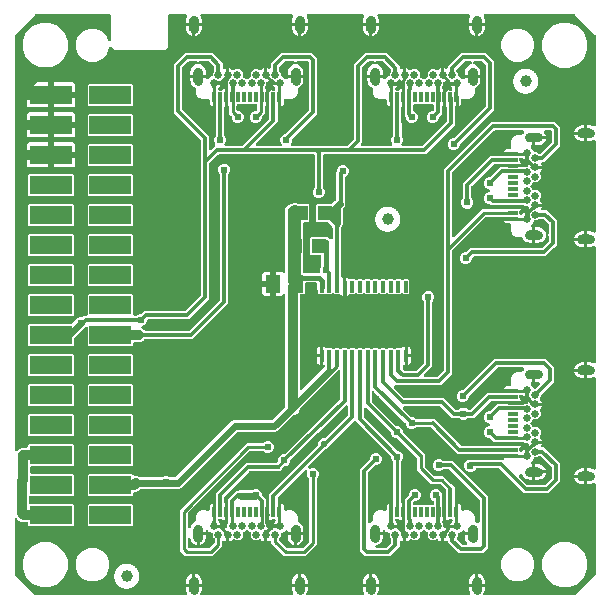
<source format=gbr>
G04 EAGLE Gerber RS-274X export*
G75*
%MOMM*%
%FSLAX34Y34*%
%LPD*%
%INTop Copper*%
%IPPOS*%
%AMOC8*
5,1,8,0,0,1.08239X$1,22.5*%
G01*
%ADD10R,0.304800X0.990600*%
%ADD11R,1.200000X1.300000*%
%ADD12R,1.300000X1.500000*%
%ADD13R,0.300000X0.900000*%
%ADD14C,0.660000*%
%ADD15C,0.760000*%
%ADD16R,0.900000X0.300000*%
%ADD17C,1.000000*%
%ADD18R,3.600000X1.600000*%
%ADD19C,0.254000*%
%ADD20C,0.200000*%
%ADD21C,0.610000*%
%ADD22C,0.304800*%
%ADD23C,0.812800*%
%ADD24C,0.406400*%
%ADD25C,0.300000*%
%ADD26C,0.203200*%
%ADD27C,0.609600*%
%ADD28C,0.560000*%
%ADD29C,0.400000*%
%ADD30C,0.600000*%

G36*
X399467Y490683D02*
X399467Y490683D01*
X399469Y490686D01*
X399369Y491576D01*
X399363Y491582D01*
X399366Y491586D01*
X399070Y492432D01*
X399064Y492436D01*
X399066Y492442D01*
X398589Y493200D01*
X398581Y493203D01*
X398582Y493209D01*
X397949Y493842D01*
X397941Y493843D01*
X397940Y493849D01*
X397182Y494326D01*
X397174Y494325D01*
X397172Y494330D01*
X396326Y494626D01*
X396319Y494624D01*
X396316Y494629D01*
X395426Y494729D01*
X395418Y494725D01*
X395415Y494729D01*
X394524Y494629D01*
X394518Y494623D01*
X394514Y494626D01*
X393668Y494330D01*
X393664Y494324D01*
X393658Y494326D01*
X392900Y493849D01*
X392897Y493841D01*
X392891Y493842D01*
X392258Y493209D01*
X392257Y493201D01*
X392251Y493200D01*
X391774Y492442D01*
X391775Y492434D01*
X391770Y492432D01*
X391474Y491586D01*
X391476Y491580D01*
X391472Y491578D01*
X391473Y491577D01*
X391471Y491576D01*
X391371Y490686D01*
X391373Y490682D01*
X391371Y490680D01*
X391371Y488949D01*
X388829Y488949D01*
X388829Y491329D01*
X389083Y492603D01*
X389204Y492897D01*
X389205Y492897D01*
X389219Y492932D01*
X389221Y492941D01*
X389226Y492949D01*
X389235Y492983D01*
X389250Y493014D01*
X389291Y493170D01*
X389323Y493330D01*
X389702Y494244D01*
X389715Y494292D01*
X389736Y494337D01*
X389757Y494445D01*
X389786Y494551D01*
X389787Y494601D01*
X389796Y494650D01*
X389789Y494759D01*
X389791Y494869D01*
X389779Y494917D01*
X389776Y494967D01*
X389742Y495071D01*
X389717Y495178D01*
X389693Y495222D01*
X389678Y495269D01*
X389619Y495362D01*
X389568Y495459D01*
X389535Y495496D01*
X389508Y495538D01*
X389428Y495613D01*
X389354Y495695D01*
X389312Y495722D01*
X389276Y495756D01*
X389180Y495809D01*
X389088Y495869D01*
X389041Y495886D01*
X388998Y495910D01*
X388892Y495937D01*
X388787Y495973D01*
X388738Y495977D01*
X388690Y495989D01*
X388529Y495999D01*
X312511Y495999D01*
X312461Y495993D01*
X312412Y495995D01*
X312304Y495973D01*
X312195Y495959D01*
X312149Y495941D01*
X312100Y495931D01*
X312002Y495883D01*
X311900Y495842D01*
X311859Y495813D01*
X311815Y495791D01*
X311731Y495720D01*
X311642Y495656D01*
X311611Y495617D01*
X311573Y495585D01*
X311509Y495495D01*
X311439Y495411D01*
X311418Y495366D01*
X311390Y495325D01*
X311351Y495222D01*
X311304Y495123D01*
X311295Y495074D01*
X311277Y495028D01*
X311265Y494918D01*
X311244Y494811D01*
X311247Y494761D01*
X311242Y494712D01*
X311257Y494603D01*
X311264Y494493D01*
X311279Y494446D01*
X311286Y494397D01*
X311338Y494244D01*
X311717Y493330D01*
X311749Y493170D01*
X311763Y493128D01*
X311769Y493084D01*
X311821Y492932D01*
X311957Y492603D01*
X312211Y491329D01*
X312211Y488949D01*
X309669Y488949D01*
X309669Y490680D01*
X309667Y490683D01*
X309669Y490686D01*
X309569Y491576D01*
X309563Y491582D01*
X309566Y491586D01*
X309270Y492432D01*
X309264Y492436D01*
X309266Y492442D01*
X308789Y493200D01*
X308781Y493203D01*
X308782Y493209D01*
X308149Y493842D01*
X308141Y493843D01*
X308140Y493849D01*
X307382Y494326D01*
X307374Y494325D01*
X307372Y494330D01*
X306526Y494626D01*
X306519Y494624D01*
X306516Y494629D01*
X305626Y494729D01*
X305618Y494725D01*
X305615Y494729D01*
X304724Y494629D01*
X304718Y494623D01*
X304714Y494626D01*
X303868Y494330D01*
X303864Y494324D01*
X303858Y494326D01*
X303100Y493849D01*
X303097Y493841D01*
X303091Y493842D01*
X302458Y493209D01*
X302457Y493201D01*
X302451Y493200D01*
X301974Y492442D01*
X301975Y492434D01*
X301970Y492432D01*
X301674Y491586D01*
X301676Y491580D01*
X301672Y491578D01*
X301673Y491577D01*
X301671Y491576D01*
X301571Y490686D01*
X301573Y490682D01*
X301571Y490680D01*
X301571Y488949D01*
X299029Y488949D01*
X299029Y491329D01*
X299283Y492602D01*
X299396Y492877D01*
X299419Y492932D01*
X299421Y492941D01*
X299426Y492949D01*
X299435Y492983D01*
X299450Y493014D01*
X299491Y493170D01*
X299523Y493330D01*
X299902Y494244D01*
X299915Y494292D01*
X299936Y494337D01*
X299957Y494445D01*
X299986Y494551D01*
X299987Y494601D01*
X299996Y494650D01*
X299989Y494759D01*
X299991Y494869D01*
X299979Y494917D01*
X299976Y494967D01*
X299942Y495071D01*
X299917Y495178D01*
X299893Y495222D01*
X299878Y495269D01*
X299819Y495362D01*
X299768Y495459D01*
X299735Y495496D01*
X299708Y495538D01*
X299628Y495613D01*
X299554Y495695D01*
X299512Y495722D01*
X299476Y495756D01*
X299380Y495809D01*
X299288Y495869D01*
X299241Y495886D01*
X299198Y495910D01*
X299092Y495937D01*
X298987Y495973D01*
X298938Y495977D01*
X298890Y495989D01*
X298729Y495999D01*
X252451Y495999D01*
X252401Y495993D01*
X252352Y495995D01*
X252244Y495973D01*
X252135Y495959D01*
X252089Y495941D01*
X252040Y495931D01*
X251942Y495883D01*
X251840Y495842D01*
X251799Y495813D01*
X251755Y495791D01*
X251671Y495720D01*
X251582Y495656D01*
X251551Y495617D01*
X251513Y495585D01*
X251450Y495495D01*
X251379Y495411D01*
X251358Y495366D01*
X251330Y495325D01*
X251291Y495222D01*
X251244Y495123D01*
X251235Y495074D01*
X251217Y495028D01*
X251205Y494918D01*
X251184Y494811D01*
X251187Y494761D01*
X251182Y494712D01*
X251197Y494603D01*
X251204Y494493D01*
X251219Y494446D01*
X251226Y494397D01*
X251278Y494244D01*
X251657Y493330D01*
X251689Y493170D01*
X251700Y493137D01*
X251704Y493102D01*
X251708Y493093D01*
X251709Y493084D01*
X251761Y492932D01*
X251779Y492888D01*
X251897Y492602D01*
X252151Y491329D01*
X252151Y488949D01*
X249609Y488949D01*
X249609Y490680D01*
X249607Y490683D01*
X249609Y490686D01*
X249509Y491576D01*
X249503Y491582D01*
X249506Y491586D01*
X249210Y492432D01*
X249204Y492436D01*
X249206Y492442D01*
X248729Y493200D01*
X248721Y493203D01*
X248722Y493209D01*
X248089Y493842D01*
X248081Y493843D01*
X248080Y493849D01*
X247322Y494326D01*
X247314Y494325D01*
X247312Y494330D01*
X246466Y494626D01*
X246459Y494624D01*
X246456Y494629D01*
X245566Y494729D01*
X245558Y494725D01*
X245555Y494729D01*
X244664Y494629D01*
X244658Y494623D01*
X244654Y494626D01*
X243808Y494330D01*
X243804Y494324D01*
X243798Y494326D01*
X243040Y493849D01*
X243037Y493841D01*
X243031Y493842D01*
X242398Y493209D01*
X242397Y493201D01*
X242391Y493200D01*
X241914Y492442D01*
X241915Y492434D01*
X241910Y492432D01*
X241614Y491586D01*
X241616Y491580D01*
X241612Y491578D01*
X241613Y491577D01*
X241611Y491576D01*
X241511Y490686D01*
X241513Y490682D01*
X241511Y490680D01*
X241511Y488949D01*
X238969Y488949D01*
X238969Y491329D01*
X239223Y492602D01*
X239343Y492894D01*
X239359Y492932D01*
X239361Y492941D01*
X239366Y492949D01*
X239375Y492983D01*
X239390Y493014D01*
X239431Y493170D01*
X239463Y493330D01*
X239842Y494244D01*
X239855Y494292D01*
X239876Y494337D01*
X239897Y494445D01*
X239926Y494551D01*
X239927Y494601D01*
X239936Y494650D01*
X239929Y494759D01*
X239931Y494869D01*
X239919Y494917D01*
X239916Y494967D01*
X239882Y495071D01*
X239857Y495178D01*
X239833Y495222D01*
X239818Y495269D01*
X239759Y495362D01*
X239708Y495459D01*
X239675Y495496D01*
X239648Y495538D01*
X239568Y495613D01*
X239494Y495695D01*
X239452Y495722D01*
X239416Y495756D01*
X239320Y495809D01*
X239228Y495869D01*
X239181Y495886D01*
X239138Y495910D01*
X239032Y495937D01*
X238927Y495973D01*
X238878Y495977D01*
X238830Y495989D01*
X238669Y495999D01*
X162651Y495999D01*
X162601Y495993D01*
X162552Y495995D01*
X162444Y495973D01*
X162335Y495959D01*
X162289Y495941D01*
X162240Y495931D01*
X162142Y495883D01*
X162040Y495842D01*
X161999Y495813D01*
X161955Y495791D01*
X161871Y495720D01*
X161782Y495656D01*
X161751Y495617D01*
X161713Y495585D01*
X161649Y495495D01*
X161579Y495411D01*
X161558Y495366D01*
X161530Y495325D01*
X161491Y495222D01*
X161444Y495123D01*
X161435Y495074D01*
X161417Y495028D01*
X161405Y494918D01*
X161384Y494811D01*
X161387Y494761D01*
X161382Y494712D01*
X161397Y494603D01*
X161404Y494493D01*
X161419Y494446D01*
X161426Y494397D01*
X161478Y494244D01*
X161857Y493330D01*
X161889Y493170D01*
X161900Y493137D01*
X161904Y493102D01*
X161906Y493097D01*
X161907Y493092D01*
X161910Y493082D01*
X161911Y493080D01*
X161924Y493040D01*
X161958Y492939D01*
X161960Y492935D01*
X161961Y492933D01*
X161963Y492928D01*
X162097Y492602D01*
X162351Y491329D01*
X162351Y488949D01*
X159809Y488949D01*
X159809Y490680D01*
X159807Y490683D01*
X159809Y490686D01*
X159709Y491576D01*
X159703Y491582D01*
X159706Y491586D01*
X159410Y492432D01*
X159404Y492436D01*
X159406Y492442D01*
X158929Y493200D01*
X158921Y493203D01*
X158922Y493209D01*
X158289Y493842D01*
X158281Y493843D01*
X158280Y493849D01*
X157522Y494326D01*
X157514Y494325D01*
X157512Y494330D01*
X156666Y494626D01*
X156659Y494624D01*
X156656Y494629D01*
X155766Y494729D01*
X155758Y494725D01*
X155755Y494729D01*
X154864Y494629D01*
X154858Y494623D01*
X154854Y494626D01*
X154008Y494330D01*
X154004Y494324D01*
X153998Y494326D01*
X153240Y493849D01*
X153237Y493841D01*
X153231Y493842D01*
X152598Y493209D01*
X152597Y493201D01*
X152591Y493200D01*
X152114Y492442D01*
X152115Y492434D01*
X152110Y492432D01*
X151814Y491586D01*
X151816Y491580D01*
X151812Y491578D01*
X151813Y491577D01*
X151811Y491576D01*
X151711Y490686D01*
X151713Y490682D01*
X151711Y490680D01*
X151711Y488949D01*
X149169Y488949D01*
X149169Y491329D01*
X149423Y492602D01*
X149559Y492932D01*
X149561Y492941D01*
X149566Y492949D01*
X149575Y492983D01*
X149590Y493014D01*
X149631Y493170D01*
X149663Y493330D01*
X150042Y494244D01*
X150055Y494292D01*
X150076Y494337D01*
X150097Y494445D01*
X150126Y494551D01*
X150127Y494601D01*
X150136Y494650D01*
X150129Y494759D01*
X150131Y494869D01*
X150119Y494917D01*
X150116Y494967D01*
X150082Y495071D01*
X150057Y495178D01*
X150033Y495222D01*
X150018Y495269D01*
X149959Y495362D01*
X149908Y495459D01*
X149875Y495496D01*
X149848Y495538D01*
X149768Y495613D01*
X149694Y495695D01*
X149652Y495722D01*
X149616Y495756D01*
X149520Y495809D01*
X149428Y495869D01*
X149381Y495886D01*
X149338Y495910D01*
X149232Y495937D01*
X149127Y495973D01*
X149078Y495977D01*
X149030Y495989D01*
X148869Y495999D01*
X135270Y495999D01*
X135152Y495984D01*
X135033Y495977D01*
X134995Y495964D01*
X134954Y495959D01*
X134844Y495916D01*
X134731Y495879D01*
X134696Y495857D01*
X134659Y495842D01*
X134563Y495773D01*
X134462Y495709D01*
X134434Y495679D01*
X134401Y495656D01*
X134325Y495564D01*
X134244Y495477D01*
X134224Y495442D01*
X134199Y495411D01*
X134148Y495303D01*
X134090Y495199D01*
X134080Y495159D01*
X134063Y495123D01*
X134041Y495006D01*
X134011Y494891D01*
X134007Y494831D01*
X134003Y494811D01*
X134005Y494790D01*
X134001Y494730D01*
X134001Y468343D01*
X131657Y465999D01*
X88343Y465999D01*
X86167Y468175D01*
X86089Y468236D01*
X86017Y468303D01*
X85982Y468322D01*
X85951Y468349D01*
X85932Y468357D01*
X85916Y468370D01*
X85824Y468409D01*
X85739Y468457D01*
X85700Y468467D01*
X85663Y468484D01*
X85643Y468488D01*
X85624Y468496D01*
X85525Y468512D01*
X85431Y468536D01*
X85372Y468540D01*
X85350Y468544D01*
X85330Y468543D01*
X85310Y468546D01*
X85297Y468545D01*
X85270Y468546D01*
X85154Y468532D01*
X85033Y468524D01*
X85014Y468518D01*
X84994Y468516D01*
X84974Y468509D01*
X84954Y468506D01*
X84846Y468463D01*
X84731Y468426D01*
X84713Y468415D01*
X84694Y468408D01*
X84677Y468397D01*
X84659Y468389D01*
X84564Y468321D01*
X84462Y468256D01*
X84448Y468241D01*
X84431Y468230D01*
X84417Y468214D01*
X84401Y468203D01*
X84327Y468112D01*
X84244Y468024D01*
X84234Y468007D01*
X84221Y467991D01*
X84211Y467973D01*
X84199Y467958D01*
X84148Y467851D01*
X84090Y467746D01*
X84085Y467726D01*
X84076Y467708D01*
X84072Y467688D01*
X84063Y467670D01*
X84041Y467554D01*
X84011Y467438D01*
X84009Y467410D01*
X84006Y467398D01*
X84007Y467377D01*
X84003Y467357D01*
X84005Y467337D01*
X84001Y467277D01*
X84001Y467215D01*
X81869Y462069D01*
X77931Y458131D01*
X72785Y455999D01*
X67215Y455999D01*
X62069Y458131D01*
X58131Y462069D01*
X55999Y467215D01*
X55999Y472785D01*
X58131Y477931D01*
X62069Y481869D01*
X67215Y484001D01*
X72785Y484001D01*
X77931Y481869D01*
X81869Y477931D01*
X83557Y473855D01*
X83592Y473795D01*
X83618Y473730D01*
X83670Y473657D01*
X83715Y473579D01*
X83763Y473529D01*
X83804Y473472D01*
X83874Y473415D01*
X83936Y473351D01*
X83996Y473314D01*
X84049Y473270D01*
X84131Y473231D01*
X84207Y473184D01*
X84274Y473164D01*
X84337Y473134D01*
X84425Y473117D01*
X84511Y473091D01*
X84581Y473087D01*
X84650Y473074D01*
X84739Y473080D01*
X84829Y473076D01*
X84897Y473090D01*
X84967Y473094D01*
X85052Y473122D01*
X85140Y473140D01*
X85203Y473171D01*
X85269Y473192D01*
X85345Y473240D01*
X85426Y473280D01*
X85479Y473325D01*
X85538Y473362D01*
X85600Y473428D01*
X85668Y473486D01*
X85708Y473543D01*
X85756Y473594D01*
X85799Y473672D01*
X85851Y473746D01*
X85876Y473811D01*
X85910Y473872D01*
X85932Y473959D01*
X85964Y474043D01*
X85972Y474113D01*
X85989Y474180D01*
X85999Y474341D01*
X85999Y494730D01*
X85984Y494848D01*
X85977Y494967D01*
X85964Y495005D01*
X85959Y495046D01*
X85916Y495156D01*
X85879Y495269D01*
X85857Y495304D01*
X85842Y495341D01*
X85773Y495437D01*
X85709Y495538D01*
X85679Y495566D01*
X85656Y495599D01*
X85564Y495675D01*
X85477Y495756D01*
X85442Y495776D01*
X85411Y495801D01*
X85303Y495852D01*
X85199Y495910D01*
X85159Y495920D01*
X85123Y495937D01*
X85006Y495959D01*
X84891Y495989D01*
X84831Y495993D01*
X84811Y495997D01*
X84790Y495995D01*
X84730Y495999D01*
X22183Y495999D01*
X22085Y495987D01*
X21986Y495984D01*
X21927Y495967D01*
X21867Y495959D01*
X21775Y495923D01*
X21680Y495895D01*
X21628Y495865D01*
X21572Y495842D01*
X21492Y495784D01*
X21406Y495734D01*
X21331Y495668D01*
X21314Y495656D01*
X21307Y495646D01*
X21285Y495628D01*
X4372Y478715D01*
X4312Y478636D01*
X4244Y478564D01*
X4215Y478511D01*
X4178Y478463D01*
X4138Y478372D01*
X4090Y478286D01*
X4075Y478227D01*
X4051Y478171D01*
X4036Y478074D01*
X4011Y477978D01*
X4005Y477878D01*
X4001Y477857D01*
X4003Y477845D01*
X4001Y477817D01*
X4001Y127402D01*
X4018Y127264D01*
X4031Y127125D01*
X4038Y127106D01*
X4041Y127086D01*
X4092Y126957D01*
X4139Y126826D01*
X4150Y126809D01*
X4158Y126791D01*
X4239Y126678D01*
X4317Y126563D01*
X4333Y126550D01*
X4344Y126533D01*
X4452Y126444D01*
X4556Y126353D01*
X4574Y126343D01*
X4589Y126330D01*
X4715Y126271D01*
X4839Y126208D01*
X4859Y126204D01*
X4877Y126195D01*
X5014Y126169D01*
X5149Y126138D01*
X5170Y126139D01*
X5189Y126135D01*
X5328Y126144D01*
X5467Y126148D01*
X5487Y126154D01*
X5507Y126155D01*
X5639Y126198D01*
X5773Y126236D01*
X5790Y126247D01*
X5809Y126253D01*
X5927Y126327D01*
X6047Y126398D01*
X6068Y126416D01*
X6078Y126423D01*
X6092Y126438D01*
X6167Y126504D01*
X7805Y128141D01*
X10034Y129065D01*
X14230Y129065D01*
X14348Y129080D01*
X14467Y129087D01*
X14505Y129100D01*
X14546Y129105D01*
X14656Y129148D01*
X14769Y129185D01*
X14804Y129207D01*
X14841Y129222D01*
X14937Y129291D01*
X15038Y129355D01*
X15066Y129385D01*
X15099Y129408D01*
X15175Y129500D01*
X15256Y129587D01*
X15276Y129622D01*
X15301Y129653D01*
X15352Y129761D01*
X15410Y129865D01*
X15420Y129905D01*
X15437Y129941D01*
X15459Y130058D01*
X15489Y130173D01*
X15493Y130233D01*
X15497Y130253D01*
X15495Y130274D01*
X15499Y130334D01*
X15499Y131518D01*
X16232Y132251D01*
X53268Y132251D01*
X54001Y131518D01*
X54001Y114482D01*
X53268Y113749D01*
X18574Y113749D01*
X18456Y113734D01*
X18337Y113727D01*
X18299Y113714D01*
X18258Y113709D01*
X18148Y113666D01*
X18035Y113629D01*
X18000Y113607D01*
X17963Y113592D01*
X17866Y113522D01*
X17766Y113459D01*
X17738Y113429D01*
X17705Y113406D01*
X17629Y113314D01*
X17548Y113227D01*
X17528Y113192D01*
X17503Y113161D01*
X17452Y113053D01*
X17394Y112949D01*
X17384Y112909D01*
X17367Y112873D01*
X17345Y112756D01*
X17315Y112641D01*
X17311Y112581D01*
X17307Y112561D01*
X17309Y112540D01*
X17305Y112480D01*
X17305Y108120D01*
X17320Y108002D01*
X17327Y107883D01*
X17340Y107845D01*
X17345Y107804D01*
X17388Y107694D01*
X17425Y107581D01*
X17447Y107546D01*
X17462Y107509D01*
X17531Y107413D01*
X17595Y107312D01*
X17625Y107284D01*
X17648Y107251D01*
X17740Y107175D01*
X17827Y107094D01*
X17862Y107074D01*
X17893Y107049D01*
X18001Y106998D01*
X18105Y106940D01*
X18145Y106930D01*
X18181Y106913D01*
X18298Y106891D01*
X18413Y106861D01*
X18473Y106857D01*
X18493Y106853D01*
X18514Y106855D01*
X18574Y106851D01*
X53268Y106851D01*
X54001Y106118D01*
X54001Y89082D01*
X53268Y88349D01*
X17494Y88349D01*
X17376Y88334D01*
X17257Y88327D01*
X17219Y88314D01*
X17178Y88309D01*
X17068Y88266D01*
X16955Y88229D01*
X16920Y88207D01*
X16883Y88192D01*
X16787Y88123D01*
X16686Y88059D01*
X16658Y88029D01*
X16625Y88006D01*
X16549Y87914D01*
X16468Y87827D01*
X16448Y87792D01*
X16423Y87761D01*
X16372Y87653D01*
X16314Y87549D01*
X16304Y87509D01*
X16287Y87473D01*
X16265Y87356D01*
X16235Y87241D01*
X16231Y87181D01*
X16227Y87161D01*
X16229Y87140D01*
X16225Y87080D01*
X16225Y82720D01*
X16240Y82602D01*
X16247Y82483D01*
X16260Y82445D01*
X16265Y82404D01*
X16308Y82294D01*
X16345Y82181D01*
X16367Y82146D01*
X16382Y82109D01*
X16451Y82013D01*
X16515Y81912D01*
X16545Y81884D01*
X16568Y81851D01*
X16660Y81775D01*
X16747Y81694D01*
X16782Y81674D01*
X16813Y81649D01*
X16921Y81598D01*
X17025Y81540D01*
X17065Y81530D01*
X17101Y81513D01*
X17218Y81491D01*
X17333Y81461D01*
X17393Y81457D01*
X17413Y81453D01*
X17434Y81455D01*
X17494Y81451D01*
X53268Y81451D01*
X54001Y80718D01*
X54001Y63682D01*
X53268Y62949D01*
X16232Y62949D01*
X15499Y63682D01*
X15499Y64866D01*
X15484Y64984D01*
X15477Y65103D01*
X15464Y65141D01*
X15459Y65182D01*
X15416Y65292D01*
X15379Y65405D01*
X15357Y65440D01*
X15342Y65477D01*
X15273Y65573D01*
X15209Y65674D01*
X15179Y65702D01*
X15156Y65735D01*
X15064Y65811D01*
X14977Y65892D01*
X14942Y65912D01*
X14911Y65937D01*
X14803Y65988D01*
X14699Y66046D01*
X14659Y66056D01*
X14623Y66073D01*
X14506Y66095D01*
X14391Y66125D01*
X14331Y66129D01*
X14311Y66133D01*
X14290Y66131D01*
X14230Y66135D01*
X10414Y66135D01*
X8185Y67059D01*
X6167Y69076D01*
X6058Y69161D01*
X5951Y69250D01*
X5932Y69258D01*
X5916Y69271D01*
X5788Y69326D01*
X5663Y69385D01*
X5643Y69389D01*
X5624Y69397D01*
X5486Y69419D01*
X5350Y69445D01*
X5330Y69444D01*
X5310Y69447D01*
X5171Y69434D01*
X5033Y69425D01*
X5014Y69419D01*
X4994Y69417D01*
X4862Y69370D01*
X4731Y69327D01*
X4713Y69316D01*
X4694Y69309D01*
X4579Y69231D01*
X4462Y69157D01*
X4448Y69142D01*
X4431Y69131D01*
X4339Y69027D01*
X4244Y68925D01*
X4234Y68908D01*
X4221Y68892D01*
X4157Y68768D01*
X4090Y68647D01*
X4085Y68627D01*
X4076Y68609D01*
X4046Y68473D01*
X4011Y68339D01*
X4009Y68311D01*
X4006Y68299D01*
X4007Y68278D01*
X4001Y68178D01*
X4001Y22183D01*
X4013Y22085D01*
X4016Y21986D01*
X4033Y21927D01*
X4041Y21867D01*
X4077Y21775D01*
X4105Y21680D01*
X4135Y21628D01*
X4158Y21572D01*
X4216Y21492D01*
X4266Y21406D01*
X4332Y21331D01*
X4344Y21314D01*
X4354Y21307D01*
X4372Y21285D01*
X21285Y4372D01*
X21364Y4312D01*
X21436Y4244D01*
X21489Y4215D01*
X21537Y4178D01*
X21628Y4138D01*
X21714Y4090D01*
X21773Y4075D01*
X21829Y4051D01*
X21926Y4036D01*
X22022Y4011D01*
X22122Y4005D01*
X22143Y4001D01*
X22155Y4003D01*
X22183Y4001D01*
X149033Y4001D01*
X149048Y4003D01*
X149064Y4001D01*
X149206Y4023D01*
X149349Y4041D01*
X149363Y4046D01*
X149378Y4049D01*
X149511Y4105D01*
X149644Y4158D01*
X149657Y4167D01*
X149671Y4173D01*
X149786Y4260D01*
X149902Y4344D01*
X149911Y4356D01*
X149924Y4366D01*
X150013Y4479D01*
X150104Y4589D01*
X150111Y4603D01*
X150121Y4616D01*
X150179Y4748D01*
X150240Y4877D01*
X150243Y4892D01*
X150249Y4907D01*
X150273Y5049D01*
X150300Y5189D01*
X150299Y5205D01*
X150301Y5220D01*
X150289Y5364D01*
X150280Y5507D01*
X150275Y5522D01*
X150274Y5537D01*
X150226Y5673D01*
X150182Y5809D01*
X150174Y5823D01*
X150168Y5837D01*
X150158Y5856D01*
X149663Y7050D01*
X149631Y7210D01*
X149620Y7243D01*
X149616Y7278D01*
X149613Y7286D01*
X149611Y7295D01*
X149559Y7447D01*
X149554Y7460D01*
X149554Y7461D01*
X149553Y7462D01*
X149423Y7777D01*
X149169Y9051D01*
X149169Y11431D01*
X151711Y11431D01*
X151711Y9700D01*
X151713Y9697D01*
X151711Y9695D01*
X151811Y8804D01*
X151817Y8798D01*
X151814Y8794D01*
X152110Y7948D01*
X152116Y7944D01*
X152114Y7938D01*
X152591Y7180D01*
X152599Y7177D01*
X152598Y7171D01*
X153231Y6538D01*
X153239Y6537D01*
X153240Y6531D01*
X153998Y6054D01*
X154006Y6055D01*
X154008Y6050D01*
X154854Y5754D01*
X154861Y5756D01*
X154864Y5751D01*
X155755Y5651D01*
X155762Y5655D01*
X155766Y5651D01*
X156656Y5751D01*
X156662Y5757D01*
X156666Y5754D01*
X157512Y6050D01*
X157516Y6056D01*
X157522Y6054D01*
X158280Y6531D01*
X158283Y6539D01*
X158289Y6538D01*
X158922Y7171D01*
X158923Y7179D01*
X158929Y7180D01*
X159406Y7938D01*
X159405Y7946D01*
X159410Y7948D01*
X159706Y8794D01*
X159704Y8801D01*
X159709Y8804D01*
X159809Y9695D01*
X159807Y9698D01*
X159809Y9700D01*
X159809Y11431D01*
X162351Y11431D01*
X162351Y9051D01*
X162097Y7777D01*
X161964Y7456D01*
X161964Y7455D01*
X161964Y7454D01*
X161960Y7447D01*
X161958Y7439D01*
X161954Y7431D01*
X161945Y7397D01*
X161930Y7366D01*
X161889Y7210D01*
X161857Y7050D01*
X161331Y5781D01*
X161327Y5767D01*
X161290Y5692D01*
X161287Y5677D01*
X161280Y5663D01*
X161253Y5522D01*
X161223Y5381D01*
X161223Y5366D01*
X161220Y5350D01*
X161229Y5207D01*
X161235Y5064D01*
X161239Y5049D01*
X161240Y5033D01*
X161284Y4897D01*
X161325Y4759D01*
X161333Y4745D01*
X161338Y4731D01*
X161415Y4609D01*
X161489Y4486D01*
X161500Y4475D01*
X161508Y4462D01*
X161613Y4363D01*
X161715Y4262D01*
X161728Y4255D01*
X161740Y4244D01*
X161866Y4175D01*
X161990Y4102D01*
X162005Y4098D01*
X162018Y4090D01*
X162157Y4055D01*
X162296Y4015D01*
X162311Y4015D01*
X162326Y4011D01*
X162487Y4001D01*
X238833Y4001D01*
X238848Y4003D01*
X238863Y4001D01*
X239006Y4023D01*
X239149Y4041D01*
X239162Y4046D01*
X239177Y4048D01*
X239310Y4105D01*
X239444Y4158D01*
X239456Y4166D01*
X239470Y4172D01*
X239585Y4260D01*
X239702Y4344D01*
X239711Y4356D01*
X239723Y4365D01*
X239812Y4478D01*
X239904Y4589D01*
X239911Y4603D01*
X239920Y4615D01*
X239979Y4747D01*
X240040Y4877D01*
X240043Y4892D01*
X240049Y4906D01*
X240073Y5048D01*
X240100Y5189D01*
X240099Y5204D01*
X240101Y5219D01*
X240089Y5364D01*
X240080Y5507D01*
X240075Y5521D01*
X240074Y5536D01*
X240026Y5672D01*
X239982Y5809D01*
X239974Y5822D01*
X239969Y5836D01*
X239958Y5855D01*
X239463Y7050D01*
X239431Y7210D01*
X239420Y7243D01*
X239416Y7278D01*
X239412Y7287D01*
X239411Y7296D01*
X239359Y7448D01*
X239344Y7484D01*
X239223Y7778D01*
X238969Y9051D01*
X238969Y11431D01*
X241511Y11431D01*
X241511Y9700D01*
X241513Y9697D01*
X241511Y9695D01*
X241611Y8804D01*
X241617Y8798D01*
X241614Y8794D01*
X241910Y7948D01*
X241916Y7944D01*
X241914Y7938D01*
X242391Y7180D01*
X242399Y7177D01*
X242398Y7171D01*
X243031Y6538D01*
X243039Y6537D01*
X243040Y6531D01*
X243798Y6054D01*
X243806Y6055D01*
X243808Y6050D01*
X244654Y5754D01*
X244661Y5756D01*
X244664Y5751D01*
X245555Y5651D01*
X245562Y5655D01*
X245566Y5651D01*
X246456Y5751D01*
X246462Y5757D01*
X246466Y5754D01*
X247312Y6050D01*
X247316Y6056D01*
X247322Y6054D01*
X248080Y6531D01*
X248083Y6539D01*
X248089Y6538D01*
X248722Y7171D01*
X248723Y7179D01*
X248729Y7180D01*
X249206Y7938D01*
X249205Y7946D01*
X249210Y7948D01*
X249506Y8794D01*
X249504Y8801D01*
X249509Y8804D01*
X249609Y9695D01*
X249607Y9698D01*
X249609Y9700D01*
X249609Y11431D01*
X252151Y11431D01*
X252151Y9051D01*
X251897Y7778D01*
X251773Y7478D01*
X251761Y7448D01*
X251759Y7439D01*
X251754Y7431D01*
X251745Y7397D01*
X251730Y7366D01*
X251689Y7210D01*
X251657Y7050D01*
X251131Y5781D01*
X251127Y5766D01*
X251090Y5691D01*
X251086Y5676D01*
X251080Y5663D01*
X251053Y5521D01*
X251023Y5380D01*
X251023Y5365D01*
X251020Y5350D01*
X251029Y5206D01*
X251035Y5062D01*
X251039Y5048D01*
X251040Y5033D01*
X251084Y4896D01*
X251126Y4758D01*
X251133Y4745D01*
X251138Y4731D01*
X251215Y4609D01*
X251290Y4485D01*
X251300Y4475D01*
X251308Y4462D01*
X251414Y4363D01*
X251516Y4262D01*
X251529Y4254D01*
X251540Y4244D01*
X251666Y4174D01*
X251791Y4102D01*
X251805Y4098D01*
X251818Y4090D01*
X251958Y4054D01*
X252097Y4015D01*
X252112Y4015D01*
X252126Y4011D01*
X252287Y4001D01*
X298893Y4001D01*
X298908Y4003D01*
X298924Y4001D01*
X299066Y4023D01*
X299209Y4041D01*
X299223Y4046D01*
X299238Y4049D01*
X299371Y4105D01*
X299504Y4158D01*
X299517Y4167D01*
X299531Y4173D01*
X299646Y4260D01*
X299762Y4344D01*
X299771Y4356D01*
X299784Y4366D01*
X299873Y4479D01*
X299964Y4589D01*
X299971Y4603D01*
X299981Y4616D01*
X300039Y4748D01*
X300100Y4877D01*
X300103Y4892D01*
X300109Y4907D01*
X300133Y5049D01*
X300160Y5189D01*
X300159Y5205D01*
X300161Y5220D01*
X300149Y5364D01*
X300140Y5507D01*
X300135Y5522D01*
X300134Y5537D01*
X300086Y5673D01*
X300042Y5809D01*
X300034Y5823D01*
X300028Y5837D01*
X300018Y5856D01*
X299523Y7050D01*
X299491Y7210D01*
X299480Y7243D01*
X299476Y7278D01*
X299472Y7287D01*
X299471Y7296D01*
X299419Y7448D01*
X299412Y7465D01*
X299283Y7777D01*
X299029Y9051D01*
X299029Y11431D01*
X301571Y11431D01*
X301571Y9700D01*
X301573Y9697D01*
X301571Y9695D01*
X301671Y8804D01*
X301677Y8798D01*
X301674Y8794D01*
X301970Y7948D01*
X301976Y7944D01*
X301974Y7938D01*
X302451Y7180D01*
X302459Y7177D01*
X302458Y7171D01*
X303091Y6538D01*
X303099Y6537D01*
X303100Y6531D01*
X303858Y6054D01*
X303866Y6055D01*
X303868Y6050D01*
X304714Y5754D01*
X304721Y5756D01*
X304724Y5751D01*
X305615Y5651D01*
X305622Y5655D01*
X305626Y5651D01*
X306516Y5751D01*
X306522Y5757D01*
X306526Y5754D01*
X307372Y6050D01*
X307376Y6056D01*
X307382Y6054D01*
X308140Y6531D01*
X308143Y6539D01*
X308149Y6538D01*
X308782Y7171D01*
X308783Y7179D01*
X308789Y7180D01*
X309266Y7938D01*
X309265Y7946D01*
X309270Y7948D01*
X309566Y8794D01*
X309564Y8801D01*
X309569Y8804D01*
X309669Y9695D01*
X309667Y9698D01*
X309669Y9700D01*
X309669Y11431D01*
X312211Y11431D01*
X312211Y9051D01*
X311957Y7778D01*
X311826Y7459D01*
X311821Y7448D01*
X311819Y7439D01*
X311814Y7431D01*
X311805Y7397D01*
X311790Y7366D01*
X311749Y7210D01*
X311717Y7050D01*
X311191Y5781D01*
X311187Y5767D01*
X311150Y5692D01*
X311147Y5677D01*
X311140Y5663D01*
X311113Y5522D01*
X311083Y5381D01*
X311083Y5366D01*
X311080Y5350D01*
X311089Y5207D01*
X311095Y5064D01*
X311099Y5049D01*
X311100Y5033D01*
X311144Y4897D01*
X311185Y4759D01*
X311193Y4745D01*
X311198Y4731D01*
X311275Y4609D01*
X311349Y4486D01*
X311360Y4475D01*
X311368Y4462D01*
X311473Y4363D01*
X311575Y4262D01*
X311588Y4255D01*
X311600Y4244D01*
X311726Y4175D01*
X311850Y4102D01*
X311865Y4098D01*
X311878Y4090D01*
X312017Y4055D01*
X312156Y4015D01*
X312171Y4015D01*
X312186Y4011D01*
X312347Y4001D01*
X388693Y4001D01*
X388708Y4003D01*
X388723Y4001D01*
X388866Y4023D01*
X389009Y4041D01*
X389022Y4046D01*
X389037Y4048D01*
X389170Y4105D01*
X389304Y4158D01*
X389316Y4166D01*
X389330Y4172D01*
X389445Y4260D01*
X389562Y4344D01*
X389571Y4356D01*
X389583Y4365D01*
X389672Y4478D01*
X389764Y4589D01*
X389771Y4603D01*
X389780Y4615D01*
X389839Y4747D01*
X389900Y4877D01*
X389903Y4892D01*
X389909Y4906D01*
X389933Y5048D01*
X389960Y5189D01*
X389959Y5204D01*
X389961Y5219D01*
X389949Y5364D01*
X389940Y5507D01*
X389935Y5521D01*
X389934Y5536D01*
X389886Y5672D01*
X389842Y5809D01*
X389834Y5822D01*
X389829Y5836D01*
X389818Y5855D01*
X389323Y7050D01*
X389291Y7210D01*
X389280Y7243D01*
X389276Y7278D01*
X389272Y7287D01*
X389271Y7296D01*
X389219Y7448D01*
X389203Y7487D01*
X389083Y7777D01*
X388829Y9051D01*
X388829Y11431D01*
X391371Y11431D01*
X391371Y9700D01*
X391373Y9697D01*
X391371Y9695D01*
X391471Y8804D01*
X391477Y8798D01*
X391474Y8794D01*
X391770Y7948D01*
X391776Y7944D01*
X391774Y7938D01*
X392251Y7180D01*
X392259Y7177D01*
X392258Y7171D01*
X392891Y6538D01*
X392899Y6537D01*
X392900Y6531D01*
X393658Y6054D01*
X393666Y6055D01*
X393668Y6050D01*
X394514Y5754D01*
X394521Y5756D01*
X394524Y5751D01*
X395415Y5651D01*
X395422Y5655D01*
X395426Y5651D01*
X396316Y5751D01*
X396322Y5757D01*
X396326Y5754D01*
X397172Y6050D01*
X397176Y6056D01*
X397182Y6054D01*
X397940Y6531D01*
X397943Y6539D01*
X397949Y6538D01*
X398582Y7171D01*
X398583Y7179D01*
X398589Y7180D01*
X399066Y7938D01*
X399065Y7946D01*
X399070Y7948D01*
X399366Y8794D01*
X399364Y8801D01*
X399369Y8804D01*
X399469Y9695D01*
X399467Y9698D01*
X399469Y9700D01*
X399469Y11431D01*
X402011Y11431D01*
X402011Y9051D01*
X401757Y7777D01*
X401635Y7482D01*
X401635Y7481D01*
X401621Y7448D01*
X401619Y7439D01*
X401614Y7431D01*
X401605Y7397D01*
X401590Y7366D01*
X401549Y7210D01*
X401517Y7050D01*
X400991Y5781D01*
X400987Y5766D01*
X400950Y5691D01*
X400946Y5676D01*
X400940Y5663D01*
X400913Y5521D01*
X400883Y5380D01*
X400883Y5365D01*
X400880Y5350D01*
X400889Y5206D01*
X400895Y5062D01*
X400899Y5048D01*
X400900Y5033D01*
X400944Y4896D01*
X400986Y4758D01*
X400993Y4745D01*
X400998Y4731D01*
X401075Y4609D01*
X401150Y4485D01*
X401160Y4475D01*
X401168Y4462D01*
X401274Y4363D01*
X401376Y4262D01*
X401389Y4254D01*
X401400Y4244D01*
X401526Y4174D01*
X401651Y4102D01*
X401665Y4098D01*
X401678Y4090D01*
X401818Y4054D01*
X401957Y4015D01*
X401972Y4015D01*
X401986Y4011D01*
X402147Y4001D01*
X477817Y4001D01*
X477915Y4013D01*
X478014Y4016D01*
X478073Y4033D01*
X478133Y4041D01*
X478225Y4077D01*
X478320Y4105D01*
X478372Y4135D01*
X478428Y4158D01*
X478508Y4216D01*
X478594Y4266D01*
X478669Y4332D01*
X478686Y4344D01*
X478693Y4354D01*
X478715Y4372D01*
X495628Y21285D01*
X495688Y21364D01*
X495756Y21436D01*
X495785Y21489D01*
X495822Y21537D01*
X495862Y21628D01*
X495910Y21714D01*
X495925Y21773D01*
X495949Y21829D01*
X495964Y21926D01*
X495989Y22022D01*
X495995Y22122D01*
X495999Y22143D01*
X495997Y22155D01*
X495999Y22183D01*
X495999Y98069D01*
X495993Y98119D01*
X495995Y98168D01*
X495973Y98275D01*
X495959Y98385D01*
X495941Y98431D01*
X495931Y98480D01*
X495883Y98578D01*
X495842Y98680D01*
X495813Y98721D01*
X495791Y98765D01*
X495720Y98849D01*
X495656Y98938D01*
X495617Y98969D01*
X495585Y99007D01*
X495495Y99070D01*
X495411Y99141D01*
X495366Y99162D01*
X495325Y99190D01*
X495222Y99229D01*
X495123Y99276D01*
X495074Y99285D01*
X495028Y99303D01*
X494918Y99315D01*
X494811Y99336D01*
X494761Y99333D01*
X494712Y99338D01*
X494603Y99323D01*
X494493Y99316D01*
X494446Y99301D01*
X494397Y99294D01*
X494244Y99242D01*
X493330Y98863D01*
X493170Y98831D01*
X493137Y98820D01*
X493102Y98816D01*
X493093Y98812D01*
X493084Y98811D01*
X492931Y98759D01*
X492908Y98749D01*
X492603Y98623D01*
X491329Y98369D01*
X488949Y98369D01*
X488949Y100911D01*
X490680Y100911D01*
X490683Y100913D01*
X490686Y100911D01*
X491576Y101011D01*
X491582Y101017D01*
X491586Y101014D01*
X492432Y101310D01*
X492436Y101316D01*
X492442Y101314D01*
X493200Y101791D01*
X493203Y101799D01*
X493209Y101798D01*
X493842Y102431D01*
X493843Y102439D01*
X493849Y102440D01*
X494326Y103198D01*
X494325Y103206D01*
X494330Y103208D01*
X494626Y104054D01*
X494624Y104061D01*
X494629Y104064D01*
X494729Y104955D01*
X494725Y104962D01*
X494729Y104966D01*
X494629Y105856D01*
X494623Y105862D01*
X494626Y105866D01*
X494330Y106712D01*
X494324Y106716D01*
X494326Y106722D01*
X493849Y107480D01*
X493841Y107483D01*
X493842Y107489D01*
X493209Y108122D01*
X493201Y108123D01*
X493200Y108129D01*
X492442Y108606D01*
X492434Y108605D01*
X492432Y108610D01*
X491586Y108906D01*
X491579Y108904D01*
X491576Y108909D01*
X490686Y109009D01*
X490682Y109007D01*
X490680Y109009D01*
X488949Y109009D01*
X488949Y111551D01*
X491329Y111551D01*
X492603Y111297D01*
X492914Y111169D01*
X492914Y111168D01*
X492932Y111161D01*
X492941Y111159D01*
X492949Y111154D01*
X492983Y111145D01*
X493014Y111130D01*
X493170Y111089D01*
X493330Y111057D01*
X494244Y110678D01*
X494292Y110665D01*
X494337Y110644D01*
X494445Y110623D01*
X494551Y110594D01*
X494601Y110593D01*
X494650Y110584D01*
X494759Y110591D01*
X494869Y110589D01*
X494917Y110601D01*
X494967Y110604D01*
X495071Y110638D01*
X495178Y110663D01*
X495222Y110687D01*
X495269Y110702D01*
X495362Y110761D01*
X495459Y110812D01*
X495496Y110845D01*
X495538Y110872D01*
X495613Y110952D01*
X495695Y111026D01*
X495722Y111067D01*
X495756Y111104D01*
X495809Y111200D01*
X495869Y111292D01*
X495886Y111339D01*
X495910Y111382D01*
X495937Y111488D01*
X495973Y111592D01*
X495977Y111642D01*
X495989Y111690D01*
X495996Y111804D01*
X495997Y111806D01*
X495997Y111809D01*
X495999Y111851D01*
X495999Y187869D01*
X495993Y187919D01*
X495995Y187968D01*
X495973Y188075D01*
X495959Y188185D01*
X495941Y188231D01*
X495931Y188280D01*
X495883Y188378D01*
X495842Y188480D01*
X495813Y188521D01*
X495791Y188565D01*
X495720Y188649D01*
X495656Y188738D01*
X495617Y188769D01*
X495585Y188807D01*
X495495Y188870D01*
X495411Y188941D01*
X495366Y188962D01*
X495325Y188990D01*
X495222Y189029D01*
X495123Y189076D01*
X495074Y189085D01*
X495028Y189103D01*
X494918Y189115D01*
X494811Y189136D01*
X494761Y189133D01*
X494712Y189138D01*
X494603Y189123D01*
X494493Y189116D01*
X494446Y189101D01*
X494397Y189094D01*
X494244Y189042D01*
X493330Y188663D01*
X493170Y188631D01*
X493137Y188620D01*
X493102Y188616D01*
X493093Y188612D01*
X493084Y188611D01*
X492932Y188559D01*
X492885Y188540D01*
X492885Y188539D01*
X492603Y188423D01*
X491329Y188169D01*
X488949Y188169D01*
X488949Y190711D01*
X490680Y190711D01*
X490683Y190713D01*
X490686Y190711D01*
X491576Y190811D01*
X491582Y190817D01*
X491586Y190814D01*
X492432Y191110D01*
X492436Y191116D01*
X492442Y191114D01*
X493200Y191591D01*
X493203Y191599D01*
X493209Y191598D01*
X493842Y192231D01*
X493843Y192239D01*
X493849Y192240D01*
X494326Y192998D01*
X494325Y193006D01*
X494330Y193008D01*
X494626Y193854D01*
X494624Y193861D01*
X494629Y193864D01*
X494729Y194755D01*
X494725Y194762D01*
X494729Y194766D01*
X494629Y195656D01*
X494623Y195662D01*
X494626Y195666D01*
X494330Y196512D01*
X494324Y196516D01*
X494326Y196522D01*
X493849Y197280D01*
X493841Y197283D01*
X493842Y197289D01*
X493209Y197922D01*
X493201Y197923D01*
X493200Y197929D01*
X492442Y198406D01*
X492434Y198405D01*
X492432Y198410D01*
X491586Y198706D01*
X491579Y198704D01*
X491576Y198709D01*
X490686Y198809D01*
X490682Y198807D01*
X490680Y198809D01*
X488949Y198809D01*
X488949Y201351D01*
X491329Y201351D01*
X492603Y201097D01*
X492890Y200978D01*
X492891Y200978D01*
X492932Y200961D01*
X492941Y200959D01*
X492949Y200954D01*
X492983Y200945D01*
X493014Y200930D01*
X493170Y200889D01*
X493330Y200857D01*
X494244Y200478D01*
X494292Y200465D01*
X494337Y200444D01*
X494445Y200423D01*
X494551Y200394D01*
X494601Y200393D01*
X494650Y200384D01*
X494759Y200391D01*
X494869Y200389D01*
X494917Y200401D01*
X494967Y200404D01*
X495071Y200438D01*
X495178Y200463D01*
X495222Y200487D01*
X495269Y200502D01*
X495362Y200561D01*
X495459Y200612D01*
X495496Y200645D01*
X495538Y200672D01*
X495613Y200752D01*
X495695Y200826D01*
X495722Y200867D01*
X495756Y200904D01*
X495809Y201000D01*
X495869Y201092D01*
X495886Y201139D01*
X495910Y201182D01*
X495937Y201288D01*
X495973Y201392D01*
X495977Y201442D01*
X495989Y201490D01*
X495999Y201651D01*
X495999Y298729D01*
X495993Y298779D01*
X495995Y298828D01*
X495973Y298935D01*
X495959Y299045D01*
X495941Y299091D01*
X495931Y299140D01*
X495883Y299238D01*
X495842Y299340D01*
X495813Y299381D01*
X495791Y299425D01*
X495720Y299509D01*
X495656Y299598D01*
X495617Y299629D01*
X495585Y299667D01*
X495495Y299730D01*
X495411Y299801D01*
X495366Y299822D01*
X495325Y299850D01*
X495222Y299889D01*
X495123Y299936D01*
X495074Y299945D01*
X495028Y299963D01*
X494918Y299975D01*
X494811Y299996D01*
X494761Y299993D01*
X494712Y299998D01*
X494603Y299983D01*
X494493Y299976D01*
X494446Y299961D01*
X494397Y299954D01*
X494244Y299902D01*
X493330Y299523D01*
X493170Y299491D01*
X493137Y299480D01*
X493102Y299476D01*
X493093Y299472D01*
X493084Y299471D01*
X492932Y299419D01*
X492898Y299405D01*
X492603Y299283D01*
X491329Y299029D01*
X488949Y299029D01*
X488949Y301571D01*
X490680Y301571D01*
X490683Y301573D01*
X490686Y301571D01*
X491576Y301671D01*
X491582Y301677D01*
X491586Y301674D01*
X492432Y301970D01*
X492436Y301976D01*
X492442Y301974D01*
X493200Y302451D01*
X493203Y302459D01*
X493209Y302458D01*
X493842Y303091D01*
X493843Y303099D01*
X493849Y303100D01*
X494326Y303858D01*
X494325Y303866D01*
X494330Y303868D01*
X494626Y304714D01*
X494624Y304721D01*
X494629Y304724D01*
X494729Y305615D01*
X494725Y305622D01*
X494729Y305626D01*
X494629Y306516D01*
X494623Y306522D01*
X494626Y306526D01*
X494330Y307372D01*
X494324Y307376D01*
X494326Y307382D01*
X493849Y308140D01*
X493841Y308143D01*
X493842Y308149D01*
X493209Y308782D01*
X493201Y308783D01*
X493200Y308789D01*
X492442Y309266D01*
X492434Y309265D01*
X492432Y309270D01*
X491586Y309566D01*
X491579Y309564D01*
X491576Y309569D01*
X490686Y309669D01*
X490682Y309667D01*
X490680Y309669D01*
X488949Y309669D01*
X488949Y312211D01*
X491329Y312211D01*
X492603Y311957D01*
X492903Y311833D01*
X492904Y311833D01*
X492932Y311821D01*
X492941Y311819D01*
X492949Y311814D01*
X492983Y311805D01*
X493014Y311790D01*
X493170Y311749D01*
X493330Y311717D01*
X494244Y311338D01*
X494292Y311325D01*
X494337Y311304D01*
X494445Y311283D01*
X494551Y311254D01*
X494601Y311253D01*
X494650Y311244D01*
X494759Y311251D01*
X494869Y311249D01*
X494917Y311261D01*
X494967Y311264D01*
X495071Y311298D01*
X495178Y311323D01*
X495222Y311347D01*
X495269Y311362D01*
X495362Y311421D01*
X495459Y311472D01*
X495496Y311505D01*
X495538Y311532D01*
X495613Y311612D01*
X495695Y311686D01*
X495722Y311727D01*
X495756Y311764D01*
X495809Y311860D01*
X495869Y311952D01*
X495886Y311999D01*
X495910Y312042D01*
X495937Y312148D01*
X495973Y312252D01*
X495977Y312302D01*
X495989Y312350D01*
X495999Y312511D01*
X495999Y388529D01*
X495993Y388579D01*
X495995Y388628D01*
X495973Y388735D01*
X495959Y388845D01*
X495941Y388891D01*
X495931Y388940D01*
X495883Y389038D01*
X495842Y389140D01*
X495813Y389181D01*
X495791Y389225D01*
X495720Y389309D01*
X495656Y389398D01*
X495617Y389429D01*
X495585Y389467D01*
X495495Y389530D01*
X495411Y389601D01*
X495366Y389622D01*
X495325Y389650D01*
X495222Y389689D01*
X495123Y389736D01*
X495074Y389745D01*
X495028Y389763D01*
X494918Y389775D01*
X494811Y389796D01*
X494761Y389793D01*
X494712Y389798D01*
X494603Y389783D01*
X494493Y389776D01*
X494446Y389761D01*
X494397Y389754D01*
X494244Y389702D01*
X493330Y389323D01*
X493170Y389291D01*
X493137Y389280D01*
X493102Y389276D01*
X493093Y389272D01*
X493084Y389271D01*
X492932Y389219D01*
X492876Y389196D01*
X492875Y389196D01*
X492603Y389083D01*
X491329Y388829D01*
X488949Y388829D01*
X488949Y391371D01*
X490680Y391371D01*
X490683Y391373D01*
X490686Y391371D01*
X491576Y391471D01*
X491582Y391477D01*
X491586Y391474D01*
X492432Y391770D01*
X492436Y391776D01*
X492442Y391774D01*
X493200Y392251D01*
X493203Y392259D01*
X493209Y392258D01*
X493842Y392891D01*
X493843Y392899D01*
X493849Y392900D01*
X494326Y393658D01*
X494325Y393666D01*
X494330Y393668D01*
X494626Y394514D01*
X494624Y394521D01*
X494629Y394524D01*
X494729Y395415D01*
X494725Y395422D01*
X494729Y395426D01*
X494629Y396316D01*
X494623Y396322D01*
X494626Y396326D01*
X494330Y397172D01*
X494324Y397176D01*
X494326Y397182D01*
X493849Y397940D01*
X493841Y397943D01*
X493842Y397949D01*
X493209Y398582D01*
X493201Y398583D01*
X493200Y398589D01*
X492442Y399066D01*
X492434Y399065D01*
X492432Y399070D01*
X491586Y399366D01*
X491579Y399364D01*
X491576Y399369D01*
X490686Y399469D01*
X490682Y399467D01*
X490680Y399469D01*
X488949Y399469D01*
X488949Y402011D01*
X491329Y402011D01*
X492602Y401757D01*
X492881Y401642D01*
X492882Y401642D01*
X492932Y401621D01*
X492941Y401619D01*
X492949Y401614D01*
X492983Y401605D01*
X493014Y401590D01*
X493170Y401549D01*
X493330Y401517D01*
X494244Y401138D01*
X494292Y401125D01*
X494337Y401104D01*
X494445Y401083D01*
X494551Y401054D01*
X494601Y401053D01*
X494650Y401044D01*
X494759Y401051D01*
X494869Y401049D01*
X494917Y401061D01*
X494967Y401064D01*
X495071Y401098D01*
X495178Y401123D01*
X495222Y401147D01*
X495269Y401162D01*
X495362Y401221D01*
X495459Y401272D01*
X495496Y401305D01*
X495538Y401332D01*
X495613Y401412D01*
X495695Y401486D01*
X495722Y401527D01*
X495756Y401564D01*
X495809Y401660D01*
X495869Y401752D01*
X495886Y401799D01*
X495910Y401842D01*
X495937Y401948D01*
X495973Y402052D01*
X495977Y402102D01*
X495989Y402150D01*
X495999Y402311D01*
X495999Y477817D01*
X495987Y477915D01*
X495984Y478014D01*
X495967Y478073D01*
X495959Y478133D01*
X495923Y478225D01*
X495895Y478320D01*
X495865Y478372D01*
X495842Y478428D01*
X495784Y478508D01*
X495734Y478594D01*
X495668Y478669D01*
X495656Y478686D01*
X495646Y478693D01*
X495628Y478715D01*
X478715Y495628D01*
X478636Y495688D01*
X478564Y495756D01*
X478511Y495785D01*
X478463Y495822D01*
X478372Y495862D01*
X478286Y495910D01*
X478227Y495925D01*
X478171Y495949D01*
X478073Y495964D01*
X477978Y495989D01*
X477878Y495995D01*
X477857Y495999D01*
X477845Y495997D01*
X477817Y495999D01*
X402311Y495999D01*
X402261Y495993D01*
X402212Y495995D01*
X402104Y495973D01*
X401995Y495959D01*
X401949Y495941D01*
X401900Y495931D01*
X401802Y495883D01*
X401700Y495842D01*
X401659Y495813D01*
X401615Y495791D01*
X401531Y495720D01*
X401442Y495656D01*
X401411Y495617D01*
X401373Y495585D01*
X401310Y495495D01*
X401239Y495411D01*
X401218Y495366D01*
X401190Y495325D01*
X401151Y495222D01*
X401104Y495123D01*
X401095Y495074D01*
X401077Y495028D01*
X401065Y494918D01*
X401044Y494811D01*
X401047Y494761D01*
X401042Y494712D01*
X401057Y494603D01*
X401064Y494493D01*
X401079Y494446D01*
X401086Y494397D01*
X401138Y494244D01*
X401517Y493330D01*
X401549Y493170D01*
X401560Y493137D01*
X401564Y493102D01*
X401568Y493093D01*
X401569Y493084D01*
X401621Y492932D01*
X401638Y492891D01*
X401757Y492603D01*
X402011Y491329D01*
X402011Y488949D01*
X399469Y488949D01*
X399469Y490680D01*
X399467Y490683D01*
G37*
%LPC*%
G36*
X300800Y37115D02*
X300800Y37115D01*
X296195Y41720D01*
X296195Y110680D01*
X304408Y118892D01*
X304468Y118971D01*
X304536Y119043D01*
X304565Y119096D01*
X304602Y119144D01*
X304642Y119234D01*
X304690Y119321D01*
X304705Y119380D01*
X304729Y119435D01*
X304744Y119533D01*
X304769Y119629D01*
X304775Y119729D01*
X304779Y119749D01*
X304777Y119762D01*
X304779Y119790D01*
X304779Y120395D01*
X305556Y122269D01*
X306991Y123704D01*
X308865Y124481D01*
X310895Y124481D01*
X312769Y123704D01*
X314204Y122269D01*
X314981Y120395D01*
X314981Y118365D01*
X314204Y116491D01*
X312769Y115056D01*
X310895Y114279D01*
X310290Y114279D01*
X310192Y114267D01*
X310093Y114264D01*
X310034Y114247D01*
X309974Y114239D01*
X309882Y114203D01*
X309787Y114175D01*
X309735Y114145D01*
X309679Y114122D01*
X309598Y114064D01*
X309513Y114014D01*
X309438Y113948D01*
X309421Y113936D01*
X309413Y113926D01*
X309392Y113908D01*
X303616Y108132D01*
X303556Y108053D01*
X303488Y107981D01*
X303459Y107928D01*
X303422Y107880D01*
X303382Y107790D01*
X303334Y107703D01*
X303319Y107644D01*
X303295Y107589D01*
X303280Y107491D01*
X303255Y107395D01*
X303249Y107295D01*
X303245Y107275D01*
X303247Y107262D01*
X303245Y107234D01*
X303245Y66508D01*
X303247Y66493D01*
X303245Y66479D01*
X303266Y66336D01*
X303285Y66192D01*
X303290Y66179D01*
X303292Y66164D01*
X303349Y66031D01*
X303402Y65897D01*
X303410Y65885D01*
X303416Y65871D01*
X303504Y65756D01*
X303588Y65639D01*
X303600Y65630D01*
X303609Y65618D01*
X303722Y65529D01*
X303833Y65437D01*
X303847Y65430D01*
X303858Y65421D01*
X303991Y65363D01*
X304121Y65301D01*
X304136Y65298D01*
X304149Y65292D01*
X304292Y65268D01*
X304433Y65241D01*
X304448Y65242D01*
X304463Y65240D01*
X304607Y65252D01*
X304751Y65261D01*
X304765Y65266D01*
X304780Y65267D01*
X304917Y65315D01*
X305053Y65359D01*
X305066Y65367D01*
X305080Y65372D01*
X305219Y65453D01*
X306217Y66119D01*
X306486Y66231D01*
X306520Y66250D01*
X306539Y66256D01*
X306602Y66296D01*
X306700Y66345D01*
X306729Y66369D01*
X306763Y66388D01*
X306790Y66415D01*
X306808Y66427D01*
X306860Y66481D01*
X306942Y66552D01*
X306964Y66583D01*
X306991Y66610D01*
X307011Y66642D01*
X307026Y66658D01*
X307063Y66726D01*
X307124Y66812D01*
X307137Y66848D01*
X307157Y66881D01*
X307168Y66916D01*
X307180Y66937D01*
X307200Y67014D01*
X307236Y67110D01*
X307240Y67148D01*
X307251Y67185D01*
X307253Y67220D01*
X307259Y67245D01*
X307269Y67405D01*
X307269Y67422D01*
X307270Y67426D01*
X307269Y67430D01*
X307269Y70542D01*
X308373Y73207D01*
X310413Y75247D01*
X313078Y76351D01*
X315962Y76351D01*
X317224Y75828D01*
X317272Y75815D01*
X317317Y75794D01*
X317425Y75773D01*
X317531Y75744D01*
X317581Y75743D01*
X317630Y75734D01*
X317739Y75741D01*
X317849Y75739D01*
X317897Y75751D01*
X317947Y75754D01*
X318051Y75787D01*
X318158Y75813D01*
X318202Y75836D01*
X318249Y75852D01*
X318342Y75910D01*
X318439Y75962D01*
X318476Y75995D01*
X318518Y76022D01*
X318593Y76102D01*
X318675Y76176D01*
X318702Y76217D01*
X318736Y76253D01*
X318789Y76350D01*
X318849Y76441D01*
X318866Y76489D01*
X318890Y76532D01*
X318917Y76638D01*
X318953Y76742D01*
X318957Y76792D01*
X318969Y76840D01*
X318979Y77001D01*
X318979Y79534D01*
X319152Y80181D01*
X319487Y80760D01*
X319960Y81233D01*
X320539Y81568D01*
X321186Y81741D01*
X321751Y81741D01*
X321751Y74700D01*
X321766Y74582D01*
X321773Y74463D01*
X321785Y74425D01*
X321790Y74385D01*
X321834Y74274D01*
X321871Y74161D01*
X321893Y74127D01*
X321907Y74089D01*
X321977Y73993D01*
X322041Y73892D01*
X322071Y73864D01*
X322094Y73832D01*
X322186Y73756D01*
X322273Y73674D01*
X322308Y73655D01*
X322339Y73629D01*
X322447Y73578D01*
X322551Y73521D01*
X322590Y73511D01*
X322627Y73493D01*
X322744Y73471D01*
X322859Y73441D01*
X322919Y73437D01*
X322939Y73434D01*
X322940Y73434D01*
X322960Y73435D01*
X323020Y73431D01*
X323138Y73446D01*
X323257Y73453D01*
X323295Y73466D01*
X323336Y73471D01*
X323446Y73515D01*
X323560Y73551D01*
X323594Y73573D01*
X323631Y73588D01*
X323728Y73658D01*
X323828Y73722D01*
X323856Y73751D01*
X323889Y73775D01*
X323965Y73867D01*
X324046Y73953D01*
X324066Y73989D01*
X324092Y74020D01*
X324142Y74127D01*
X324200Y74232D01*
X324210Y74271D01*
X324227Y74307D01*
X324249Y74424D01*
X324279Y74540D01*
X324283Y74600D01*
X324287Y74620D01*
X324286Y74640D01*
X324289Y74700D01*
X324289Y82033D01*
X324316Y82061D01*
X324349Y82084D01*
X324425Y82176D01*
X324506Y82263D01*
X324526Y82298D01*
X324551Y82329D01*
X324602Y82437D01*
X324660Y82541D01*
X324670Y82581D01*
X324687Y82617D01*
X324709Y82734D01*
X324739Y82849D01*
X324743Y82909D01*
X324747Y82929D01*
X324745Y82950D01*
X324749Y83010D01*
X324749Y117091D01*
X324737Y117190D01*
X324734Y117289D01*
X324717Y117347D01*
X324709Y117407D01*
X324673Y117499D01*
X324645Y117594D01*
X324615Y117646D01*
X324592Y117703D01*
X324534Y117783D01*
X324484Y117868D01*
X324418Y117944D01*
X324406Y117960D01*
X324396Y117968D01*
X324378Y117989D01*
X323696Y118671D01*
X322919Y120545D01*
X322919Y121150D01*
X322907Y121248D01*
X322904Y121347D01*
X322887Y121406D01*
X322879Y121466D01*
X322843Y121558D01*
X322815Y121653D01*
X322785Y121705D01*
X322762Y121761D01*
X322704Y121842D01*
X322654Y121927D01*
X322588Y122002D01*
X322576Y122019D01*
X322566Y122027D01*
X322548Y122048D01*
X292997Y151598D01*
X292903Y151671D01*
X292814Y151750D01*
X292778Y151768D01*
X292746Y151793D01*
X292637Y151840D01*
X292531Y151894D01*
X292492Y151903D01*
X292454Y151919D01*
X292337Y151938D01*
X292221Y151964D01*
X292180Y151963D01*
X292140Y151969D01*
X292022Y151958D01*
X291903Y151954D01*
X291864Y151943D01*
X291824Y151939D01*
X291711Y151899D01*
X291597Y151866D01*
X291562Y151845D01*
X291524Y151832D01*
X291426Y151765D01*
X291323Y151704D01*
X291278Y151664D01*
X291261Y151653D01*
X291248Y151638D01*
X291202Y151598D01*
X271102Y131497D01*
X271096Y131489D01*
X271089Y131484D01*
X270999Y131364D01*
X270907Y131246D01*
X270903Y131237D01*
X270897Y131230D01*
X270826Y131085D01*
X270309Y129836D01*
X268944Y128471D01*
X267695Y127954D01*
X267687Y127949D01*
X267678Y127946D01*
X267549Y127870D01*
X267419Y127796D01*
X267412Y127790D01*
X267404Y127785D01*
X267283Y127678D01*
X252970Y113365D01*
X252927Y113310D01*
X252877Y113262D01*
X252830Y113185D01*
X252775Y113114D01*
X252747Y113050D01*
X252711Y112990D01*
X252684Y112905D01*
X252649Y112822D01*
X252638Y112753D01*
X252617Y112687D01*
X252613Y112597D01*
X252599Y112508D01*
X252605Y112438D01*
X252602Y112369D01*
X252620Y112281D01*
X252629Y112191D01*
X252652Y112126D01*
X252666Y112057D01*
X252706Y111977D01*
X252736Y111892D01*
X252776Y111834D01*
X252806Y111772D01*
X252864Y111704D01*
X252915Y111629D01*
X252967Y111583D01*
X253013Y111530D01*
X253086Y111478D01*
X253153Y111419D01*
X253216Y111387D01*
X253273Y111347D01*
X253357Y111315D01*
X253437Y111274D01*
X253505Y111259D01*
X253570Y111234D01*
X253659Y111224D01*
X253747Y111204D01*
X253817Y111206D01*
X253886Y111199D01*
X253975Y111211D01*
X254065Y111214D01*
X254132Y111233D01*
X254201Y111243D01*
X254353Y111295D01*
X255525Y111781D01*
X257555Y111781D01*
X259429Y111004D01*
X260864Y109569D01*
X261641Y107695D01*
X261641Y105665D01*
X260864Y103791D01*
X260183Y103109D01*
X260122Y103031D01*
X260054Y102959D01*
X260025Y102906D01*
X259988Y102858D01*
X259948Y102767D01*
X259900Y102680D01*
X259885Y102622D01*
X259861Y102566D01*
X259846Y102468D01*
X259821Y102372D01*
X259815Y102272D01*
X259811Y102252D01*
X259813Y102239D01*
X259811Y102211D01*
X259811Y46905D01*
X250275Y37369D01*
X232325Y37369D01*
X221389Y48305D01*
X221389Y49361D01*
X221387Y49376D01*
X221389Y49390D01*
X221367Y49533D01*
X221349Y49676D01*
X221344Y49690D01*
X221342Y49705D01*
X221285Y49838D01*
X221232Y49972D01*
X221224Y49984D01*
X221218Y49998D01*
X221130Y50113D01*
X221046Y50229D01*
X221034Y50239D01*
X221025Y50251D01*
X220912Y50340D01*
X220801Y50432D01*
X220787Y50439D01*
X220775Y50448D01*
X220644Y50506D01*
X220513Y50568D01*
X220498Y50570D01*
X220485Y50577D01*
X220342Y50600D01*
X220201Y50627D01*
X220186Y50627D01*
X220171Y50629D01*
X220027Y50617D01*
X219883Y50608D01*
X219869Y50603D01*
X219854Y50602D01*
X219717Y50554D01*
X219581Y50510D01*
X219568Y50502D01*
X219554Y50497D01*
X219433Y50427D01*
X218364Y49984D01*
X217929Y49897D01*
X217929Y55600D01*
X217929Y58369D01*
X217928Y58379D01*
X217929Y58390D01*
X217908Y58537D01*
X217890Y58685D01*
X217886Y58694D01*
X217884Y58704D01*
X217827Y58843D01*
X217773Y58981D01*
X217767Y58989D01*
X217763Y58998D01*
X217673Y59117D01*
X217586Y59238D01*
X217578Y59245D01*
X217572Y59253D01*
X217456Y59346D01*
X217341Y59441D01*
X217332Y59445D01*
X217324Y59451D01*
X217187Y59513D01*
X217053Y59576D01*
X217043Y59578D01*
X217034Y59582D01*
X216886Y59608D01*
X216741Y59636D01*
X216731Y59636D01*
X216721Y59637D01*
X216571Y59626D01*
X216423Y59616D01*
X216414Y59613D01*
X216403Y59612D01*
X216262Y59564D01*
X216121Y59518D01*
X216112Y59513D01*
X216103Y59510D01*
X215978Y59428D01*
X215852Y59348D01*
X215845Y59341D01*
X215837Y59335D01*
X215721Y59223D01*
X215681Y59167D01*
X215634Y59117D01*
X215634Y59116D01*
X215590Y59037D01*
X215538Y58963D01*
X215514Y58898D01*
X215480Y58838D01*
X215458Y58750D01*
X215426Y58665D01*
X215418Y58597D01*
X215401Y58530D01*
X215391Y58369D01*
X215391Y55600D01*
X215391Y49897D01*
X214956Y49984D01*
X213893Y50424D01*
X212937Y51063D01*
X212645Y51355D01*
X212551Y51428D01*
X212462Y51506D01*
X212426Y51525D01*
X212394Y51550D01*
X212285Y51597D01*
X212179Y51651D01*
X212139Y51660D01*
X212102Y51676D01*
X211985Y51695D01*
X211868Y51721D01*
X211828Y51719D01*
X211788Y51726D01*
X211670Y51715D01*
X211551Y51711D01*
X211512Y51700D01*
X211472Y51696D01*
X211359Y51656D01*
X211245Y51623D01*
X211210Y51602D01*
X211172Y51588D01*
X211074Y51521D01*
X210971Y51461D01*
X210926Y51421D01*
X210909Y51410D01*
X210896Y51395D01*
X210850Y51355D01*
X210545Y51049D01*
X206775Y51049D01*
X204109Y53715D01*
X204109Y56780D01*
X204094Y56898D01*
X204087Y57017D01*
X204074Y57055D01*
X204069Y57096D01*
X204026Y57206D01*
X203989Y57319D01*
X203967Y57354D01*
X203952Y57391D01*
X203883Y57487D01*
X203819Y57588D01*
X203789Y57616D01*
X203766Y57649D01*
X203674Y57725D01*
X203587Y57806D01*
X203552Y57826D01*
X203521Y57851D01*
X203413Y57902D01*
X203309Y57960D01*
X203269Y57970D01*
X203233Y57987D01*
X203116Y58009D01*
X203001Y58039D01*
X202941Y58043D01*
X202921Y58047D01*
X202900Y58045D01*
X202840Y58049D01*
X202775Y58049D01*
X201558Y59267D01*
X201463Y59340D01*
X201374Y59419D01*
X201338Y59437D01*
X201306Y59462D01*
X201197Y59509D01*
X201091Y59563D01*
X201052Y59572D01*
X201014Y59588D01*
X200897Y59607D01*
X200781Y59633D01*
X200740Y59632D01*
X200700Y59638D01*
X200582Y59627D01*
X200463Y59623D01*
X200424Y59612D01*
X200384Y59608D01*
X200271Y59568D01*
X200157Y59535D01*
X200123Y59514D01*
X200084Y59501D01*
X199986Y59434D01*
X199883Y59373D01*
X199838Y59333D01*
X199821Y59322D01*
X199808Y59307D01*
X199763Y59267D01*
X198545Y58049D01*
X198480Y58049D01*
X198362Y58034D01*
X198243Y58027D01*
X198205Y58014D01*
X198164Y58009D01*
X198054Y57966D01*
X197941Y57929D01*
X197906Y57907D01*
X197869Y57892D01*
X197773Y57823D01*
X197672Y57759D01*
X197644Y57729D01*
X197611Y57706D01*
X197535Y57614D01*
X197454Y57527D01*
X197434Y57492D01*
X197409Y57461D01*
X197358Y57353D01*
X197300Y57249D01*
X197290Y57209D01*
X197273Y57173D01*
X197251Y57056D01*
X197221Y56941D01*
X197217Y56881D01*
X197213Y56861D01*
X197215Y56840D01*
X197211Y56780D01*
X197211Y53715D01*
X194545Y51049D01*
X190775Y51049D01*
X190470Y51355D01*
X190376Y51428D01*
X190286Y51506D01*
X190250Y51525D01*
X190218Y51550D01*
X190109Y51597D01*
X190003Y51651D01*
X189964Y51660D01*
X189927Y51676D01*
X189809Y51695D01*
X189693Y51721D01*
X189653Y51719D01*
X189612Y51726D01*
X189494Y51715D01*
X189375Y51711D01*
X189336Y51700D01*
X189296Y51696D01*
X189184Y51656D01*
X189069Y51623D01*
X189034Y51602D01*
X188997Y51588D01*
X188898Y51522D01*
X188795Y51461D01*
X188750Y51421D01*
X188733Y51410D01*
X188720Y51394D01*
X188675Y51355D01*
X188383Y51063D01*
X187427Y50424D01*
X186364Y49984D01*
X185929Y49897D01*
X185929Y55600D01*
X185914Y55718D01*
X185907Y55837D01*
X185895Y55875D01*
X185890Y55915D01*
X185846Y56026D01*
X185809Y56139D01*
X185787Y56173D01*
X185773Y56211D01*
X185703Y56307D01*
X185639Y56408D01*
X185609Y56436D01*
X185586Y56468D01*
X185494Y56544D01*
X185407Y56626D01*
X185372Y56645D01*
X185341Y56671D01*
X185233Y56722D01*
X185129Y56779D01*
X185090Y56789D01*
X185053Y56807D01*
X184936Y56829D01*
X184821Y56859D01*
X184761Y56863D01*
X184741Y56866D01*
X184740Y56866D01*
X184720Y56865D01*
X184660Y56869D01*
X184542Y56854D01*
X184423Y56847D01*
X184384Y56834D01*
X184344Y56829D01*
X184234Y56785D01*
X184120Y56749D01*
X184086Y56727D01*
X184049Y56712D01*
X183952Y56642D01*
X183852Y56578D01*
X183824Y56549D01*
X183791Y56525D01*
X183715Y56433D01*
X183634Y56347D01*
X183614Y56311D01*
X183588Y56280D01*
X183538Y56173D01*
X183480Y56068D01*
X183470Y56029D01*
X183453Y55993D01*
X183431Y55876D01*
X183401Y55760D01*
X183397Y55700D01*
X183393Y55680D01*
X183394Y55660D01*
X183391Y55600D01*
X183391Y49897D01*
X182956Y49984D01*
X181888Y50426D01*
X181881Y50432D01*
X181750Y50493D01*
X181621Y50558D01*
X181606Y50561D01*
X181593Y50568D01*
X181452Y50595D01*
X181310Y50625D01*
X181295Y50625D01*
X181280Y50627D01*
X181137Y50619D01*
X180992Y50613D01*
X180978Y50609D01*
X180963Y50608D01*
X180826Y50563D01*
X180687Y50522D01*
X180675Y50514D01*
X180661Y50510D01*
X180538Y50432D01*
X180415Y50358D01*
X180404Y50348D01*
X180392Y50340D01*
X180293Y50234D01*
X180192Y50132D01*
X180184Y50119D01*
X180174Y50108D01*
X180104Y49982D01*
X180032Y49857D01*
X180028Y49842D01*
X180020Y49829D01*
X179984Y49690D01*
X179945Y49551D01*
X179945Y49536D01*
X179941Y49521D01*
X179931Y49361D01*
X179931Y45765D01*
X171535Y37369D01*
X148505Y37369D01*
X144049Y41825D01*
X144049Y76285D01*
X200575Y132811D01*
X213971Y132811D01*
X214070Y132823D01*
X214169Y132826D01*
X214227Y132843D01*
X214287Y132851D01*
X214379Y132887D01*
X214474Y132915D01*
X214526Y132945D01*
X214583Y132968D01*
X214663Y133026D01*
X214748Y133076D01*
X214824Y133142D01*
X214840Y133154D01*
X214848Y133164D01*
X214869Y133182D01*
X215551Y133864D01*
X217425Y134641D01*
X219455Y134641D01*
X221329Y133864D01*
X222764Y132429D01*
X223541Y130555D01*
X223541Y128525D01*
X222764Y126651D01*
X221329Y125216D01*
X219455Y124439D01*
X217425Y124439D01*
X215551Y125216D01*
X214869Y125898D01*
X214791Y125958D01*
X214719Y126026D01*
X214666Y126055D01*
X214618Y126092D01*
X214527Y126132D01*
X214440Y126180D01*
X214382Y126195D01*
X214326Y126219D01*
X214228Y126234D01*
X214132Y126259D01*
X214032Y126265D01*
X214012Y126269D01*
X213999Y126267D01*
X213971Y126269D01*
X203811Y126269D01*
X203712Y126257D01*
X203613Y126254D01*
X203555Y126237D01*
X203495Y126229D01*
X203403Y126193D01*
X203308Y126165D01*
X203256Y126135D01*
X203199Y126112D01*
X203119Y126054D01*
X203034Y126004D01*
X202958Y125938D01*
X202942Y125926D01*
X202934Y125916D01*
X202913Y125898D01*
X150962Y73947D01*
X150902Y73869D01*
X150834Y73797D01*
X150805Y73744D01*
X150768Y73696D01*
X150728Y73605D01*
X150680Y73518D01*
X150665Y73460D01*
X150641Y73404D01*
X150626Y73306D01*
X150601Y73210D01*
X150595Y73110D01*
X150591Y73090D01*
X150593Y73077D01*
X150591Y73049D01*
X150591Y62132D01*
X150599Y62063D01*
X150598Y61994D01*
X150619Y61906D01*
X150631Y61817D01*
X150656Y61752D01*
X150673Y61684D01*
X150715Y61605D01*
X150748Y61521D01*
X150789Y61465D01*
X150821Y61403D01*
X150882Y61337D01*
X150934Y61264D01*
X150988Y61219D01*
X151035Y61168D01*
X151110Y61118D01*
X151179Y61061D01*
X151243Y61031D01*
X151301Y60993D01*
X151386Y60964D01*
X151467Y60926D01*
X151535Y60912D01*
X151602Y60890D01*
X151691Y60883D01*
X151779Y60866D01*
X151849Y60870D01*
X151919Y60865D01*
X152007Y60880D01*
X152097Y60886D01*
X152163Y60907D01*
X152232Y60919D01*
X152314Y60956D01*
X152399Y60984D01*
X152458Y61021D01*
X152522Y61050D01*
X152592Y61106D01*
X152668Y61154D01*
X152716Y61205D01*
X152770Y61248D01*
X152824Y61320D01*
X152886Y61385D01*
X152920Y61446D01*
X152962Y61502D01*
X153033Y61647D01*
X153143Y61912D01*
X153143Y61913D01*
X153159Y61952D01*
X153161Y61961D01*
X153166Y61969D01*
X153175Y62003D01*
X153190Y62034D01*
X153231Y62190D01*
X153263Y62350D01*
X153741Y63503D01*
X154435Y64542D01*
X155318Y65425D01*
X156356Y66119D01*
X156626Y66231D01*
X156660Y66250D01*
X156679Y66256D01*
X156742Y66296D01*
X156840Y66345D01*
X156869Y66369D01*
X156903Y66388D01*
X156930Y66415D01*
X156948Y66427D01*
X157000Y66481D01*
X157082Y66552D01*
X157104Y66583D01*
X157131Y66610D01*
X157151Y66642D01*
X157166Y66658D01*
X157203Y66726D01*
X157264Y66812D01*
X157277Y66848D01*
X157297Y66881D01*
X157308Y66916D01*
X157320Y66937D01*
X157340Y67014D01*
X157376Y67110D01*
X157380Y67148D01*
X157391Y67185D01*
X157393Y67220D01*
X157399Y67245D01*
X157409Y67405D01*
X157409Y67422D01*
X157410Y67426D01*
X157409Y67430D01*
X157409Y70542D01*
X158513Y73207D01*
X160553Y75247D01*
X163218Y76351D01*
X166102Y76351D01*
X167364Y75828D01*
X167412Y75815D01*
X167457Y75794D01*
X167565Y75773D01*
X167671Y75744D01*
X167721Y75743D01*
X167770Y75734D01*
X167879Y75741D01*
X167989Y75739D01*
X168037Y75751D01*
X168087Y75754D01*
X168191Y75787D01*
X168298Y75813D01*
X168342Y75836D01*
X168389Y75852D01*
X168482Y75910D01*
X168579Y75962D01*
X168616Y75995D01*
X168658Y76022D01*
X168733Y76102D01*
X168815Y76176D01*
X168842Y76217D01*
X168876Y76253D01*
X168929Y76350D01*
X168989Y76441D01*
X169006Y76489D01*
X169030Y76532D01*
X169057Y76638D01*
X169093Y76742D01*
X169097Y76792D01*
X169109Y76840D01*
X169119Y77001D01*
X169119Y79534D01*
X169292Y80181D01*
X169627Y80760D01*
X170100Y81233D01*
X170679Y81568D01*
X171326Y81741D01*
X171891Y81741D01*
X171891Y74700D01*
X171891Y70843D01*
X171891Y70842D01*
X171891Y70840D01*
X171911Y70685D01*
X171930Y70528D01*
X171931Y70526D01*
X171931Y70525D01*
X171981Y70372D01*
X171982Y70371D01*
X172019Y70303D01*
X172047Y70232D01*
X172048Y70231D01*
X172096Y70165D01*
X172136Y70093D01*
X172189Y70037D01*
X172235Y69974D01*
X172298Y69922D01*
X172354Y69862D01*
X172420Y69821D01*
X172480Y69771D01*
X172554Y69736D01*
X172623Y69692D01*
X172697Y69669D01*
X172767Y69636D01*
X172848Y69620D01*
X172926Y69595D01*
X173004Y69590D01*
X173080Y69576D01*
X173162Y69581D01*
X173244Y69576D01*
X173320Y69591D01*
X173397Y69596D01*
X173475Y69621D01*
X173556Y69637D01*
X173626Y69670D01*
X173700Y69694D01*
X173769Y69738D01*
X173843Y69773D01*
X173903Y69822D01*
X173968Y69864D01*
X174025Y69924D01*
X174088Y69976D01*
X174133Y70039D01*
X174186Y70095D01*
X174226Y70167D01*
X174274Y70234D01*
X174302Y70306D01*
X174340Y70374D01*
X174360Y70453D01*
X174390Y70530D01*
X174400Y70607D01*
X174419Y70682D01*
X174429Y70843D01*
X174429Y74700D01*
X174429Y82320D01*
X174437Y82329D01*
X174488Y82437D01*
X174546Y82541D01*
X174556Y82581D01*
X174573Y82617D01*
X174595Y82734D01*
X174625Y82849D01*
X174629Y82909D01*
X174633Y82929D01*
X174631Y82950D01*
X174635Y83010D01*
X174635Y90720D01*
X200228Y116313D01*
X225265Y116313D01*
X225388Y116328D01*
X225510Y116337D01*
X225545Y116348D01*
X225581Y116353D01*
X225695Y116398D01*
X225812Y116437D01*
X225843Y116456D01*
X225877Y116470D01*
X225976Y116542D01*
X226080Y116609D01*
X226118Y116645D01*
X226134Y116657D01*
X226148Y116673D01*
X226196Y116719D01*
X226729Y117294D01*
X226773Y117355D01*
X226824Y117410D01*
X226865Y117484D01*
X226914Y117553D01*
X226941Y117623D01*
X226978Y117688D01*
X226999Y117770D01*
X227030Y117849D01*
X227038Y117924D01*
X227057Y117996D01*
X227067Y118157D01*
X227067Y119367D01*
X227844Y121241D01*
X229279Y122676D01*
X231153Y123453D01*
X231815Y123453D01*
X231908Y123464D01*
X232001Y123466D01*
X232065Y123484D01*
X232131Y123492D01*
X232217Y123527D01*
X232307Y123552D01*
X232365Y123585D01*
X232427Y123609D01*
X232502Y123664D01*
X232582Y123711D01*
X232670Y123786D01*
X232684Y123796D01*
X232690Y123803D01*
X232704Y123816D01*
X279565Y169793D01*
X279630Y169875D01*
X279702Y169952D01*
X279728Y169999D01*
X279762Y170042D01*
X279805Y170138D01*
X279856Y170230D01*
X279869Y170283D01*
X279891Y170333D01*
X279909Y170436D01*
X279935Y170538D01*
X279941Y170625D01*
X279944Y170646D01*
X279943Y170662D01*
X279945Y170699D01*
X279945Y193326D01*
X279930Y193444D01*
X279923Y193563D01*
X279910Y193601D01*
X279905Y193642D01*
X279862Y193752D01*
X279825Y193865D01*
X279803Y193900D01*
X279788Y193937D01*
X279719Y194033D01*
X279655Y194134D01*
X279625Y194162D01*
X279602Y194195D01*
X279510Y194271D01*
X279423Y194352D01*
X279388Y194372D01*
X279357Y194397D01*
X279249Y194448D01*
X279145Y194506D01*
X279105Y194516D01*
X279069Y194533D01*
X278952Y194555D01*
X278837Y194585D01*
X278777Y194589D01*
X278757Y194593D01*
X278736Y194591D01*
X278676Y194595D01*
X278487Y194595D01*
X278388Y194583D01*
X278289Y194580D01*
X278231Y194563D01*
X278171Y194555D01*
X278079Y194519D01*
X277984Y194491D01*
X277932Y194461D01*
X277875Y194438D01*
X277795Y194380D01*
X277710Y194330D01*
X277634Y194264D01*
X277618Y194252D01*
X277610Y194242D01*
X277589Y194224D01*
X245688Y162322D01*
X245682Y162315D01*
X245675Y162309D01*
X245585Y162190D01*
X245493Y162071D01*
X245489Y162063D01*
X245484Y162055D01*
X245413Y161911D01*
X244511Y159735D01*
X242805Y158029D01*
X240629Y157127D01*
X240621Y157123D01*
X240612Y157120D01*
X240483Y157044D01*
X240353Y156970D01*
X240347Y156963D01*
X240338Y156959D01*
X240218Y156852D01*
X227165Y143800D01*
X227138Y143784D01*
X227063Y143718D01*
X227046Y143706D01*
X227039Y143696D01*
X227018Y143678D01*
X226380Y143040D01*
X224524Y142271D01*
X193117Y142271D01*
X193019Y142259D01*
X192920Y142256D01*
X192862Y142239D01*
X192801Y142231D01*
X192709Y142195D01*
X192614Y142167D01*
X192562Y142137D01*
X192506Y142114D01*
X192426Y142056D01*
X192340Y142006D01*
X192265Y141940D01*
X192248Y141928D01*
X192241Y141918D01*
X192220Y141900D01*
X145100Y94780D01*
X143244Y94011D01*
X120773Y94011D01*
X120763Y94010D01*
X120754Y94011D01*
X120605Y93990D01*
X120457Y93971D01*
X120448Y93968D01*
X120439Y93967D01*
X120417Y93959D01*
X118310Y93959D01*
X118166Y93999D01*
X118157Y93999D01*
X118148Y94001D01*
X117987Y94011D01*
X110734Y94011D01*
X110636Y93999D01*
X110537Y93996D01*
X110478Y93979D01*
X110418Y93971D01*
X110326Y93935D01*
X110231Y93907D01*
X110179Y93877D01*
X110123Y93854D01*
X110042Y93796D01*
X109957Y93746D01*
X109882Y93680D01*
X109865Y93668D01*
X109857Y93658D01*
X109836Y93640D01*
X108655Y92459D01*
X106426Y91535D01*
X105770Y91535D01*
X105652Y91520D01*
X105533Y91513D01*
X105495Y91500D01*
X105454Y91495D01*
X105344Y91452D01*
X105231Y91415D01*
X105196Y91393D01*
X105159Y91378D01*
X105063Y91309D01*
X104962Y91245D01*
X104934Y91215D01*
X104901Y91192D01*
X104825Y91100D01*
X104744Y91013D01*
X104724Y90978D01*
X104699Y90947D01*
X104648Y90839D01*
X104590Y90735D01*
X104580Y90695D01*
X104563Y90659D01*
X104541Y90542D01*
X104511Y90427D01*
X104507Y90367D01*
X104503Y90347D01*
X104505Y90326D01*
X104501Y90266D01*
X104501Y89082D01*
X103768Y88349D01*
X66732Y88349D01*
X65999Y89082D01*
X65999Y106118D01*
X66732Y106851D01*
X103768Y106851D01*
X104541Y106078D01*
X104584Y105968D01*
X104621Y105855D01*
X104643Y105820D01*
X104658Y105783D01*
X104727Y105687D01*
X104791Y105586D01*
X104821Y105558D01*
X104844Y105525D01*
X104936Y105449D01*
X105023Y105368D01*
X105058Y105348D01*
X105089Y105323D01*
X105197Y105272D01*
X105301Y105214D01*
X105341Y105204D01*
X105377Y105187D01*
X105494Y105165D01*
X105609Y105135D01*
X105669Y105131D01*
X105689Y105127D01*
X105710Y105129D01*
X105770Y105125D01*
X107886Y105125D01*
X110106Y104205D01*
X110115Y104203D01*
X110123Y104198D01*
X110268Y104161D01*
X110413Y104121D01*
X110422Y104121D01*
X110431Y104119D01*
X110592Y104109D01*
X117987Y104109D01*
X117997Y104110D01*
X118006Y104109D01*
X118155Y104130D01*
X118303Y104149D01*
X118312Y104152D01*
X118321Y104153D01*
X118343Y104161D01*
X120450Y104161D01*
X120594Y104121D01*
X120603Y104121D01*
X120612Y104119D01*
X120773Y104109D01*
X128309Y104109D01*
X128408Y104121D01*
X128507Y104124D01*
X128565Y104141D01*
X128625Y104149D01*
X128717Y104185D01*
X128812Y104213D01*
X128864Y104243D01*
X128921Y104266D01*
X129001Y104324D01*
X129086Y104374D01*
X129162Y104440D01*
X129178Y104452D01*
X129186Y104462D01*
X129187Y104462D01*
X131065Y105241D01*
X133095Y105241D01*
X134979Y104460D01*
X135031Y104420D01*
X135103Y104352D01*
X135156Y104323D01*
X135204Y104286D01*
X135295Y104246D01*
X135382Y104198D01*
X135440Y104183D01*
X135496Y104159D01*
X135594Y104144D01*
X135690Y104119D01*
X135790Y104113D01*
X135810Y104109D01*
X135823Y104111D01*
X135851Y104109D01*
X139623Y104109D01*
X139721Y104121D01*
X139820Y104124D01*
X139878Y104141D01*
X139939Y104149D01*
X140031Y104185D01*
X140126Y104213D01*
X140178Y104243D01*
X140234Y104266D01*
X140314Y104324D01*
X140400Y104374D01*
X140475Y104440D01*
X140492Y104452D01*
X140499Y104462D01*
X140520Y104480D01*
X187640Y151600D01*
X189496Y152369D01*
X220903Y152369D01*
X221001Y152381D01*
X221100Y152384D01*
X221158Y152401D01*
X221219Y152409D01*
X221311Y152445D01*
X221406Y152473D01*
X221458Y152503D01*
X221514Y152526D01*
X221594Y152584D01*
X221680Y152634D01*
X221755Y152700D01*
X221772Y152712D01*
X221779Y152722D01*
X221800Y152740D01*
X232934Y163874D01*
X232994Y163952D01*
X233062Y164024D01*
X233091Y164077D01*
X233128Y164125D01*
X233168Y164216D01*
X233216Y164302D01*
X233231Y164361D01*
X233255Y164417D01*
X233270Y164515D01*
X233295Y164610D01*
X233301Y164710D01*
X233305Y164731D01*
X233303Y164743D01*
X233305Y164771D01*
X233305Y257708D01*
X233288Y257846D01*
X233275Y257984D01*
X233268Y258003D01*
X233265Y258023D01*
X233214Y258152D01*
X233167Y258284D01*
X233156Y258300D01*
X233148Y258319D01*
X233067Y258432D01*
X232989Y258547D01*
X232973Y258560D01*
X232962Y258576D01*
X232854Y258665D01*
X232750Y258757D01*
X232732Y258766D01*
X232717Y258779D01*
X232591Y258838D01*
X232467Y258902D01*
X232447Y258906D01*
X232429Y258915D01*
X232293Y258941D01*
X232157Y258971D01*
X232136Y258971D01*
X232117Y258975D01*
X231978Y258966D01*
X231839Y258962D01*
X231819Y258956D01*
X231799Y258955D01*
X231667Y258912D01*
X231533Y258873D01*
X231516Y258863D01*
X231497Y258857D01*
X231379Y258782D01*
X231259Y258712D01*
X231238Y258693D01*
X231228Y258687D01*
X231214Y258672D01*
X231138Y258605D01*
X230970Y258437D01*
X230391Y258102D01*
X229744Y257929D01*
X225449Y257929D01*
X225449Y266700D01*
X225434Y266818D01*
X225427Y266937D01*
X225414Y266975D01*
X225409Y267015D01*
X225365Y267126D01*
X225329Y267239D01*
X225307Y267274D01*
X225292Y267311D01*
X225222Y267407D01*
X225159Y267508D01*
X225129Y267536D01*
X225105Y267568D01*
X225014Y267644D01*
X224927Y267726D01*
X224892Y267745D01*
X224860Y267771D01*
X224753Y267822D01*
X224649Y267879D01*
X224609Y267890D01*
X224573Y267907D01*
X224456Y267929D01*
X224341Y267959D01*
X224280Y267963D01*
X224260Y267967D01*
X224240Y267965D01*
X224180Y267969D01*
X222909Y267969D01*
X222909Y267971D01*
X224180Y267971D01*
X224298Y267986D01*
X224417Y267993D01*
X224455Y268006D01*
X224495Y268011D01*
X224606Y268055D01*
X224719Y268091D01*
X224754Y268113D01*
X224791Y268128D01*
X224887Y268198D01*
X224988Y268261D01*
X225016Y268291D01*
X225048Y268315D01*
X225124Y268406D01*
X225206Y268493D01*
X225225Y268528D01*
X225251Y268560D01*
X225302Y268667D01*
X225359Y268771D01*
X225370Y268811D01*
X225387Y268847D01*
X225409Y268964D01*
X225439Y269079D01*
X225443Y269140D01*
X225447Y269160D01*
X225445Y269180D01*
X225446Y269190D01*
X225447Y269193D01*
X225446Y269197D01*
X225449Y269240D01*
X225449Y278011D01*
X229744Y278011D01*
X230391Y277838D01*
X230970Y277503D01*
X231138Y277335D01*
X231248Y277250D01*
X231355Y277161D01*
X231374Y277152D01*
X231390Y277140D01*
X231518Y277084D01*
X231643Y277025D01*
X231663Y277021D01*
X231682Y277013D01*
X231819Y276992D01*
X231956Y276965D01*
X231976Y276967D01*
X231996Y276963D01*
X232134Y276976D01*
X232273Y276985D01*
X232292Y276991D01*
X232312Y276993D01*
X232443Y277040D01*
X232575Y277083D01*
X232593Y277094D01*
X232612Y277101D01*
X232727Y277179D01*
X232844Y277253D01*
X232858Y277268D01*
X232875Y277279D01*
X232967Y277384D01*
X233062Y277485D01*
X233072Y277503D01*
X233085Y277518D01*
X233149Y277642D01*
X233216Y277763D01*
X233221Y277783D01*
X233230Y277801D01*
X233260Y277937D01*
X233295Y278071D01*
X233297Y278099D01*
X233300Y278111D01*
X233299Y278132D01*
X233305Y278232D01*
X233305Y330796D01*
X234229Y333025D01*
X235935Y334731D01*
X238164Y335655D01*
X238369Y335655D01*
X238378Y335656D01*
X238387Y335655D01*
X238536Y335676D01*
X238684Y335695D01*
X238693Y335698D01*
X238702Y335699D01*
X238854Y335751D01*
X240094Y336265D01*
X242506Y336265D01*
X244335Y335507D01*
X244344Y335505D01*
X244352Y335500D01*
X244497Y335463D01*
X244642Y335423D01*
X244651Y335423D01*
X244660Y335421D01*
X244821Y335411D01*
X252898Y335411D01*
X253631Y334678D01*
X253631Y320642D01*
X252898Y319909D01*
X249244Y319909D01*
X249126Y319894D01*
X249007Y319887D01*
X248969Y319874D01*
X248928Y319869D01*
X248818Y319826D01*
X248705Y319789D01*
X248670Y319767D01*
X248633Y319752D01*
X248537Y319683D01*
X248436Y319619D01*
X248408Y319589D01*
X248375Y319566D01*
X248299Y319474D01*
X248218Y319387D01*
X248198Y319352D01*
X248173Y319321D01*
X248122Y319213D01*
X248064Y319109D01*
X248054Y319069D01*
X248037Y319033D01*
X248015Y318916D01*
X247985Y318801D01*
X247981Y318741D01*
X247977Y318721D01*
X247979Y318700D01*
X247975Y318640D01*
X247975Y307840D01*
X247987Y307742D01*
X247990Y307643D01*
X248007Y307584D01*
X248015Y307524D01*
X248051Y307432D01*
X248079Y307337D01*
X248109Y307285D01*
X248132Y307229D01*
X248190Y307149D01*
X248240Y307063D01*
X248306Y306988D01*
X248318Y306971D01*
X248328Y306963D01*
X248346Y306942D01*
X248551Y306738D01*
X248551Y292702D01*
X248346Y292498D01*
X248286Y292419D01*
X248218Y292347D01*
X248189Y292294D01*
X248152Y292246D01*
X248112Y292155D01*
X248064Y292069D01*
X248049Y292010D01*
X248025Y291955D01*
X248010Y291857D01*
X247985Y291761D01*
X247979Y291661D01*
X247975Y291640D01*
X247977Y291628D01*
X247975Y291600D01*
X247975Y278288D01*
X247990Y278170D01*
X247997Y278051D01*
X248010Y278013D01*
X248015Y277972D01*
X248058Y277862D01*
X248095Y277749D01*
X248117Y277714D01*
X248132Y277677D01*
X248201Y277581D01*
X248265Y277480D01*
X248295Y277452D01*
X248318Y277419D01*
X248410Y277343D01*
X248497Y277262D01*
X248532Y277242D01*
X248563Y277217D01*
X248671Y277166D01*
X248775Y277108D01*
X248815Y277098D01*
X248851Y277081D01*
X248968Y277059D01*
X249083Y277029D01*
X249143Y277025D01*
X249163Y277021D01*
X249184Y277023D01*
X249244Y277019D01*
X261560Y277019D01*
X261678Y277034D01*
X261797Y277041D01*
X261835Y277054D01*
X261876Y277059D01*
X261986Y277102D01*
X262099Y277139D01*
X262134Y277161D01*
X262171Y277176D01*
X262267Y277245D01*
X262368Y277309D01*
X262396Y277339D01*
X262429Y277362D01*
X262505Y277454D01*
X262586Y277541D01*
X262606Y277576D01*
X262631Y277607D01*
X262682Y277715D01*
X262740Y277819D01*
X262750Y277859D01*
X262767Y277895D01*
X262789Y278012D01*
X262819Y278127D01*
X262823Y278187D01*
X262827Y278207D01*
X262825Y278228D01*
X262829Y278288D01*
X262829Y280415D01*
X263620Y282323D01*
X263654Y282359D01*
X263683Y282412D01*
X263720Y282460D01*
X263760Y282551D01*
X263808Y282638D01*
X263823Y282696D01*
X263847Y282752D01*
X263862Y282850D01*
X263887Y282946D01*
X263893Y283046D01*
X263897Y283066D01*
X263895Y283078D01*
X263897Y283107D01*
X263897Y290700D01*
X263882Y290818D01*
X263875Y290937D01*
X263862Y290975D01*
X263857Y291016D01*
X263814Y291126D01*
X263777Y291239D01*
X263755Y291274D01*
X263740Y291311D01*
X263671Y291407D01*
X263607Y291508D01*
X263577Y291536D01*
X263554Y291569D01*
X263462Y291645D01*
X263375Y291726D01*
X263340Y291746D01*
X263309Y291771D01*
X263201Y291822D01*
X263097Y291880D01*
X263057Y291890D01*
X263021Y291907D01*
X262904Y291929D01*
X262789Y291959D01*
X262729Y291963D01*
X262709Y291967D01*
X262688Y291965D01*
X262628Y291969D01*
X255102Y291969D01*
X254369Y292702D01*
X254369Y306738D01*
X255102Y307471D01*
X265602Y307471D01*
X265700Y307483D01*
X265799Y307486D01*
X265857Y307503D01*
X265917Y307511D01*
X266009Y307547D01*
X266105Y307575D01*
X266152Y307603D01*
X269600Y307603D01*
X271279Y305925D01*
X271389Y305839D01*
X271495Y305751D01*
X271514Y305742D01*
X271530Y305730D01*
X271658Y305674D01*
X271783Y305615D01*
X271803Y305611D01*
X271822Y305603D01*
X271960Y305581D01*
X272096Y305555D01*
X272116Y305557D01*
X272136Y305553D01*
X272275Y305567D01*
X272413Y305575D01*
X272432Y305581D01*
X272452Y305583D01*
X272584Y305630D01*
X272715Y305673D01*
X272733Y305684D01*
X272752Y305691D01*
X272867Y305769D01*
X272984Y305843D01*
X272998Y305858D01*
X273015Y305869D01*
X273107Y305974D01*
X273202Y306075D01*
X273212Y306093D01*
X273225Y306108D01*
X273289Y306232D01*
X273356Y306353D01*
X273361Y306373D01*
X273370Y306391D01*
X273400Y306527D01*
X273435Y306661D01*
X273437Y306689D01*
X273440Y306701D01*
X273439Y306722D01*
X273445Y306822D01*
X273445Y314796D01*
X273433Y314894D01*
X273430Y314993D01*
X273413Y315051D01*
X273405Y315111D01*
X273369Y315203D01*
X273341Y315299D01*
X273311Y315351D01*
X273288Y315407D01*
X273230Y315487D01*
X273180Y315572D01*
X273114Y315648D01*
X273102Y315664D01*
X273092Y315672D01*
X273074Y315693D01*
X272937Y315830D01*
X272937Y316075D01*
X272925Y316173D01*
X272922Y316272D01*
X272905Y316330D01*
X272897Y316391D01*
X272861Y316483D01*
X272833Y316578D01*
X272803Y316630D01*
X272780Y316686D01*
X272722Y316766D01*
X272672Y316852D01*
X272606Y316927D01*
X272594Y316944D01*
X272584Y316951D01*
X272566Y316973D01*
X270001Y319538D01*
X269922Y319598D01*
X269850Y319666D01*
X269797Y319695D01*
X269749Y319732D01*
X269658Y319772D01*
X269572Y319820D01*
X269513Y319835D01*
X269457Y319859D01*
X269359Y319874D01*
X269264Y319899D01*
X269164Y319905D01*
X269143Y319909D01*
X269131Y319907D01*
X269103Y319909D01*
X260182Y319909D01*
X259449Y320642D01*
X259449Y334678D01*
X260182Y335411D01*
X271392Y335411D01*
X271490Y335423D01*
X271589Y335426D01*
X271647Y335443D01*
X271707Y335451D01*
X271799Y335487D01*
X271895Y335515D01*
X271947Y335545D01*
X272003Y335568D01*
X272083Y335626D01*
X272168Y335676D01*
X272244Y335742D01*
X272260Y335754D01*
X272268Y335764D01*
X272289Y335782D01*
X274235Y337728D01*
X274427Y337728D01*
X274525Y337740D01*
X274624Y337743D01*
X274683Y337760D01*
X274743Y337768D01*
X274835Y337804D01*
X274930Y337832D01*
X274982Y337862D01*
X275038Y337885D01*
X275119Y337943D01*
X275204Y337993D01*
X275279Y338059D01*
X275296Y338071D01*
X275304Y338081D01*
X275325Y338099D01*
X276134Y338908D01*
X276194Y338987D01*
X276262Y339059D01*
X276291Y339112D01*
X276328Y339160D01*
X276368Y339250D01*
X276416Y339337D01*
X276431Y339396D01*
X276455Y339451D01*
X276470Y339549D01*
X276495Y339645D01*
X276501Y339745D01*
X276505Y339765D01*
X276503Y339778D01*
X276505Y339806D01*
X276505Y362781D01*
X276528Y362811D01*
X276596Y362883D01*
X276625Y362936D01*
X276662Y362984D01*
X276702Y363074D01*
X276750Y363161D01*
X276765Y363220D01*
X276789Y363275D01*
X276804Y363373D01*
X276829Y363469D01*
X276835Y363569D01*
X276839Y363589D01*
X276837Y363602D01*
X276839Y363630D01*
X276839Y364235D01*
X277616Y366109D01*
X279051Y367544D01*
X280925Y368321D01*
X282955Y368321D01*
X284829Y367544D01*
X286264Y366109D01*
X287041Y364235D01*
X287041Y362205D01*
X286264Y360331D01*
X284829Y358896D01*
X284338Y358692D01*
X284313Y358678D01*
X284285Y358669D01*
X284175Y358599D01*
X284062Y358535D01*
X284041Y358514D01*
X284016Y358499D01*
X283927Y358404D01*
X283834Y358314D01*
X283818Y358288D01*
X283798Y358267D01*
X283735Y358153D01*
X283667Y358042D01*
X283659Y358014D01*
X283644Y357988D01*
X283612Y357863D01*
X283574Y357739D01*
X283572Y357709D01*
X283565Y357680D01*
X283555Y357520D01*
X283555Y337984D01*
X283567Y337886D01*
X283570Y337787D01*
X283587Y337729D01*
X283595Y337669D01*
X283631Y337577D01*
X283659Y337481D01*
X283689Y337429D01*
X283712Y337373D01*
X283770Y337293D01*
X283820Y337207D01*
X283886Y337132D01*
X283898Y337116D01*
X283908Y337108D01*
X283927Y337087D01*
X284063Y336950D01*
X284063Y333610D01*
X282342Y331889D01*
X282282Y331811D01*
X282214Y331739D01*
X282185Y331686D01*
X282148Y331638D01*
X282108Y331547D01*
X282060Y331460D01*
X282045Y331402D01*
X282021Y331346D01*
X282006Y331248D01*
X281981Y331153D01*
X281975Y331052D01*
X281971Y331032D01*
X281973Y331020D01*
X281971Y330992D01*
X281971Y321081D01*
X281972Y321071D01*
X281971Y321062D01*
X281992Y320913D01*
X282011Y320765D01*
X282014Y320756D01*
X282015Y320747D01*
X282019Y320737D01*
X282019Y318704D01*
X281220Y316774D01*
X281217Y316769D01*
X281180Y316722D01*
X281140Y316630D01*
X281092Y316544D01*
X281077Y316485D01*
X281053Y316430D01*
X281038Y316332D01*
X281013Y316236D01*
X281007Y316136D01*
X281003Y316116D01*
X281005Y316103D01*
X281003Y316075D01*
X281003Y315830D01*
X280866Y315693D01*
X280806Y315615D01*
X280738Y315543D01*
X280709Y315490D01*
X280672Y315442D01*
X280632Y315351D01*
X280584Y315264D01*
X280569Y315206D01*
X280545Y315150D01*
X280530Y315052D01*
X280505Y314957D01*
X280499Y314856D01*
X280495Y314836D01*
X280497Y314824D01*
X280495Y314796D01*
X280495Y274161D01*
X280510Y274043D01*
X280517Y273924D01*
X280530Y273886D01*
X280535Y273845D01*
X280578Y273735D01*
X280615Y273622D01*
X280637Y273587D01*
X280652Y273550D01*
X280721Y273454D01*
X280785Y273353D01*
X280815Y273325D01*
X280838Y273292D01*
X280930Y273216D01*
X281017Y273135D01*
X281052Y273115D01*
X281083Y273090D01*
X281191Y273039D01*
X281295Y272981D01*
X281335Y272971D01*
X281371Y272954D01*
X281488Y272932D01*
X281603Y272902D01*
X281663Y272898D01*
X281683Y272894D01*
X281704Y272896D01*
X281764Y272892D01*
X282201Y272892D01*
X282201Y265398D01*
X282201Y257904D01*
X281612Y257904D01*
X280965Y258077D01*
X280386Y258412D01*
X279975Y258823D01*
X279897Y258883D01*
X279825Y258951D01*
X279772Y258980D01*
X279724Y259017D01*
X279633Y259057D01*
X279546Y259105D01*
X279488Y259120D01*
X279432Y259144D01*
X279334Y259159D01*
X279239Y259184D01*
X279139Y259190D01*
X279118Y259194D01*
X279106Y259192D01*
X279078Y259194D01*
X274928Y259194D01*
X274618Y259505D01*
X274523Y259578D01*
X274434Y259656D01*
X274398Y259675D01*
X274366Y259700D01*
X274257Y259747D01*
X274151Y259801D01*
X274112Y259810D01*
X274074Y259826D01*
X273957Y259845D01*
X273841Y259871D01*
X273800Y259869D01*
X273760Y259876D01*
X273642Y259865D01*
X273523Y259861D01*
X273484Y259850D01*
X273444Y259846D01*
X273332Y259806D01*
X273217Y259773D01*
X273182Y259752D01*
X273144Y259738D01*
X273046Y259672D01*
X272943Y259611D01*
X272898Y259571D01*
X272881Y259560D01*
X272868Y259545D01*
X272823Y259505D01*
X272512Y259194D01*
X268428Y259194D01*
X268118Y259505D01*
X268023Y259578D01*
X267934Y259656D01*
X267898Y259675D01*
X267866Y259700D01*
X267757Y259747D01*
X267651Y259801D01*
X267612Y259810D01*
X267574Y259826D01*
X267457Y259845D01*
X267341Y259871D01*
X267300Y259869D01*
X267260Y259876D01*
X267142Y259865D01*
X267023Y259861D01*
X266984Y259850D01*
X266944Y259846D01*
X266832Y259806D01*
X266717Y259773D01*
X266682Y259752D01*
X266644Y259738D01*
X266546Y259672D01*
X266443Y259611D01*
X266398Y259571D01*
X266381Y259560D01*
X266368Y259545D01*
X266323Y259505D01*
X266012Y259194D01*
X261928Y259194D01*
X261195Y259927D01*
X261195Y261989D01*
X261183Y262087D01*
X261180Y262186D01*
X261163Y262245D01*
X261155Y262305D01*
X261119Y262397D01*
X261091Y262492D01*
X261061Y262544D01*
X261038Y262600D01*
X260980Y262680D01*
X260930Y262766D01*
X260864Y262841D01*
X260852Y262858D01*
X260842Y262865D01*
X260824Y262887D01*
X259969Y263741D01*
X259969Y267748D01*
X259954Y267866D01*
X259947Y267985D01*
X259934Y268023D01*
X259929Y268064D01*
X259886Y268174D01*
X259849Y268287D01*
X259827Y268322D01*
X259812Y268359D01*
X259743Y268455D01*
X259679Y268556D01*
X259649Y268584D01*
X259626Y268617D01*
X259534Y268693D01*
X259447Y268774D01*
X259412Y268794D01*
X259381Y268819D01*
X259273Y268870D01*
X259169Y268928D01*
X259129Y268938D01*
X259093Y268955D01*
X258976Y268977D01*
X258861Y269007D01*
X258801Y269011D01*
X258781Y269015D01*
X258760Y269013D01*
X258700Y269017D01*
X250930Y269017D01*
X250812Y269002D01*
X250693Y268995D01*
X250655Y268982D01*
X250614Y268977D01*
X250504Y268934D01*
X250391Y268897D01*
X250356Y268875D01*
X250319Y268860D01*
X250223Y268791D01*
X250122Y268727D01*
X250094Y268697D01*
X250061Y268674D01*
X249985Y268582D01*
X249904Y268495D01*
X249884Y268460D01*
X249859Y268429D01*
X249808Y268321D01*
X249750Y268217D01*
X249740Y268177D01*
X249723Y268141D01*
X249701Y268024D01*
X249671Y267909D01*
X249667Y267849D01*
X249663Y267829D01*
X249665Y267808D01*
X249661Y267748D01*
X249661Y259952D01*
X248928Y259219D01*
X246704Y259219D01*
X246586Y259204D01*
X246467Y259197D01*
X246429Y259184D01*
X246388Y259179D01*
X246278Y259136D01*
X246165Y259099D01*
X246130Y259077D01*
X246093Y259062D01*
X245997Y258993D01*
X245896Y258929D01*
X245868Y258899D01*
X245835Y258876D01*
X245759Y258784D01*
X245678Y258697D01*
X245658Y258662D01*
X245633Y258631D01*
X245582Y258523D01*
X245524Y258419D01*
X245514Y258379D01*
X245497Y258343D01*
X245475Y258226D01*
X245445Y258111D01*
X245441Y258051D01*
X245437Y258031D01*
X245439Y258010D01*
X245435Y257950D01*
X245435Y179439D01*
X245452Y179301D01*
X245465Y179163D01*
X245472Y179143D01*
X245475Y179123D01*
X245526Y178994D01*
X245573Y178863D01*
X245584Y178847D01*
X245592Y178828D01*
X245673Y178715D01*
X245751Y178600D01*
X245767Y178587D01*
X245778Y178570D01*
X245886Y178482D01*
X245990Y178390D01*
X246008Y178381D01*
X246023Y178368D01*
X246149Y178308D01*
X246273Y178245D01*
X246293Y178241D01*
X246311Y178232D01*
X246447Y178206D01*
X246583Y178175D01*
X246604Y178176D01*
X246623Y178172D01*
X246762Y178181D01*
X246901Y178185D01*
X246921Y178191D01*
X246941Y178192D01*
X247073Y178235D01*
X247207Y178274D01*
X247224Y178284D01*
X247243Y178290D01*
X247361Y178364D01*
X247481Y178435D01*
X247502Y178454D01*
X247512Y178460D01*
X247526Y178475D01*
X247601Y178541D01*
X266442Y197382D01*
X266527Y197491D01*
X266615Y197598D01*
X266624Y197617D01*
X266636Y197633D01*
X266692Y197761D01*
X266751Y197886D01*
X266755Y197906D01*
X266763Y197925D01*
X266785Y198063D01*
X266811Y198199D01*
X266809Y198219D01*
X266813Y198239D01*
X266800Y198378D01*
X266791Y198516D01*
X266785Y198535D01*
X266783Y198555D01*
X266736Y198687D01*
X266693Y198818D01*
X266682Y198836D01*
X266675Y198855D01*
X266597Y198970D01*
X266523Y199087D01*
X266508Y199101D01*
X266497Y199118D01*
X266393Y199210D01*
X266291Y199305D01*
X266273Y199315D01*
X266258Y199328D01*
X266135Y199391D01*
X266013Y199459D01*
X265993Y199464D01*
X265975Y199473D01*
X265839Y199503D01*
X265705Y199538D01*
X265677Y199540D01*
X265665Y199543D01*
X265644Y199542D01*
X265544Y199548D01*
X265239Y199548D01*
X265239Y207042D01*
X265239Y214536D01*
X265828Y214536D01*
X266475Y214363D01*
X267054Y214028D01*
X267465Y213617D01*
X267543Y213557D01*
X267615Y213489D01*
X267668Y213460D01*
X267716Y213423D01*
X267807Y213383D01*
X267894Y213335D01*
X267952Y213320D01*
X268008Y213296D01*
X268106Y213281D01*
X268201Y213256D01*
X268301Y213250D01*
X268322Y213246D01*
X268334Y213248D01*
X268362Y213246D01*
X272512Y213246D01*
X272822Y212935D01*
X272917Y212862D01*
X273006Y212784D01*
X273042Y212765D01*
X273074Y212740D01*
X273183Y212693D01*
X273289Y212639D01*
X273328Y212630D01*
X273366Y212614D01*
X273483Y212595D01*
X273599Y212569D01*
X273640Y212571D01*
X273680Y212564D01*
X273798Y212575D01*
X273917Y212579D01*
X273956Y212590D01*
X273996Y212594D01*
X274108Y212634D01*
X274223Y212667D01*
X274258Y212688D01*
X274296Y212702D01*
X274394Y212768D01*
X274497Y212829D01*
X274542Y212869D01*
X274559Y212880D01*
X274572Y212895D01*
X274617Y212935D01*
X274928Y213246D01*
X279012Y213246D01*
X279322Y212935D01*
X279417Y212862D01*
X279506Y212784D01*
X279542Y212765D01*
X279574Y212740D01*
X279683Y212693D01*
X279789Y212639D01*
X279828Y212630D01*
X279866Y212614D01*
X279983Y212595D01*
X280099Y212569D01*
X280140Y212571D01*
X280180Y212564D01*
X280298Y212575D01*
X280417Y212579D01*
X280456Y212590D01*
X280496Y212594D01*
X280608Y212634D01*
X280723Y212667D01*
X280758Y212688D01*
X280796Y212702D01*
X280894Y212768D01*
X280997Y212829D01*
X281042Y212869D01*
X281059Y212880D01*
X281072Y212895D01*
X281117Y212935D01*
X281428Y213246D01*
X285512Y213246D01*
X285822Y212935D01*
X285917Y212862D01*
X286006Y212784D01*
X286042Y212765D01*
X286074Y212740D01*
X286183Y212693D01*
X286289Y212639D01*
X286328Y212630D01*
X286366Y212614D01*
X286483Y212595D01*
X286599Y212569D01*
X286640Y212571D01*
X286680Y212564D01*
X286798Y212575D01*
X286917Y212579D01*
X286956Y212590D01*
X286996Y212594D01*
X287108Y212634D01*
X287223Y212667D01*
X287258Y212688D01*
X287296Y212702D01*
X287394Y212768D01*
X287497Y212829D01*
X287542Y212869D01*
X287559Y212880D01*
X287572Y212895D01*
X287617Y212935D01*
X287928Y213246D01*
X292012Y213246D01*
X292322Y212935D01*
X292417Y212862D01*
X292506Y212784D01*
X292542Y212765D01*
X292574Y212740D01*
X292683Y212693D01*
X292789Y212639D01*
X292828Y212630D01*
X292866Y212614D01*
X292983Y212595D01*
X293099Y212569D01*
X293140Y212571D01*
X293180Y212564D01*
X293298Y212575D01*
X293417Y212579D01*
X293456Y212590D01*
X293496Y212594D01*
X293608Y212634D01*
X293723Y212667D01*
X293758Y212688D01*
X293796Y212702D01*
X293894Y212768D01*
X293997Y212829D01*
X294042Y212869D01*
X294059Y212880D01*
X294072Y212895D01*
X294117Y212935D01*
X294428Y213246D01*
X298512Y213246D01*
X298822Y212935D01*
X298917Y212862D01*
X299006Y212784D01*
X299042Y212765D01*
X299074Y212740D01*
X299183Y212693D01*
X299289Y212639D01*
X299328Y212630D01*
X299366Y212614D01*
X299483Y212595D01*
X299599Y212569D01*
X299640Y212571D01*
X299680Y212564D01*
X299798Y212575D01*
X299917Y212579D01*
X299956Y212590D01*
X299996Y212594D01*
X300108Y212634D01*
X300223Y212667D01*
X300258Y212688D01*
X300296Y212702D01*
X300394Y212768D01*
X300497Y212829D01*
X300542Y212869D01*
X300559Y212880D01*
X300572Y212895D01*
X300617Y212935D01*
X300928Y213246D01*
X305012Y213246D01*
X305322Y212935D01*
X305417Y212862D01*
X305506Y212784D01*
X305542Y212765D01*
X305574Y212740D01*
X305683Y212693D01*
X305789Y212639D01*
X305828Y212630D01*
X305866Y212614D01*
X305983Y212595D01*
X306099Y212569D01*
X306140Y212571D01*
X306180Y212564D01*
X306298Y212575D01*
X306417Y212579D01*
X306456Y212590D01*
X306496Y212594D01*
X306608Y212634D01*
X306723Y212667D01*
X306758Y212688D01*
X306796Y212702D01*
X306894Y212768D01*
X306997Y212829D01*
X307042Y212869D01*
X307059Y212880D01*
X307072Y212895D01*
X307117Y212935D01*
X307428Y213246D01*
X311512Y213246D01*
X311822Y212935D01*
X311917Y212862D01*
X312006Y212784D01*
X312042Y212765D01*
X312074Y212740D01*
X312183Y212693D01*
X312289Y212639D01*
X312328Y212630D01*
X312366Y212614D01*
X312483Y212595D01*
X312599Y212569D01*
X312640Y212571D01*
X312680Y212564D01*
X312798Y212575D01*
X312917Y212579D01*
X312956Y212590D01*
X312996Y212594D01*
X313108Y212634D01*
X313223Y212667D01*
X313258Y212688D01*
X313296Y212702D01*
X313394Y212768D01*
X313497Y212829D01*
X313542Y212869D01*
X313559Y212880D01*
X313572Y212895D01*
X313617Y212935D01*
X313928Y213246D01*
X318012Y213246D01*
X318322Y212935D01*
X318417Y212862D01*
X318506Y212784D01*
X318542Y212765D01*
X318574Y212740D01*
X318683Y212693D01*
X318789Y212639D01*
X318828Y212630D01*
X318866Y212614D01*
X318983Y212595D01*
X319099Y212569D01*
X319140Y212571D01*
X319180Y212564D01*
X319298Y212575D01*
X319417Y212579D01*
X319456Y212590D01*
X319496Y212594D01*
X319608Y212634D01*
X319723Y212667D01*
X319758Y212688D01*
X319796Y212702D01*
X319894Y212768D01*
X319997Y212829D01*
X320042Y212869D01*
X320059Y212880D01*
X320072Y212895D01*
X320117Y212935D01*
X320428Y213246D01*
X324512Y213246D01*
X324822Y212935D01*
X324917Y212862D01*
X325006Y212784D01*
X325042Y212765D01*
X325074Y212740D01*
X325183Y212693D01*
X325289Y212639D01*
X325328Y212630D01*
X325366Y212614D01*
X325483Y212595D01*
X325599Y212569D01*
X325640Y212571D01*
X325680Y212564D01*
X325798Y212575D01*
X325917Y212579D01*
X325956Y212590D01*
X325996Y212594D01*
X326108Y212634D01*
X326223Y212667D01*
X326258Y212688D01*
X326296Y212702D01*
X326394Y212768D01*
X326497Y212829D01*
X326542Y212869D01*
X326559Y212880D01*
X326572Y212895D01*
X326617Y212935D01*
X326928Y213246D01*
X331078Y213246D01*
X331176Y213258D01*
X331275Y213261D01*
X331333Y213278D01*
X331393Y213286D01*
X331485Y213322D01*
X331581Y213350D01*
X331633Y213380D01*
X331689Y213403D01*
X331769Y213461D01*
X331855Y213511D01*
X331930Y213577D01*
X331946Y213589D01*
X331954Y213599D01*
X331975Y213617D01*
X332386Y214028D01*
X332965Y214363D01*
X333612Y214536D01*
X334201Y214536D01*
X334201Y207042D01*
X334201Y199548D01*
X333764Y199548D01*
X333646Y199533D01*
X333527Y199526D01*
X333489Y199513D01*
X333448Y199508D01*
X333338Y199465D01*
X333225Y199428D01*
X333190Y199406D01*
X333153Y199391D01*
X333056Y199321D01*
X332956Y199258D01*
X332928Y199228D01*
X332895Y199205D01*
X332819Y199113D01*
X332738Y199026D01*
X332718Y198991D01*
X332693Y198960D01*
X332642Y198852D01*
X332584Y198748D01*
X332574Y198708D01*
X332557Y198672D01*
X332535Y198555D01*
X332505Y198440D01*
X332501Y198380D01*
X332497Y198360D01*
X332499Y198339D01*
X332495Y198279D01*
X332495Y196256D01*
X332507Y196158D01*
X332510Y196059D01*
X332527Y196000D01*
X332535Y195940D01*
X332571Y195848D01*
X332599Y195753D01*
X332629Y195701D01*
X332652Y195645D01*
X332710Y195564D01*
X332760Y195479D01*
X332826Y195404D01*
X332838Y195387D01*
X332848Y195379D01*
X332866Y195358D01*
X333828Y194396D01*
X333907Y194336D01*
X333979Y194268D01*
X334032Y194239D01*
X334080Y194202D01*
X334170Y194162D01*
X334257Y194114D01*
X334316Y194099D01*
X334371Y194075D01*
X334469Y194060D01*
X334565Y194035D01*
X334665Y194029D01*
X334685Y194025D01*
X334698Y194027D01*
X334726Y194025D01*
X343454Y194025D01*
X343552Y194037D01*
X343651Y194040D01*
X343710Y194057D01*
X343770Y194065D01*
X343862Y194101D01*
X343957Y194129D01*
X344009Y194159D01*
X344065Y194182D01*
X344146Y194240D01*
X344231Y194290D01*
X344306Y194356D01*
X344323Y194368D01*
X344331Y194378D01*
X344352Y194396D01*
X350434Y200478D01*
X350494Y200557D01*
X350562Y200629D01*
X350591Y200682D01*
X350628Y200730D01*
X350668Y200820D01*
X350716Y200907D01*
X350731Y200966D01*
X350755Y201021D01*
X350770Y201119D01*
X350795Y201215D01*
X350801Y201315D01*
X350805Y201335D01*
X350803Y201348D01*
X350805Y201376D01*
X350805Y252325D01*
X350793Y252424D01*
X350790Y252523D01*
X350773Y252581D01*
X350765Y252641D01*
X350729Y252733D01*
X350701Y252828D01*
X350671Y252880D01*
X350648Y252937D01*
X350590Y253017D01*
X350540Y253102D01*
X350474Y253178D01*
X350462Y253194D01*
X350452Y253202D01*
X350434Y253223D01*
X350006Y253651D01*
X349229Y255525D01*
X349229Y257555D01*
X350006Y259429D01*
X351441Y260864D01*
X353315Y261641D01*
X355345Y261641D01*
X357219Y260864D01*
X358654Y259429D01*
X359431Y257555D01*
X359431Y255525D01*
X358654Y253651D01*
X358226Y253223D01*
X358166Y253145D01*
X358098Y253073D01*
X358069Y253020D01*
X358032Y252972D01*
X357992Y252881D01*
X357944Y252794D01*
X357929Y252736D01*
X357905Y252680D01*
X357890Y252582D01*
X357865Y252486D01*
X357859Y252386D01*
X357855Y252366D01*
X357857Y252353D01*
X357855Y252325D01*
X357855Y197930D01*
X355418Y195494D01*
X351036Y191111D01*
X350951Y191001D01*
X350862Y190895D01*
X350854Y190876D01*
X350841Y190860D01*
X350786Y190732D01*
X350727Y190607D01*
X350723Y190587D01*
X350715Y190568D01*
X350693Y190430D01*
X350667Y190294D01*
X350668Y190274D01*
X350665Y190254D01*
X350678Y190115D01*
X350687Y189977D01*
X350693Y189958D01*
X350695Y189938D01*
X350742Y189806D01*
X350785Y189675D01*
X350796Y189657D01*
X350802Y189638D01*
X350881Y189523D01*
X350955Y189406D01*
X350970Y189392D01*
X350981Y189375D01*
X351085Y189283D01*
X351187Y189188D01*
X351204Y189178D01*
X351219Y189165D01*
X351344Y189101D01*
X351465Y189034D01*
X351485Y189029D01*
X351503Y189020D01*
X351639Y188990D01*
X351773Y188955D01*
X351801Y188953D01*
X351813Y188950D01*
X351833Y188951D01*
X351934Y188945D01*
X361234Y188945D01*
X361332Y188957D01*
X361431Y188960D01*
X361490Y188977D01*
X361550Y188985D01*
X361642Y189021D01*
X361737Y189049D01*
X361789Y189079D01*
X361845Y189102D01*
X361926Y189160D01*
X362011Y189210D01*
X362086Y189276D01*
X362103Y189288D01*
X362111Y189298D01*
X362132Y189316D01*
X366944Y194128D01*
X367004Y194206D01*
X367072Y194279D01*
X367101Y194332D01*
X367138Y194379D01*
X367178Y194470D01*
X367226Y194557D01*
X367241Y194616D01*
X367265Y194671D01*
X367280Y194769D01*
X367305Y194865D01*
X367311Y194965D01*
X367315Y194985D01*
X367313Y194998D01*
X367315Y195026D01*
X367315Y364680D01*
X407480Y404845D01*
X461200Y404845D01*
X465805Y400240D01*
X465805Y384620D01*
X452180Y370995D01*
X451148Y370995D01*
X451098Y370989D01*
X451049Y370991D01*
X450941Y370969D01*
X450832Y370955D01*
X450786Y370937D01*
X450737Y370927D01*
X450639Y370879D01*
X450537Y370838D01*
X450496Y370809D01*
X450452Y370787D01*
X450368Y370716D01*
X450279Y370652D01*
X450248Y370613D01*
X450210Y370581D01*
X450146Y370491D01*
X450076Y370407D01*
X450055Y370362D01*
X450027Y370321D01*
X449988Y370218D01*
X449941Y370119D01*
X449932Y370070D01*
X449914Y370024D01*
X449902Y369914D01*
X449881Y369807D01*
X449884Y369757D01*
X449879Y369708D01*
X449894Y369599D01*
X449901Y369489D01*
X449916Y369442D01*
X449923Y369393D01*
X449975Y369240D01*
X450396Y368224D01*
X450483Y367789D01*
X444780Y367789D01*
X442011Y367789D01*
X442001Y367788D01*
X441990Y367789D01*
X441843Y367768D01*
X441695Y367750D01*
X441686Y367746D01*
X441676Y367744D01*
X441537Y367687D01*
X441399Y367633D01*
X441391Y367627D01*
X441382Y367623D01*
X441263Y367533D01*
X441142Y367446D01*
X441135Y367438D01*
X441127Y367432D01*
X441034Y367316D01*
X440939Y367201D01*
X440935Y367192D01*
X440929Y367184D01*
X440867Y367046D01*
X440804Y366913D01*
X440802Y366903D01*
X440798Y366894D01*
X440772Y366746D01*
X440744Y366601D01*
X440744Y366591D01*
X440743Y366581D01*
X440754Y366431D01*
X440764Y366283D01*
X440767Y366274D01*
X440768Y366263D01*
X440816Y366122D01*
X440862Y365981D01*
X440867Y365972D01*
X440870Y365963D01*
X440952Y365838D01*
X441032Y365712D01*
X441039Y365705D01*
X441045Y365697D01*
X441157Y365581D01*
X441213Y365541D01*
X441263Y365494D01*
X441264Y365494D01*
X441343Y365450D01*
X441417Y365398D01*
X441482Y365374D01*
X441542Y365340D01*
X441630Y365318D01*
X441715Y365286D01*
X441783Y365278D01*
X441850Y365261D01*
X442011Y365251D01*
X444780Y365251D01*
X450483Y365251D01*
X450396Y364816D01*
X449956Y363753D01*
X449317Y362797D01*
X449025Y362505D01*
X448952Y362411D01*
X448874Y362322D01*
X448855Y362286D01*
X448830Y362254D01*
X448783Y362145D01*
X448729Y362039D01*
X448720Y361999D01*
X448704Y361962D01*
X448685Y361845D01*
X448659Y361728D01*
X448661Y361688D01*
X448654Y361648D01*
X448665Y361530D01*
X448669Y361411D01*
X448680Y361372D01*
X448684Y361332D01*
X448724Y361219D01*
X448757Y361105D01*
X448778Y361070D01*
X448792Y361032D01*
X448859Y360934D01*
X448919Y360831D01*
X448959Y360786D01*
X448970Y360769D01*
X448985Y360756D01*
X449025Y360710D01*
X449331Y360405D01*
X449331Y356635D01*
X446665Y353969D01*
X443600Y353969D01*
X443482Y353954D01*
X443363Y353947D01*
X443325Y353934D01*
X443284Y353929D01*
X443174Y353886D01*
X443061Y353849D01*
X443026Y353827D01*
X442989Y353812D01*
X442893Y353743D01*
X442792Y353679D01*
X442764Y353649D01*
X442731Y353626D01*
X442655Y353534D01*
X442574Y353447D01*
X442554Y353412D01*
X442529Y353381D01*
X442478Y353273D01*
X442420Y353169D01*
X442410Y353129D01*
X442393Y353093D01*
X442371Y352976D01*
X442341Y352861D01*
X442337Y352801D01*
X442333Y352781D01*
X442335Y352760D01*
X442331Y352700D01*
X442331Y352635D01*
X441113Y351418D01*
X441040Y351323D01*
X440961Y351234D01*
X440943Y351198D01*
X440918Y351166D01*
X440871Y351057D01*
X440817Y350951D01*
X440808Y350912D01*
X440792Y350874D01*
X440773Y350757D01*
X440747Y350641D01*
X440748Y350600D01*
X440742Y350560D01*
X440753Y350442D01*
X440757Y350323D01*
X440768Y350284D01*
X440772Y350244D01*
X440812Y350131D01*
X440845Y350017D01*
X440866Y349983D01*
X440879Y349944D01*
X440946Y349846D01*
X441007Y349743D01*
X441044Y349701D01*
X441046Y349698D01*
X441048Y349696D01*
X441058Y349681D01*
X441073Y349668D01*
X441113Y349623D01*
X442331Y348405D01*
X442331Y348340D01*
X442346Y348222D01*
X442353Y348103D01*
X442366Y348065D01*
X442371Y348024D01*
X442414Y347914D01*
X442451Y347801D01*
X442473Y347766D01*
X442488Y347729D01*
X442557Y347633D01*
X442621Y347532D01*
X442651Y347504D01*
X442674Y347471D01*
X442766Y347395D01*
X442853Y347314D01*
X442888Y347294D01*
X442919Y347269D01*
X443027Y347218D01*
X443131Y347160D01*
X443171Y347150D01*
X443207Y347133D01*
X443324Y347111D01*
X443439Y347081D01*
X443499Y347077D01*
X443519Y347073D01*
X443540Y347075D01*
X443600Y347071D01*
X446665Y347071D01*
X449331Y344405D01*
X449331Y340635D01*
X449025Y340330D01*
X448952Y340236D01*
X448874Y340146D01*
X448855Y340110D01*
X448830Y340078D01*
X448783Y339969D01*
X448729Y339863D01*
X448720Y339824D01*
X448704Y339787D01*
X448685Y339669D01*
X448659Y339553D01*
X448661Y339513D01*
X448654Y339472D01*
X448665Y339354D01*
X448669Y339235D01*
X448680Y339196D01*
X448684Y339156D01*
X448724Y339044D01*
X448757Y338929D01*
X448778Y338894D01*
X448792Y338857D01*
X448858Y338758D01*
X448919Y338655D01*
X448959Y338610D01*
X448970Y338593D01*
X448986Y338580D01*
X449025Y338535D01*
X449317Y338243D01*
X449956Y337287D01*
X450396Y336224D01*
X450483Y335789D01*
X444780Y335789D01*
X444662Y335774D01*
X444543Y335767D01*
X444505Y335755D01*
X444465Y335750D01*
X444354Y335706D01*
X444241Y335669D01*
X444207Y335647D01*
X444169Y335633D01*
X444073Y335563D01*
X443972Y335499D01*
X443944Y335469D01*
X443912Y335446D01*
X443836Y335354D01*
X443754Y335267D01*
X443735Y335232D01*
X443709Y335201D01*
X443658Y335093D01*
X443601Y334989D01*
X443591Y334950D01*
X443573Y334913D01*
X443551Y334796D01*
X443521Y334681D01*
X443517Y334621D01*
X443514Y334601D01*
X443514Y334600D01*
X443515Y334580D01*
X443511Y334520D01*
X443526Y334402D01*
X443533Y334283D01*
X443546Y334244D01*
X443551Y334204D01*
X443595Y334094D01*
X443631Y333980D01*
X443653Y333946D01*
X443668Y333909D01*
X443738Y333812D01*
X443802Y333712D01*
X443831Y333684D01*
X443855Y333651D01*
X443947Y333575D01*
X444033Y333494D01*
X444069Y333474D01*
X444100Y333448D01*
X444207Y333398D01*
X444312Y333340D01*
X444351Y333330D01*
X444387Y333313D01*
X444504Y333291D01*
X444620Y333261D01*
X444680Y333257D01*
X444700Y333253D01*
X444720Y333254D01*
X444780Y333251D01*
X450483Y333251D01*
X450396Y332816D01*
X449975Y331800D01*
X449962Y331752D01*
X449941Y331707D01*
X449920Y331599D01*
X449891Y331493D01*
X449890Y331443D01*
X449881Y331394D01*
X449888Y331285D01*
X449886Y331175D01*
X449898Y331127D01*
X449901Y331077D01*
X449935Y330973D01*
X449960Y330866D01*
X449984Y330822D01*
X449999Y330775D01*
X450058Y330682D01*
X450109Y330585D01*
X450142Y330548D01*
X450169Y330506D01*
X450249Y330431D01*
X450323Y330349D01*
X450365Y330322D01*
X450401Y330288D01*
X450497Y330235D01*
X450589Y330175D01*
X450636Y330158D01*
X450679Y330134D01*
X450785Y330107D01*
X450890Y330071D01*
X450939Y330067D01*
X450987Y330055D01*
X451148Y330045D01*
X454720Y330045D01*
X463265Y321500D01*
X463265Y300800D01*
X460828Y298364D01*
X456016Y293552D01*
X453580Y291115D01*
X393146Y291115D01*
X393048Y291103D01*
X392948Y291100D01*
X392890Y291083D01*
X392830Y291075D01*
X392738Y291039D01*
X392643Y291011D01*
X392591Y290981D01*
X392534Y290958D01*
X392454Y290900D01*
X392369Y290850D01*
X392294Y290784D01*
X392277Y290772D01*
X392269Y290762D01*
X392248Y290744D01*
X391552Y290048D01*
X391492Y289970D01*
X391424Y289897D01*
X391395Y289844D01*
X391358Y289797D01*
X391318Y289706D01*
X391270Y289619D01*
X391255Y289560D01*
X391231Y289505D01*
X391216Y289407D01*
X391191Y289311D01*
X391185Y289211D01*
X391181Y289191D01*
X391183Y289178D01*
X391181Y289150D01*
X391181Y288545D01*
X390404Y286671D01*
X388969Y285236D01*
X387095Y284459D01*
X385065Y284459D01*
X383191Y285236D01*
X381756Y286671D01*
X380979Y288545D01*
X380979Y290575D01*
X381756Y292449D01*
X383191Y293884D01*
X385065Y294661D01*
X385670Y294661D01*
X385768Y294673D01*
X385868Y294676D01*
X385926Y294693D01*
X385986Y294701D01*
X386078Y294737D01*
X386173Y294765D01*
X386225Y294795D01*
X386282Y294818D01*
X386362Y294876D01*
X386447Y294926D01*
X386522Y294992D01*
X386539Y295004D01*
X386547Y295014D01*
X386568Y295032D01*
X387264Y295728D01*
X389700Y298165D01*
X450134Y298165D01*
X450232Y298177D01*
X450332Y298180D01*
X450390Y298197D01*
X450450Y298205D01*
X450542Y298241D01*
X450637Y298269D01*
X450689Y298299D01*
X450746Y298322D01*
X450826Y298380D01*
X450911Y298430D01*
X450986Y298496D01*
X451003Y298508D01*
X451011Y298518D01*
X451032Y298536D01*
X455844Y303348D01*
X455904Y303426D01*
X455972Y303499D01*
X456001Y303552D01*
X456038Y303599D01*
X456078Y303690D01*
X456126Y303777D01*
X456141Y303836D01*
X456165Y303891D01*
X456180Y303989D01*
X456205Y304085D01*
X456211Y304185D01*
X456215Y304205D01*
X456213Y304218D01*
X456215Y304246D01*
X456215Y307747D01*
X456211Y307781D01*
X456213Y307816D01*
X456191Y307939D01*
X456175Y308062D01*
X456163Y308095D01*
X456156Y308129D01*
X456104Y308242D01*
X456058Y308358D01*
X456038Y308386D01*
X456023Y308418D01*
X455945Y308514D01*
X455872Y308615D01*
X455845Y308638D01*
X455822Y308665D01*
X455723Y308739D01*
X455627Y308818D01*
X455595Y308833D01*
X455567Y308854D01*
X455451Y308901D01*
X455339Y308954D01*
X455305Y308960D01*
X455272Y308973D01*
X455148Y308990D01*
X455027Y309013D01*
X454992Y309011D01*
X454957Y309016D01*
X454833Y309001D01*
X454709Y308994D01*
X454676Y308983D01*
X454641Y308979D01*
X454525Y308934D01*
X454407Y308896D01*
X454377Y308877D01*
X454344Y308864D01*
X454243Y308792D01*
X454138Y308725D01*
X454114Y308700D01*
X454085Y308680D01*
X454005Y308585D01*
X453920Y308494D01*
X453903Y308463D01*
X453881Y308436D01*
X453827Y308324D01*
X453766Y308215D01*
X453758Y308181D01*
X453743Y308150D01*
X453701Y307994D01*
X453577Y307370D01*
X453099Y306217D01*
X452405Y305178D01*
X451522Y304295D01*
X450483Y303601D01*
X449330Y303123D01*
X449170Y303091D01*
X449137Y303080D01*
X449102Y303076D01*
X449093Y303072D01*
X449084Y303071D01*
X448932Y303019D01*
X448885Y303000D01*
X448885Y302999D01*
X448603Y302883D01*
X447329Y302629D01*
X444949Y302629D01*
X444949Y305171D01*
X446680Y305171D01*
X446683Y305173D01*
X446686Y305171D01*
X447576Y305271D01*
X447582Y305277D01*
X447586Y305274D01*
X448432Y305570D01*
X448436Y305576D01*
X448442Y305574D01*
X449200Y306051D01*
X449203Y306059D01*
X449209Y306058D01*
X449842Y306691D01*
X449843Y306699D01*
X449849Y306700D01*
X450326Y307458D01*
X450325Y307466D01*
X450330Y307468D01*
X450626Y308314D01*
X450624Y308321D01*
X450629Y308324D01*
X450729Y309215D01*
X450725Y309222D01*
X450729Y309226D01*
X450629Y310116D01*
X450623Y310122D01*
X450626Y310126D01*
X450330Y310972D01*
X450324Y310976D01*
X450326Y310982D01*
X449849Y311740D01*
X449841Y311743D01*
X449842Y311749D01*
X449209Y312382D01*
X449201Y312383D01*
X449200Y312389D01*
X448442Y312866D01*
X448434Y312865D01*
X448432Y312870D01*
X447586Y313166D01*
X447579Y313164D01*
X447576Y313169D01*
X446686Y313269D01*
X446682Y313267D01*
X446680Y313269D01*
X444949Y313269D01*
X444949Y315811D01*
X447329Y315811D01*
X448603Y315557D01*
X448890Y315438D01*
X448891Y315438D01*
X448932Y315421D01*
X448941Y315419D01*
X448949Y315414D01*
X448983Y315405D01*
X449014Y315390D01*
X449170Y315349D01*
X449330Y315317D01*
X450483Y314839D01*
X451522Y314145D01*
X452405Y313262D01*
X453099Y312223D01*
X453577Y311070D01*
X453701Y310446D01*
X453712Y310412D01*
X453717Y310378D01*
X453762Y310262D01*
X453802Y310144D01*
X453821Y310115D01*
X453834Y310082D01*
X453907Y309981D01*
X453974Y309877D01*
X454000Y309853D01*
X454020Y309825D01*
X454117Y309745D01*
X454208Y309661D01*
X454238Y309644D01*
X454265Y309622D01*
X454378Y309569D01*
X454488Y309510D01*
X454522Y309501D01*
X454553Y309486D01*
X454675Y309463D01*
X454796Y309433D01*
X454831Y309433D01*
X454866Y309427D01*
X454990Y309434D01*
X455114Y309435D01*
X455148Y309444D01*
X455183Y309446D01*
X455301Y309485D01*
X455422Y309516D01*
X455452Y309534D01*
X455485Y309544D01*
X455590Y309611D01*
X455699Y309672D01*
X455725Y309696D01*
X455754Y309715D01*
X455840Y309805D01*
X455930Y309891D01*
X455948Y309921D01*
X455972Y309946D01*
X456032Y310055D01*
X456098Y310161D01*
X456109Y310194D01*
X456126Y310225D01*
X456157Y310345D01*
X456194Y310464D01*
X456196Y310499D01*
X456205Y310533D01*
X456215Y310693D01*
X456215Y318054D01*
X456203Y318152D01*
X456200Y318251D01*
X456183Y318310D01*
X456175Y318370D01*
X456139Y318462D01*
X456111Y318557D01*
X456081Y318609D01*
X456058Y318665D01*
X456000Y318746D01*
X455950Y318831D01*
X455884Y318906D01*
X455872Y318923D01*
X455862Y318931D01*
X455844Y318952D01*
X452172Y322624D01*
X452093Y322684D01*
X452021Y322752D01*
X451968Y322781D01*
X451920Y322818D01*
X451830Y322858D01*
X451743Y322906D01*
X451684Y322921D01*
X451629Y322945D01*
X451531Y322960D01*
X451435Y322985D01*
X451335Y322991D01*
X451315Y322995D01*
X451302Y322993D01*
X451274Y322995D01*
X448217Y322995D01*
X448119Y322983D01*
X448019Y322980D01*
X447961Y322963D01*
X447901Y322955D01*
X447809Y322919D01*
X447714Y322891D01*
X447662Y322861D01*
X447605Y322838D01*
X447525Y322780D01*
X447440Y322730D01*
X447365Y322664D01*
X447348Y322652D01*
X447340Y322642D01*
X447319Y322623D01*
X446665Y321969D01*
X444667Y321969D01*
X444516Y321950D01*
X444362Y321932D01*
X444357Y321930D01*
X444352Y321929D01*
X444209Y321873D01*
X444066Y321818D01*
X444061Y321814D01*
X444056Y321812D01*
X443931Y321722D01*
X443807Y321633D01*
X443803Y321629D01*
X443799Y321626D01*
X443701Y321507D01*
X443602Y321390D01*
X443599Y321385D01*
X443596Y321381D01*
X443531Y321243D01*
X443464Y321103D01*
X443462Y321096D01*
X443460Y321093D01*
X443459Y321084D01*
X443422Y320948D01*
X443396Y320816D01*
X442956Y319753D01*
X442317Y318797D01*
X441498Y317977D01*
X441413Y317868D01*
X441324Y317761D01*
X441315Y317742D01*
X441303Y317726D01*
X441247Y317598D01*
X441188Y317473D01*
X441184Y317453D01*
X441176Y317434D01*
X441154Y317296D01*
X441128Y317160D01*
X441130Y317140D01*
X441126Y317120D01*
X441139Y316981D01*
X441148Y316843D01*
X441154Y316824D01*
X441156Y316804D01*
X441203Y316672D01*
X441246Y316541D01*
X441257Y316523D01*
X441264Y316504D01*
X441342Y316389D01*
X441416Y316272D01*
X441431Y316258D01*
X441442Y316241D01*
X441546Y316149D01*
X441648Y316054D01*
X441666Y316044D01*
X441681Y316031D01*
X441805Y315968D01*
X441926Y315900D01*
X441946Y315895D01*
X441964Y315886D01*
X442100Y315856D01*
X442234Y315821D01*
X442262Y315819D01*
X442274Y315816D01*
X442295Y315817D01*
X442395Y315811D01*
X442411Y315811D01*
X442411Y313269D01*
X440680Y313269D01*
X440677Y313267D01*
X440675Y313269D01*
X439784Y313169D01*
X439778Y313163D01*
X439774Y313166D01*
X438928Y312870D01*
X438924Y312864D01*
X438918Y312866D01*
X438160Y312389D01*
X438157Y312381D01*
X438151Y312382D01*
X437518Y311749D01*
X437517Y311741D01*
X437511Y311740D01*
X437034Y310982D01*
X437035Y310974D01*
X437030Y310972D01*
X436734Y310126D01*
X436736Y310119D01*
X436731Y310116D01*
X436631Y309226D01*
X436635Y309218D01*
X436631Y309215D01*
X436731Y308324D01*
X436737Y308318D01*
X436734Y308314D01*
X437030Y307468D01*
X437036Y307464D01*
X437034Y307458D01*
X437511Y306700D01*
X437519Y306697D01*
X437518Y306691D01*
X438151Y306058D01*
X438159Y306057D01*
X438160Y306051D01*
X438918Y305574D01*
X438926Y305575D01*
X438928Y305570D01*
X439774Y305274D01*
X439781Y305276D01*
X439784Y305271D01*
X440675Y305171D01*
X440678Y305173D01*
X440680Y305171D01*
X442411Y305171D01*
X442411Y302629D01*
X440031Y302629D01*
X438758Y302883D01*
X438480Y302998D01*
X438479Y302998D01*
X438428Y303019D01*
X438419Y303021D01*
X438411Y303026D01*
X438377Y303035D01*
X438346Y303050D01*
X438190Y303091D01*
X438030Y303123D01*
X436877Y303601D01*
X435838Y304295D01*
X434955Y305178D01*
X434261Y306216D01*
X434149Y306486D01*
X434130Y306520D01*
X434124Y306539D01*
X434082Y306605D01*
X434031Y306707D01*
X434008Y306733D01*
X433992Y306763D01*
X433965Y306790D01*
X433953Y306808D01*
X433896Y306862D01*
X433822Y306947D01*
X433794Y306967D01*
X433770Y306991D01*
X433738Y307011D01*
X433722Y307026D01*
X433651Y307065D01*
X433560Y307128D01*
X433528Y307140D01*
X433499Y307157D01*
X433464Y307168D01*
X433443Y307180D01*
X433363Y307200D01*
X433262Y307238D01*
X433228Y307241D01*
X433195Y307251D01*
X433160Y307253D01*
X433135Y307259D01*
X432975Y307269D01*
X432949Y307269D01*
X432945Y307270D01*
X432943Y307269D01*
X429838Y307269D01*
X427173Y308373D01*
X425133Y310413D01*
X424029Y313078D01*
X424029Y315962D01*
X424552Y317224D01*
X424565Y317272D01*
X424586Y317317D01*
X424607Y317425D01*
X424636Y317531D01*
X424637Y317581D01*
X424646Y317630D01*
X424639Y317739D01*
X424641Y317849D01*
X424629Y317897D01*
X424626Y317947D01*
X424593Y318051D01*
X424567Y318158D01*
X424544Y318202D01*
X424528Y318249D01*
X424470Y318342D01*
X424418Y318439D01*
X424385Y318476D01*
X424358Y318518D01*
X424278Y318593D01*
X424204Y318675D01*
X424163Y318702D01*
X424127Y318736D01*
X424030Y318789D01*
X423939Y318849D01*
X423891Y318866D01*
X423848Y318890D01*
X423742Y318917D01*
X423638Y318953D01*
X423588Y318957D01*
X423540Y318969D01*
X423379Y318979D01*
X420846Y318979D01*
X420199Y319152D01*
X419620Y319487D01*
X419147Y319960D01*
X418812Y320539D01*
X418639Y321186D01*
X418639Y321751D01*
X425680Y321751D01*
X429537Y321751D01*
X429680Y321769D01*
X429823Y321783D01*
X429843Y321789D01*
X429852Y321790D01*
X429853Y321791D01*
X429869Y321797D01*
X429977Y321830D01*
X429978Y321830D01*
X430062Y321873D01*
X430149Y321908D01*
X430202Y321946D01*
X430260Y321977D01*
X430330Y322039D01*
X430406Y322095D01*
X430448Y322145D01*
X430497Y322189D01*
X430549Y322267D01*
X430609Y322340D01*
X430637Y322399D01*
X430673Y322454D01*
X430704Y322543D01*
X430744Y322627D01*
X430757Y322692D01*
X430778Y322754D01*
X430787Y322847D01*
X430804Y322940D01*
X430800Y323005D01*
X430806Y323071D01*
X430790Y323163D01*
X430784Y323257D01*
X430764Y323320D01*
X430753Y323385D01*
X430715Y323470D01*
X430686Y323560D01*
X430651Y323615D01*
X430624Y323675D01*
X430566Y323749D01*
X430516Y323828D01*
X430468Y323873D01*
X430427Y323925D01*
X430353Y323982D01*
X430285Y324046D01*
X430227Y324078D01*
X430175Y324118D01*
X430088Y324154D01*
X430006Y324200D01*
X429942Y324216D01*
X429882Y324242D01*
X429789Y324256D01*
X429698Y324279D01*
X429585Y324286D01*
X429567Y324289D01*
X429558Y324288D01*
X429537Y324289D01*
X425680Y324289D01*
X417857Y324289D01*
X417839Y324300D01*
X417799Y324310D01*
X417763Y324327D01*
X417646Y324349D01*
X417531Y324379D01*
X417471Y324383D01*
X417451Y324387D01*
X417430Y324385D01*
X417370Y324389D01*
X403201Y324389D01*
X403102Y324377D01*
X403003Y324374D01*
X402945Y324357D01*
X402885Y324349D01*
X402793Y324313D01*
X402698Y324285D01*
X402646Y324255D01*
X402589Y324232D01*
X402509Y324174D01*
X402424Y324124D01*
X402348Y324058D01*
X402332Y324046D01*
X402324Y324036D01*
X402303Y324018D01*
X374736Y296451D01*
X374676Y296373D01*
X374608Y296301D01*
X374579Y296248D01*
X374542Y296200D01*
X374502Y296109D01*
X374454Y296022D01*
X374439Y295964D01*
X374415Y295908D01*
X374400Y295810D01*
X374375Y295714D01*
X374369Y295614D01*
X374365Y295594D01*
X374367Y295581D01*
X374365Y295553D01*
X374365Y191580D01*
X371928Y189144D01*
X364680Y181895D01*
X326534Y181895D01*
X326396Y181878D01*
X326257Y181865D01*
X326238Y181858D01*
X326218Y181855D01*
X326089Y181804D01*
X325958Y181757D01*
X325941Y181746D01*
X325922Y181738D01*
X325810Y181657D01*
X325695Y181579D01*
X325681Y181563D01*
X325665Y181552D01*
X325576Y181444D01*
X325484Y181340D01*
X325475Y181322D01*
X325462Y181307D01*
X325403Y181181D01*
X325340Y181057D01*
X325335Y181037D01*
X325327Y181019D01*
X325301Y180883D01*
X325270Y180747D01*
X325271Y180726D01*
X325267Y180707D01*
X325276Y180568D01*
X325280Y180429D01*
X325285Y180409D01*
X325287Y180389D01*
X325330Y180257D01*
X325368Y180123D01*
X325379Y180106D01*
X325385Y180087D01*
X325459Y179969D01*
X325530Y179849D01*
X325548Y179828D01*
X325555Y179818D01*
X325570Y179804D01*
X325636Y179729D01*
X333828Y171536D01*
X333907Y171476D01*
X333979Y171408D01*
X334032Y171379D01*
X334080Y171342D01*
X334170Y171302D01*
X334257Y171254D01*
X334316Y171239D01*
X334371Y171215D01*
X334469Y171200D01*
X334565Y171175D01*
X334665Y171169D01*
X334685Y171165D01*
X334698Y171167D01*
X334726Y171165D01*
X367220Y171165D01*
X377008Y161376D01*
X377087Y161316D01*
X377159Y161248D01*
X377212Y161219D01*
X377260Y161182D01*
X377350Y161142D01*
X377437Y161094D01*
X377496Y161079D01*
X377551Y161055D01*
X377649Y161040D01*
X377745Y161015D01*
X377845Y161009D01*
X377865Y161005D01*
X377878Y161007D01*
X377906Y161005D01*
X379325Y161005D01*
X379424Y161017D01*
X379523Y161020D01*
X379581Y161037D01*
X379641Y161045D01*
X379733Y161081D01*
X379828Y161109D01*
X379880Y161139D01*
X379937Y161162D01*
X380017Y161220D01*
X380102Y161270D01*
X380178Y161336D01*
X380194Y161348D01*
X380202Y161358D01*
X380223Y161376D01*
X381154Y162308D01*
X383029Y163084D01*
X385058Y163084D01*
X386933Y162308D01*
X387864Y161376D01*
X387942Y161316D01*
X388014Y161248D01*
X388067Y161219D01*
X388115Y161182D01*
X388206Y161142D01*
X388293Y161094D01*
X388351Y161079D01*
X388407Y161055D01*
X388505Y161040D01*
X388601Y161015D01*
X388701Y161009D01*
X388721Y161005D01*
X388733Y161007D01*
X388761Y161005D01*
X389174Y161005D01*
X389272Y161017D01*
X389371Y161020D01*
X389430Y161037D01*
X389490Y161045D01*
X389582Y161081D01*
X389677Y161109D01*
X389729Y161139D01*
X389785Y161162D01*
X389866Y161220D01*
X389951Y161270D01*
X390026Y161336D01*
X390043Y161348D01*
X390051Y161358D01*
X390072Y161376D01*
X404580Y175885D01*
X417370Y175885D01*
X417488Y175900D01*
X417607Y175907D01*
X417645Y175920D01*
X417686Y175925D01*
X417796Y175968D01*
X417909Y176005D01*
X417944Y176027D01*
X417981Y176042D01*
X418049Y176091D01*
X425680Y176091D01*
X429538Y176091D01*
X429623Y176101D01*
X429709Y176102D01*
X429780Y176121D01*
X429853Y176130D01*
X429933Y176162D01*
X430016Y176184D01*
X430080Y176220D01*
X430149Y176247D01*
X430218Y176298D01*
X430293Y176340D01*
X430346Y176391D01*
X430406Y176434D01*
X430461Y176501D01*
X430523Y176560D01*
X430562Y176622D01*
X430609Y176679D01*
X430645Y176757D01*
X430691Y176830D01*
X430713Y176900D01*
X430744Y176967D01*
X430761Y177051D01*
X430786Y177133D01*
X430790Y177207D01*
X430804Y177279D01*
X430799Y177365D01*
X430803Y177451D01*
X430789Y177523D01*
X430784Y177597D01*
X430758Y177679D01*
X430741Y177763D01*
X430709Y177829D01*
X430686Y177899D01*
X430640Y177972D01*
X430603Y178049D01*
X430556Y178106D01*
X430516Y178168D01*
X430454Y178227D01*
X430398Y178293D01*
X430338Y178335D01*
X430285Y178386D01*
X430209Y178427D01*
X430139Y178477D01*
X430016Y178534D01*
X430006Y178539D01*
X430006Y178540D01*
X430005Y178540D01*
X430001Y178541D01*
X429993Y178544D01*
X429992Y178545D01*
X429844Y178581D01*
X429697Y178619D01*
X429688Y178620D01*
X429684Y178621D01*
X429673Y178621D01*
X429537Y178629D01*
X425680Y178629D01*
X418639Y178629D01*
X418639Y179194D01*
X418812Y179841D01*
X419147Y180420D01*
X419620Y180893D01*
X420199Y181228D01*
X420846Y181401D01*
X423379Y181401D01*
X423429Y181407D01*
X423478Y181405D01*
X423586Y181427D01*
X423695Y181441D01*
X423741Y181459D01*
X423790Y181469D01*
X423888Y181517D01*
X423991Y181558D01*
X424031Y181587D01*
X424075Y181609D01*
X424159Y181680D01*
X424248Y181744D01*
X424280Y181783D01*
X424317Y181815D01*
X424381Y181905D01*
X424451Y181989D01*
X424472Y182034D01*
X424501Y182075D01*
X424540Y182178D01*
X424586Y182277D01*
X424596Y182326D01*
X424613Y182372D01*
X424625Y182482D01*
X424646Y182589D01*
X424643Y182639D01*
X424649Y182688D01*
X424633Y182797D01*
X424626Y182907D01*
X424611Y182954D01*
X424604Y183003D01*
X424552Y183156D01*
X424029Y184418D01*
X424029Y187302D01*
X425133Y189967D01*
X427173Y192007D01*
X429838Y193111D01*
X432975Y193111D01*
X433001Y193114D01*
X433035Y193111D01*
X433073Y193118D01*
X433111Y193117D01*
X433209Y193140D01*
X433290Y193151D01*
X433313Y193160D01*
X433349Y193166D01*
X433383Y193181D01*
X433421Y193190D01*
X433513Y193239D01*
X433586Y193268D01*
X433604Y193281D01*
X433639Y193296D01*
X433668Y193320D01*
X433702Y193338D01*
X433782Y193410D01*
X433843Y193454D01*
X433857Y193471D01*
X433887Y193495D01*
X433910Y193525D01*
X433938Y193551D01*
X433998Y193642D01*
X434046Y193699D01*
X434048Y193703D01*
X434052Y193708D01*
X434059Y193724D01*
X434078Y193749D01*
X434103Y193800D01*
X434114Y193816D01*
X434121Y193836D01*
X434149Y193894D01*
X434261Y194163D01*
X434927Y195161D01*
X434934Y195174D01*
X434943Y195185D01*
X435005Y195316D01*
X435069Y195445D01*
X435073Y195460D01*
X435079Y195473D01*
X435106Y195614D01*
X435136Y195756D01*
X435136Y195771D01*
X435139Y195786D01*
X435130Y195929D01*
X435124Y196074D01*
X435120Y196088D01*
X435119Y196103D01*
X435074Y196240D01*
X435033Y196379D01*
X435025Y196391D01*
X435021Y196405D01*
X434944Y196528D01*
X434869Y196651D01*
X434859Y196662D01*
X434851Y196674D01*
X434745Y196773D01*
X434643Y196874D01*
X434630Y196882D01*
X434619Y196892D01*
X434493Y196962D01*
X434368Y197034D01*
X434354Y197038D01*
X434341Y197046D01*
X434201Y197082D01*
X434062Y197121D01*
X434047Y197121D01*
X434033Y197125D01*
X433872Y197135D01*
X413466Y197135D01*
X413368Y197123D01*
X413269Y197120D01*
X413210Y197103D01*
X413150Y197095D01*
X413058Y197059D01*
X412963Y197031D01*
X412911Y197001D01*
X412855Y196978D01*
X412774Y196920D01*
X412689Y196870D01*
X412614Y196804D01*
X412597Y196792D01*
X412589Y196782D01*
X412568Y196764D01*
X389012Y173208D01*
X388952Y173129D01*
X388884Y173057D01*
X388855Y173004D01*
X388818Y172956D01*
X388778Y172866D01*
X388730Y172779D01*
X388715Y172720D01*
X388691Y172665D01*
X388676Y172567D01*
X388651Y172471D01*
X388645Y172371D01*
X388641Y172351D01*
X388643Y172338D01*
X388641Y172310D01*
X388641Y171705D01*
X387864Y169831D01*
X386429Y168396D01*
X384555Y167619D01*
X382525Y167619D01*
X380651Y168396D01*
X379216Y169831D01*
X378439Y171705D01*
X378439Y173735D01*
X379216Y175609D01*
X380651Y177044D01*
X382525Y177821D01*
X383130Y177821D01*
X383228Y177833D01*
X383327Y177836D01*
X383386Y177853D01*
X383446Y177861D01*
X383538Y177897D01*
X383633Y177925D01*
X383685Y177955D01*
X383741Y177978D01*
X383822Y178036D01*
X383907Y178086D01*
X383982Y178152D01*
X383999Y178164D01*
X384007Y178174D01*
X384028Y178192D01*
X410020Y204185D01*
X453580Y204185D01*
X460725Y197040D01*
X460725Y184820D01*
X458288Y182384D01*
X449702Y173798D01*
X449642Y173720D01*
X449574Y173647D01*
X449545Y173594D01*
X449508Y173547D01*
X449468Y173456D01*
X449420Y173369D01*
X449405Y173310D01*
X449381Y173255D01*
X449366Y173157D01*
X449341Y173061D01*
X449335Y172961D01*
X449331Y172941D01*
X449333Y172928D01*
X449331Y172900D01*
X449331Y171975D01*
X449025Y171670D01*
X448952Y171576D01*
X448874Y171486D01*
X448855Y171450D01*
X448830Y171418D01*
X448783Y171309D01*
X448729Y171203D01*
X448720Y171164D01*
X448704Y171127D01*
X448685Y171009D01*
X448659Y170893D01*
X448661Y170853D01*
X448654Y170812D01*
X448665Y170694D01*
X448669Y170575D01*
X448680Y170536D01*
X448684Y170496D01*
X448724Y170384D01*
X448757Y170269D01*
X448778Y170234D01*
X448792Y170197D01*
X448858Y170098D01*
X448919Y169995D01*
X448959Y169950D01*
X448970Y169933D01*
X448986Y169920D01*
X449025Y169875D01*
X449317Y169583D01*
X449956Y168627D01*
X450396Y167564D01*
X450483Y167129D01*
X444780Y167129D01*
X442011Y167129D01*
X441873Y167112D01*
X441734Y167099D01*
X441715Y167092D01*
X441695Y167090D01*
X441566Y167038D01*
X441435Y166991D01*
X441418Y166980D01*
X441399Y166973D01*
X441287Y166891D01*
X441172Y166813D01*
X441158Y166798D01*
X441142Y166786D01*
X441053Y166678D01*
X440961Y166574D01*
X440952Y166556D01*
X440939Y166541D01*
X440880Y166415D01*
X440817Y166291D01*
X440812Y166271D01*
X440804Y166253D01*
X440778Y166117D01*
X440747Y165981D01*
X440748Y165961D01*
X440744Y165941D01*
X440752Y165802D01*
X440757Y165663D01*
X440762Y165643D01*
X440764Y165623D01*
X440806Y165491D01*
X440845Y165357D01*
X440855Y165340D01*
X440862Y165321D01*
X440936Y165203D01*
X441007Y165083D01*
X441025Y165062D01*
X441032Y165052D01*
X441047Y165038D01*
X441113Y164963D01*
X441113Y164962D01*
X441192Y164902D01*
X441264Y164834D01*
X441317Y164805D01*
X441365Y164767D01*
X441456Y164728D01*
X441542Y164680D01*
X441601Y164665D01*
X441656Y164641D01*
X441754Y164626D01*
X441850Y164601D01*
X441950Y164594D01*
X441971Y164591D01*
X441983Y164592D01*
X442011Y164591D01*
X444780Y164591D01*
X450483Y164591D01*
X450396Y164156D01*
X449956Y163093D01*
X449317Y162137D01*
X449025Y161845D01*
X448952Y161751D01*
X448874Y161662D01*
X448855Y161626D01*
X448830Y161594D01*
X448783Y161485D01*
X448729Y161379D01*
X448720Y161339D01*
X448704Y161302D01*
X448685Y161185D01*
X448659Y161068D01*
X448661Y161028D01*
X448654Y160988D01*
X448665Y160870D01*
X448669Y160751D01*
X448680Y160712D01*
X448684Y160672D01*
X448724Y160559D01*
X448757Y160445D01*
X448778Y160410D01*
X448792Y160372D01*
X448859Y160274D01*
X448919Y160171D01*
X448959Y160126D01*
X448970Y160109D01*
X448985Y160096D01*
X449025Y160050D01*
X449331Y159745D01*
X449331Y155975D01*
X446665Y153309D01*
X443600Y153309D01*
X443482Y153294D01*
X443363Y153287D01*
X443325Y153274D01*
X443284Y153269D01*
X443174Y153226D01*
X443061Y153189D01*
X443026Y153167D01*
X442989Y153152D01*
X442893Y153083D01*
X442792Y153019D01*
X442764Y152989D01*
X442731Y152966D01*
X442655Y152874D01*
X442574Y152787D01*
X442554Y152752D01*
X442529Y152721D01*
X442478Y152613D01*
X442420Y152509D01*
X442410Y152469D01*
X442393Y152433D01*
X442371Y152316D01*
X442341Y152201D01*
X442337Y152141D01*
X442333Y152121D01*
X442335Y152100D01*
X442331Y152040D01*
X442331Y151975D01*
X441113Y150758D01*
X441040Y150663D01*
X440961Y150574D01*
X440943Y150538D01*
X440918Y150506D01*
X440871Y150397D01*
X440817Y150291D01*
X440808Y150252D01*
X440792Y150214D01*
X440773Y150097D01*
X440747Y149981D01*
X440748Y149940D01*
X440742Y149900D01*
X440753Y149782D01*
X440757Y149663D01*
X440768Y149624D01*
X440772Y149584D01*
X440812Y149471D01*
X440845Y149357D01*
X440866Y149323D01*
X440879Y149284D01*
X440946Y149186D01*
X441007Y149083D01*
X441047Y149038D01*
X441058Y149021D01*
X441073Y149008D01*
X441113Y148963D01*
X442331Y147745D01*
X442331Y147680D01*
X442346Y147562D01*
X442353Y147443D01*
X442366Y147405D01*
X442371Y147364D01*
X442414Y147254D01*
X442451Y147141D01*
X442473Y147106D01*
X442488Y147069D01*
X442557Y146973D01*
X442621Y146872D01*
X442651Y146844D01*
X442674Y146811D01*
X442766Y146735D01*
X442853Y146654D01*
X442888Y146634D01*
X442919Y146609D01*
X443027Y146558D01*
X443131Y146500D01*
X443171Y146490D01*
X443207Y146473D01*
X443324Y146451D01*
X443439Y146421D01*
X443499Y146417D01*
X443519Y146413D01*
X443540Y146415D01*
X443600Y146411D01*
X446665Y146411D01*
X449331Y143745D01*
X449331Y139975D01*
X449025Y139670D01*
X448952Y139576D01*
X448874Y139486D01*
X448855Y139450D01*
X448830Y139418D01*
X448783Y139309D01*
X448729Y139203D01*
X448720Y139164D01*
X448704Y139127D01*
X448685Y139009D01*
X448659Y138893D01*
X448661Y138853D01*
X448654Y138812D01*
X448665Y138694D01*
X448669Y138575D01*
X448680Y138536D01*
X448684Y138496D01*
X448724Y138384D01*
X448757Y138269D01*
X448778Y138234D01*
X448792Y138197D01*
X448858Y138098D01*
X448919Y137995D01*
X448959Y137950D01*
X448970Y137933D01*
X448986Y137920D01*
X449025Y137875D01*
X449317Y137583D01*
X449956Y136627D01*
X450396Y135564D01*
X450483Y135129D01*
X444780Y135129D01*
X444662Y135114D01*
X444543Y135107D01*
X444505Y135095D01*
X444465Y135090D01*
X444354Y135046D01*
X444241Y135009D01*
X444207Y134987D01*
X444169Y134973D01*
X444073Y134903D01*
X443972Y134839D01*
X443944Y134809D01*
X443912Y134786D01*
X443836Y134694D01*
X443754Y134607D01*
X443735Y134572D01*
X443709Y134541D01*
X443658Y134433D01*
X443601Y134329D01*
X443591Y134290D01*
X443573Y134253D01*
X443551Y134136D01*
X443521Y134021D01*
X443517Y133961D01*
X443514Y133941D01*
X443514Y133940D01*
X443515Y133920D01*
X443511Y133860D01*
X443526Y133742D01*
X443533Y133623D01*
X443546Y133584D01*
X443551Y133544D01*
X443595Y133434D01*
X443631Y133320D01*
X443653Y133286D01*
X443668Y133249D01*
X443738Y133152D01*
X443802Y133052D01*
X443831Y133024D01*
X443855Y132991D01*
X443947Y132915D01*
X444033Y132834D01*
X444069Y132814D01*
X444100Y132788D01*
X444207Y132738D01*
X444312Y132680D01*
X444351Y132670D01*
X444387Y132653D01*
X444504Y132631D01*
X444620Y132601D01*
X444680Y132597D01*
X444700Y132593D01*
X444720Y132594D01*
X444780Y132591D01*
X450483Y132591D01*
X450396Y132156D01*
X449975Y131140D01*
X449962Y131092D01*
X449941Y131047D01*
X449920Y130939D01*
X449891Y130833D01*
X449890Y130783D01*
X449881Y130734D01*
X449888Y130625D01*
X449886Y130515D01*
X449898Y130467D01*
X449901Y130417D01*
X449935Y130313D01*
X449960Y130206D01*
X449984Y130162D01*
X449999Y130115D01*
X450058Y130022D01*
X450109Y129925D01*
X450142Y129888D01*
X450169Y129846D01*
X450249Y129771D01*
X450323Y129689D01*
X450364Y129662D01*
X450401Y129628D01*
X450497Y129575D01*
X450589Y129515D01*
X450636Y129498D01*
X450679Y129474D01*
X450785Y129447D01*
X450889Y129411D01*
X450939Y129407D01*
X450987Y129395D01*
X451148Y129385D01*
X452180Y129385D01*
X465805Y115760D01*
X465805Y100140D01*
X458556Y92892D01*
X456120Y90455D01*
X435420Y90455D01*
X414592Y111284D01*
X414513Y111344D01*
X414441Y111412D01*
X414388Y111441D01*
X414340Y111478D01*
X414250Y111518D01*
X414163Y111566D01*
X414104Y111581D01*
X414049Y111605D01*
X413951Y111620D01*
X413855Y111645D01*
X413755Y111651D01*
X413735Y111655D01*
X413722Y111653D01*
X413694Y111655D01*
X395292Y111655D01*
X395261Y111651D01*
X395229Y111654D01*
X395133Y111637D01*
X395093Y111636D01*
X395060Y111626D01*
X394976Y111615D01*
X394947Y111604D01*
X394916Y111598D01*
X394831Y111560D01*
X394787Y111547D01*
X394754Y111527D01*
X394681Y111498D01*
X394655Y111480D01*
X394626Y111467D01*
X394558Y111412D01*
X394514Y111386D01*
X394458Y111337D01*
X394423Y111312D01*
X394407Y111292D01*
X394393Y111279D01*
X394390Y111276D01*
X394378Y111267D01*
X394372Y111258D01*
X392779Y109666D01*
X390905Y108889D01*
X388875Y108889D01*
X387001Y109666D01*
X385566Y111101D01*
X384789Y112975D01*
X384789Y115005D01*
X385566Y116879D01*
X387001Y118314D01*
X388875Y119091D01*
X390905Y119091D01*
X391603Y118801D01*
X391612Y118799D01*
X391620Y118794D01*
X391766Y118757D01*
X391910Y118717D01*
X391919Y118717D01*
X391928Y118715D01*
X392089Y118705D01*
X417473Y118705D01*
X417598Y118721D01*
X417723Y118730D01*
X417755Y118740D01*
X417789Y118745D01*
X417906Y118791D01*
X418025Y118831D01*
X418053Y118849D01*
X418084Y118862D01*
X418186Y118935D01*
X418292Y119004D01*
X418314Y119029D01*
X418342Y119048D01*
X418422Y119145D01*
X418507Y119238D01*
X418523Y119267D01*
X418544Y119293D01*
X418598Y119407D01*
X418658Y119518D01*
X418666Y119551D01*
X418680Y119581D01*
X418704Y119704D01*
X418734Y119827D01*
X418733Y119860D01*
X418740Y119893D01*
X418732Y120019D01*
X418731Y120145D01*
X418721Y120193D01*
X418720Y120211D01*
X418713Y120231D01*
X418699Y120303D01*
X418639Y120526D01*
X418639Y121091D01*
X425680Y121091D01*
X429537Y121091D01*
X429686Y121109D01*
X429839Y121127D01*
X429848Y121130D01*
X429852Y121130D01*
X429853Y121131D01*
X429862Y121134D01*
X429992Y121175D01*
X429993Y121175D01*
X430069Y121216D01*
X430149Y121248D01*
X430208Y121291D01*
X430273Y121326D01*
X430336Y121384D01*
X430406Y121435D01*
X430453Y121491D01*
X430507Y121541D01*
X430554Y121613D01*
X430609Y121680D01*
X430640Y121746D01*
X430680Y121808D01*
X430708Y121890D01*
X430744Y121967D01*
X430758Y122040D01*
X430782Y122110D01*
X430788Y122195D01*
X430804Y122280D01*
X430800Y122353D01*
X430805Y122427D01*
X430790Y122511D01*
X430784Y122597D01*
X430762Y122667D01*
X430749Y122740D01*
X430713Y122818D01*
X430686Y122900D01*
X430647Y122962D01*
X430616Y123029D01*
X430562Y123096D01*
X430516Y123168D01*
X430463Y123219D01*
X430416Y123276D01*
X430347Y123327D01*
X430285Y123386D01*
X430220Y123422D01*
X430161Y123466D01*
X430081Y123498D01*
X430006Y123540D01*
X429935Y123558D01*
X429866Y123586D01*
X429781Y123598D01*
X429698Y123619D01*
X429563Y123628D01*
X429551Y123629D01*
X429547Y123629D01*
X429537Y123629D01*
X425680Y123629D01*
X418060Y123629D01*
X418051Y123637D01*
X417943Y123688D01*
X417839Y123746D01*
X417799Y123756D01*
X417763Y123773D01*
X417646Y123795D01*
X417531Y123825D01*
X417471Y123829D01*
X417451Y123833D01*
X417430Y123831D01*
X417370Y123835D01*
X379180Y123835D01*
X356798Y146218D01*
X356719Y146278D01*
X356647Y146346D01*
X356594Y146375D01*
X356546Y146412D01*
X356456Y146452D01*
X356369Y146500D01*
X356310Y146515D01*
X356255Y146539D01*
X356157Y146554D01*
X356061Y146579D01*
X355961Y146585D01*
X355941Y146589D01*
X355928Y146587D01*
X355900Y146589D01*
X344829Y146589D01*
X344730Y146577D01*
X344631Y146574D01*
X344573Y146557D01*
X344513Y146549D01*
X344421Y146513D01*
X344326Y146485D01*
X344274Y146455D01*
X344217Y146432D01*
X344137Y146374D01*
X344052Y146324D01*
X343976Y146258D01*
X343960Y146246D01*
X343952Y146236D01*
X343931Y146218D01*
X343249Y145536D01*
X341375Y144759D01*
X339345Y144759D01*
X337471Y145536D01*
X336036Y146971D01*
X335259Y148845D01*
X335259Y149450D01*
X335247Y149548D01*
X335244Y149648D01*
X335227Y149706D01*
X335219Y149766D01*
X335183Y149858D01*
X335155Y149953D01*
X335125Y150005D01*
X335102Y150062D01*
X335044Y150142D01*
X334994Y150227D01*
X334928Y150302D01*
X334916Y150319D01*
X334906Y150327D01*
X334888Y150348D01*
X308661Y176574D01*
X308552Y176659D01*
X308445Y176748D01*
X308426Y176756D01*
X308410Y176769D01*
X308282Y176824D01*
X308157Y176883D01*
X308137Y176887D01*
X308118Y176895D01*
X307980Y176917D01*
X307844Y176943D01*
X307824Y176942D01*
X307804Y176945D01*
X307665Y176932D01*
X307527Y176923D01*
X307508Y176917D01*
X307488Y176915D01*
X307356Y176868D01*
X307225Y176825D01*
X307207Y176814D01*
X307188Y176808D01*
X307073Y176729D01*
X306956Y176655D01*
X306942Y176640D01*
X306925Y176629D01*
X306833Y176525D01*
X306738Y176423D01*
X306728Y176406D01*
X306715Y176391D01*
X306651Y176267D01*
X306584Y176145D01*
X306579Y176125D01*
X306570Y176107D01*
X306540Y175971D01*
X306505Y175837D01*
X306503Y175809D01*
X306500Y175797D01*
X306501Y175777D01*
X306495Y175676D01*
X306495Y168916D01*
X306507Y168818D01*
X306510Y168719D01*
X306527Y168660D01*
X306535Y168600D01*
X306571Y168508D01*
X306599Y168413D01*
X306629Y168361D01*
X306652Y168305D01*
X306710Y168224D01*
X306760Y168139D01*
X306826Y168064D01*
X306838Y168047D01*
X306848Y168039D01*
X306866Y168018D01*
X327172Y147712D01*
X327251Y147652D01*
X327323Y147584D01*
X327376Y147555D01*
X327424Y147518D01*
X327514Y147478D01*
X327601Y147430D01*
X327660Y147415D01*
X327715Y147391D01*
X327813Y147376D01*
X327909Y147351D01*
X328009Y147345D01*
X328029Y147341D01*
X328042Y147343D01*
X328070Y147341D01*
X328675Y147341D01*
X330549Y146564D01*
X331984Y145129D01*
X332761Y143255D01*
X332761Y142650D01*
X332773Y142552D01*
X332776Y142453D01*
X332793Y142394D01*
X332801Y142334D01*
X332837Y142242D01*
X332865Y142147D01*
X332895Y142095D01*
X332918Y142039D01*
X332976Y141958D01*
X333026Y141873D01*
X333092Y141798D01*
X333104Y141781D01*
X333114Y141773D01*
X333132Y141752D01*
X351505Y123380D01*
X351505Y120439D01*
X351494Y120427D01*
X351465Y120374D01*
X351428Y120326D01*
X351388Y120236D01*
X351340Y120149D01*
X351325Y120090D01*
X351301Y120035D01*
X351286Y119937D01*
X351261Y119841D01*
X351255Y119741D01*
X351251Y119721D01*
X351253Y119708D01*
X351251Y119680D01*
X351251Y113641D01*
X351263Y113542D01*
X351266Y113443D01*
X351283Y113385D01*
X351291Y113325D01*
X351327Y113233D01*
X351355Y113138D01*
X351385Y113086D01*
X351408Y113029D01*
X351466Y112949D01*
X351516Y112864D01*
X351582Y112788D01*
X351594Y112772D01*
X351604Y112764D01*
X351622Y112743D01*
X359123Y105242D01*
X359201Y105182D01*
X359273Y105114D01*
X359326Y105085D01*
X359374Y105048D01*
X359465Y105008D01*
X359552Y104960D01*
X359610Y104945D01*
X359666Y104921D01*
X359764Y104906D01*
X359860Y104881D01*
X359960Y104875D01*
X359980Y104871D01*
X359993Y104873D01*
X360021Y104871D01*
X367115Y104871D01*
X369402Y102583D01*
X373749Y98236D01*
X373827Y98176D01*
X373899Y98108D01*
X373952Y98079D01*
X374000Y98042D01*
X374091Y98002D01*
X374178Y97954D01*
X374236Y97939D01*
X374292Y97915D01*
X374390Y97900D01*
X374464Y97881D01*
X376545Y95800D01*
X376545Y83010D01*
X376560Y82892D01*
X376567Y82773D01*
X376580Y82735D01*
X376585Y82694D01*
X376628Y82584D01*
X376665Y82471D01*
X376687Y82436D01*
X376702Y82399D01*
X376751Y82331D01*
X376751Y74700D01*
X376751Y70843D01*
X376761Y70757D01*
X376762Y70671D01*
X376781Y70600D01*
X376790Y70527D01*
X376822Y70447D01*
X376844Y70364D01*
X376880Y70300D01*
X376907Y70231D01*
X376958Y70162D01*
X377000Y70087D01*
X377051Y70034D01*
X377094Y69974D01*
X377161Y69919D01*
X377220Y69857D01*
X377282Y69818D01*
X377339Y69771D01*
X377417Y69735D01*
X377490Y69689D01*
X377560Y69667D01*
X377627Y69636D01*
X377711Y69619D01*
X377793Y69594D01*
X377867Y69590D01*
X377939Y69576D01*
X378025Y69581D01*
X378111Y69577D01*
X378183Y69591D01*
X378257Y69596D01*
X378339Y69622D01*
X378423Y69639D01*
X378489Y69671D01*
X378559Y69694D01*
X378632Y69740D01*
X378709Y69777D01*
X378766Y69824D01*
X378828Y69864D01*
X378887Y69926D01*
X378953Y69982D01*
X378995Y70042D01*
X379046Y70095D01*
X379087Y70171D01*
X379137Y70241D01*
X379194Y70364D01*
X379199Y70374D01*
X379200Y70374D01*
X379200Y70375D01*
X379201Y70379D01*
X379204Y70387D01*
X379205Y70388D01*
X379241Y70536D01*
X379279Y70683D01*
X379280Y70692D01*
X379281Y70696D01*
X379281Y70708D01*
X379289Y70843D01*
X379289Y74700D01*
X379289Y81741D01*
X379854Y81741D01*
X380501Y81568D01*
X381080Y81233D01*
X381553Y80760D01*
X381888Y80181D01*
X382061Y79534D01*
X382061Y77001D01*
X382067Y76951D01*
X382065Y76902D01*
X382087Y76794D01*
X382101Y76685D01*
X382119Y76639D01*
X382129Y76590D01*
X382177Y76492D01*
X382218Y76389D01*
X382247Y76349D01*
X382269Y76305D01*
X382340Y76221D01*
X382404Y76132D01*
X382443Y76100D01*
X382475Y76063D01*
X382565Y75999D01*
X382649Y75929D01*
X382694Y75908D01*
X382735Y75879D01*
X382838Y75840D01*
X382937Y75794D01*
X382986Y75784D01*
X383032Y75767D01*
X383142Y75755D01*
X383249Y75734D01*
X383299Y75737D01*
X383348Y75731D01*
X383457Y75747D01*
X383567Y75754D01*
X383614Y75769D01*
X383663Y75776D01*
X383816Y75828D01*
X385078Y76351D01*
X387962Y76351D01*
X390627Y75247D01*
X392667Y73207D01*
X393771Y70542D01*
X393771Y67405D01*
X393774Y67379D01*
X393771Y67345D01*
X393779Y67303D01*
X393778Y67261D01*
X393801Y67167D01*
X393811Y67090D01*
X393820Y67067D01*
X393826Y67031D01*
X393843Y66993D01*
X393853Y66952D01*
X393900Y66864D01*
X393928Y66794D01*
X393941Y66776D01*
X393956Y66741D01*
X393983Y66708D01*
X394003Y66671D01*
X394072Y66596D01*
X394114Y66537D01*
X394131Y66523D01*
X394155Y66493D01*
X394189Y66468D01*
X394217Y66436D01*
X394304Y66380D01*
X394359Y66334D01*
X394378Y66325D01*
X394409Y66302D01*
X394466Y66274D01*
X394484Y66262D01*
X394502Y66256D01*
X394554Y66231D01*
X394823Y66119D01*
X395821Y65453D01*
X395834Y65446D01*
X395845Y65437D01*
X395976Y65375D01*
X396105Y65310D01*
X396120Y65307D01*
X396133Y65301D01*
X396274Y65274D01*
X396416Y65243D01*
X396431Y65244D01*
X396446Y65241D01*
X396589Y65250D01*
X396734Y65256D01*
X396748Y65260D01*
X396763Y65261D01*
X396900Y65306D01*
X397039Y65347D01*
X397051Y65355D01*
X397065Y65359D01*
X397187Y65436D01*
X397311Y65511D01*
X397322Y65521D01*
X397334Y65529D01*
X397433Y65634D01*
X397534Y65737D01*
X397542Y65750D01*
X397552Y65761D01*
X397622Y65887D01*
X397694Y66012D01*
X397698Y66026D01*
X397706Y66039D01*
X397742Y66179D01*
X397781Y66318D01*
X397781Y66333D01*
X397785Y66347D01*
X397795Y66508D01*
X397795Y84374D01*
X397783Y84472D01*
X397780Y84571D01*
X397763Y84630D01*
X397755Y84690D01*
X397719Y84782D01*
X397691Y84877D01*
X397661Y84929D01*
X397638Y84985D01*
X397580Y85066D01*
X397530Y85151D01*
X397464Y85226D01*
X397452Y85243D01*
X397442Y85251D01*
X397424Y85272D01*
X372292Y110404D01*
X372213Y110464D01*
X372141Y110532D01*
X372088Y110561D01*
X372040Y110598D01*
X371950Y110638D01*
X371863Y110686D01*
X371804Y110701D01*
X371749Y110725D01*
X371651Y110740D01*
X371555Y110765D01*
X371455Y110771D01*
X371435Y110775D01*
X371422Y110773D01*
X371394Y110775D01*
X367435Y110775D01*
X367336Y110763D01*
X367237Y110760D01*
X367179Y110743D01*
X367119Y110735D01*
X367027Y110699D01*
X366932Y110671D01*
X366880Y110641D01*
X366823Y110618D01*
X366743Y110560D01*
X366658Y110510D01*
X366582Y110444D01*
X366566Y110432D01*
X366558Y110422D01*
X366537Y110404D01*
X366109Y109976D01*
X364235Y109199D01*
X362205Y109199D01*
X360331Y109976D01*
X358896Y111411D01*
X358119Y113285D01*
X358119Y115315D01*
X358896Y117189D01*
X360331Y118624D01*
X362205Y119401D01*
X364235Y119401D01*
X366109Y118624D01*
X366537Y118196D01*
X366615Y118136D01*
X366687Y118068D01*
X366740Y118039D01*
X366788Y118002D01*
X366879Y117962D01*
X366966Y117914D01*
X367024Y117899D01*
X367080Y117875D01*
X367178Y117860D01*
X367274Y117835D01*
X367374Y117829D01*
X367394Y117825D01*
X367407Y117827D01*
X367435Y117825D01*
X374840Y117825D01*
X404845Y87820D01*
X404845Y44260D01*
X400240Y39655D01*
X380400Y39655D01*
X370995Y49060D01*
X370995Y49232D01*
X370989Y49282D01*
X370991Y49331D01*
X370969Y49439D01*
X370955Y49548D01*
X370937Y49594D01*
X370927Y49643D01*
X370879Y49741D01*
X370838Y49843D01*
X370809Y49884D01*
X370787Y49928D01*
X370716Y50012D01*
X370652Y50101D01*
X370613Y50132D01*
X370581Y50170D01*
X370491Y50233D01*
X370407Y50304D01*
X370362Y50325D01*
X370321Y50353D01*
X370218Y50392D01*
X370119Y50439D01*
X370070Y50448D01*
X370024Y50466D01*
X369914Y50478D01*
X369807Y50499D01*
X369757Y50496D01*
X369708Y50501D01*
X369599Y50486D01*
X369489Y50479D01*
X369442Y50464D01*
X369393Y50457D01*
X369240Y50405D01*
X368224Y49984D01*
X367789Y49897D01*
X367789Y55600D01*
X367774Y55718D01*
X367767Y55837D01*
X367755Y55875D01*
X367750Y55915D01*
X367706Y56026D01*
X367669Y56139D01*
X367647Y56173D01*
X367633Y56211D01*
X367563Y56307D01*
X367499Y56408D01*
X367469Y56436D01*
X367446Y56468D01*
X367354Y56544D01*
X367267Y56626D01*
X367232Y56645D01*
X367201Y56671D01*
X367093Y56722D01*
X366989Y56779D01*
X366950Y56789D01*
X366913Y56807D01*
X366796Y56829D01*
X366681Y56859D01*
X366621Y56863D01*
X366601Y56866D01*
X366600Y56866D01*
X366580Y56865D01*
X366520Y56869D01*
X366402Y56854D01*
X366283Y56847D01*
X366244Y56834D01*
X366204Y56829D01*
X366094Y56785D01*
X365980Y56749D01*
X365946Y56727D01*
X365909Y56712D01*
X365812Y56642D01*
X365712Y56578D01*
X365684Y56549D01*
X365651Y56525D01*
X365575Y56433D01*
X365494Y56347D01*
X365474Y56311D01*
X365448Y56280D01*
X365398Y56173D01*
X365340Y56068D01*
X365330Y56029D01*
X365313Y55993D01*
X365291Y55876D01*
X365261Y55760D01*
X365257Y55700D01*
X365253Y55680D01*
X365254Y55660D01*
X365251Y55600D01*
X365251Y49897D01*
X364816Y49984D01*
X363753Y50424D01*
X362797Y51063D01*
X362505Y51355D01*
X362411Y51428D01*
X362322Y51506D01*
X362286Y51525D01*
X362254Y51550D01*
X362145Y51597D01*
X362039Y51651D01*
X361999Y51660D01*
X361962Y51676D01*
X361845Y51695D01*
X361728Y51721D01*
X361688Y51719D01*
X361648Y51726D01*
X361530Y51715D01*
X361411Y51711D01*
X361372Y51700D01*
X361332Y51696D01*
X361219Y51656D01*
X361105Y51623D01*
X361070Y51602D01*
X361032Y51588D01*
X360934Y51521D01*
X360831Y51461D01*
X360786Y51421D01*
X360769Y51410D01*
X360756Y51395D01*
X360710Y51355D01*
X360405Y51049D01*
X356635Y51049D01*
X353969Y53715D01*
X353969Y56780D01*
X353954Y56898D01*
X353947Y57017D01*
X353934Y57055D01*
X353929Y57096D01*
X353886Y57206D01*
X353849Y57319D01*
X353827Y57354D01*
X353812Y57391D01*
X353743Y57487D01*
X353679Y57588D01*
X353649Y57616D01*
X353626Y57649D01*
X353534Y57725D01*
X353447Y57806D01*
X353412Y57826D01*
X353381Y57851D01*
X353273Y57902D01*
X353169Y57960D01*
X353129Y57970D01*
X353093Y57987D01*
X352976Y58009D01*
X352861Y58039D01*
X352801Y58043D01*
X352781Y58047D01*
X352760Y58045D01*
X352700Y58049D01*
X352635Y58049D01*
X351418Y59267D01*
X351323Y59340D01*
X351234Y59419D01*
X351198Y59437D01*
X351166Y59462D01*
X351057Y59509D01*
X350951Y59563D01*
X350912Y59572D01*
X350874Y59588D01*
X350757Y59607D01*
X350641Y59633D01*
X350600Y59632D01*
X350560Y59638D01*
X350442Y59627D01*
X350323Y59623D01*
X350284Y59612D01*
X350244Y59608D01*
X350131Y59568D01*
X350017Y59535D01*
X349983Y59514D01*
X349944Y59501D01*
X349846Y59434D01*
X349743Y59373D01*
X349698Y59333D01*
X349681Y59322D01*
X349668Y59307D01*
X349623Y59267D01*
X348405Y58049D01*
X348340Y58049D01*
X348222Y58034D01*
X348103Y58027D01*
X348065Y58014D01*
X348024Y58009D01*
X347914Y57966D01*
X347801Y57929D01*
X347766Y57907D01*
X347729Y57892D01*
X347633Y57823D01*
X347532Y57759D01*
X347504Y57729D01*
X347471Y57706D01*
X347395Y57614D01*
X347314Y57527D01*
X347294Y57492D01*
X347269Y57461D01*
X347218Y57353D01*
X347160Y57249D01*
X347150Y57209D01*
X347133Y57173D01*
X347111Y57056D01*
X347081Y56941D01*
X347077Y56881D01*
X347073Y56861D01*
X347075Y56840D01*
X347071Y56780D01*
X347071Y53715D01*
X344405Y51049D01*
X340635Y51049D01*
X340330Y51355D01*
X340236Y51428D01*
X340146Y51506D01*
X340110Y51525D01*
X340078Y51550D01*
X339969Y51597D01*
X339863Y51651D01*
X339824Y51660D01*
X339787Y51676D01*
X339669Y51695D01*
X339553Y51721D01*
X339513Y51719D01*
X339472Y51726D01*
X339354Y51715D01*
X339235Y51711D01*
X339196Y51700D01*
X339156Y51696D01*
X339044Y51656D01*
X338929Y51623D01*
X338894Y51602D01*
X338857Y51588D01*
X338758Y51522D01*
X338655Y51461D01*
X338610Y51421D01*
X338593Y51410D01*
X338580Y51394D01*
X338535Y51355D01*
X338243Y51063D01*
X337287Y50424D01*
X336224Y49984D01*
X335789Y49897D01*
X335789Y55600D01*
X335774Y55718D01*
X335767Y55837D01*
X335755Y55875D01*
X335750Y55915D01*
X335706Y56026D01*
X335669Y56139D01*
X335647Y56173D01*
X335633Y56211D01*
X335563Y56307D01*
X335499Y56408D01*
X335469Y56436D01*
X335446Y56468D01*
X335354Y56544D01*
X335267Y56626D01*
X335232Y56645D01*
X335201Y56671D01*
X335093Y56722D01*
X334989Y56779D01*
X334950Y56789D01*
X334913Y56807D01*
X334796Y56829D01*
X334681Y56859D01*
X334621Y56863D01*
X334601Y56866D01*
X334600Y56866D01*
X334580Y56865D01*
X334520Y56869D01*
X334402Y56854D01*
X334283Y56847D01*
X334244Y56834D01*
X334204Y56829D01*
X334094Y56785D01*
X333980Y56749D01*
X333946Y56727D01*
X333909Y56712D01*
X333812Y56642D01*
X333712Y56578D01*
X333684Y56549D01*
X333651Y56525D01*
X333575Y56433D01*
X333494Y56347D01*
X333474Y56311D01*
X333448Y56280D01*
X333398Y56173D01*
X333340Y56068D01*
X333330Y56029D01*
X333313Y55993D01*
X333291Y55876D01*
X333261Y55760D01*
X333257Y55700D01*
X333253Y55680D01*
X333254Y55660D01*
X333251Y55600D01*
X333251Y49897D01*
X332816Y49984D01*
X331800Y50405D01*
X331752Y50418D01*
X331707Y50439D01*
X331599Y50460D01*
X331493Y50489D01*
X331443Y50490D01*
X331394Y50499D01*
X331285Y50492D01*
X331175Y50494D01*
X331127Y50482D01*
X331077Y50479D01*
X330973Y50445D01*
X330866Y50420D01*
X330822Y50396D01*
X330775Y50381D01*
X330682Y50322D01*
X330585Y50271D01*
X330548Y50238D01*
X330506Y50211D01*
X330431Y50131D01*
X330349Y50057D01*
X330322Y50016D01*
X330288Y49979D01*
X330235Y49883D01*
X330175Y49791D01*
X330158Y49744D01*
X330134Y49701D01*
X330107Y49595D01*
X330071Y49491D01*
X330067Y49441D01*
X330055Y49393D01*
X330045Y49232D01*
X330045Y45660D01*
X321500Y37115D01*
X300800Y37115D01*
G37*
%LPD*%
%LPC*%
G36*
X395867Y446683D02*
X395867Y446683D01*
X395869Y446686D01*
X395769Y447576D01*
X395763Y447582D01*
X395766Y447586D01*
X395470Y448432D01*
X395464Y448436D01*
X395466Y448442D01*
X394989Y449200D01*
X394981Y449203D01*
X394982Y449209D01*
X394349Y449842D01*
X394341Y449843D01*
X394340Y449849D01*
X393582Y450326D01*
X393574Y450325D01*
X393572Y450330D01*
X392726Y450626D01*
X392719Y450624D01*
X392716Y450629D01*
X391826Y450729D01*
X391818Y450725D01*
X391815Y450729D01*
X390924Y450629D01*
X390918Y450623D01*
X390914Y450626D01*
X390068Y450330D01*
X390064Y450324D01*
X390058Y450326D01*
X389300Y449849D01*
X389297Y449841D01*
X389291Y449842D01*
X388658Y449209D01*
X388657Y449201D01*
X388651Y449200D01*
X388174Y448442D01*
X388175Y448434D01*
X388170Y448432D01*
X387874Y447586D01*
X387876Y447580D01*
X387872Y447578D01*
X387873Y447577D01*
X387871Y447576D01*
X387771Y446686D01*
X387773Y446682D01*
X387771Y446680D01*
X387771Y444949D01*
X385229Y444949D01*
X385229Y447329D01*
X385483Y448603D01*
X385598Y448881D01*
X385619Y448932D01*
X385621Y448941D01*
X385626Y448949D01*
X385635Y448983D01*
X385650Y449014D01*
X385691Y449170D01*
X385723Y449330D01*
X386201Y450483D01*
X386895Y451522D01*
X387778Y452405D01*
X388817Y453099D01*
X389970Y453577D01*
X390594Y453701D01*
X390628Y453712D01*
X390662Y453717D01*
X390778Y453762D01*
X390896Y453802D01*
X390925Y453821D01*
X390958Y453834D01*
X391059Y453907D01*
X391163Y453974D01*
X391187Y454000D01*
X391215Y454020D01*
X391295Y454117D01*
X391379Y454208D01*
X391396Y454238D01*
X391418Y454265D01*
X391471Y454378D01*
X391530Y454488D01*
X391539Y454522D01*
X391554Y454553D01*
X391577Y454675D01*
X391607Y454796D01*
X391607Y454831D01*
X391613Y454866D01*
X391606Y454990D01*
X391605Y455114D01*
X391596Y455148D01*
X391594Y455183D01*
X391555Y455301D01*
X391523Y455422D01*
X391506Y455452D01*
X391496Y455485D01*
X391429Y455590D01*
X391368Y455699D01*
X391344Y455725D01*
X391325Y455754D01*
X391235Y455840D01*
X391149Y455930D01*
X391119Y455948D01*
X391094Y455972D01*
X390985Y456032D01*
X390879Y456098D01*
X390846Y456109D01*
X390815Y456126D01*
X390695Y456157D01*
X390576Y456194D01*
X390541Y456196D01*
X390507Y456205D01*
X390347Y456215D01*
X385526Y456215D01*
X385428Y456203D01*
X385329Y456200D01*
X385270Y456183D01*
X385210Y456175D01*
X385118Y456139D01*
X385023Y456111D01*
X384971Y456081D01*
X384915Y456058D01*
X384834Y456000D01*
X384749Y455950D01*
X384674Y455884D01*
X384657Y455872D01*
X384649Y455862D01*
X384628Y455844D01*
X378416Y449632D01*
X378356Y449553D01*
X378288Y449481D01*
X378259Y449428D01*
X378222Y449380D01*
X378182Y449290D01*
X378134Y449203D01*
X378119Y449144D01*
X378095Y449089D01*
X378080Y448991D01*
X378055Y448895D01*
X378049Y448795D01*
X378045Y448775D01*
X378047Y448762D01*
X378045Y448734D01*
X378045Y448217D01*
X378057Y448119D01*
X378060Y448020D01*
X378077Y447961D01*
X378085Y447901D01*
X378121Y447809D01*
X378149Y447714D01*
X378179Y447662D01*
X378202Y447606D01*
X378260Y447525D01*
X378310Y447440D01*
X378376Y447365D01*
X378388Y447348D01*
X378398Y447340D01*
X378416Y447319D01*
X379071Y446665D01*
X379071Y444667D01*
X379090Y444516D01*
X379108Y444362D01*
X379110Y444357D01*
X379111Y444352D01*
X379167Y444209D01*
X379222Y444066D01*
X379226Y444061D01*
X379228Y444056D01*
X379319Y443930D01*
X379407Y443807D01*
X379411Y443803D01*
X379414Y443799D01*
X379533Y443701D01*
X379650Y443602D01*
X379655Y443599D01*
X379659Y443596D01*
X379797Y443531D01*
X379937Y443464D01*
X379944Y443462D01*
X379947Y443460D01*
X379956Y443459D01*
X380092Y443422D01*
X380224Y443396D01*
X381287Y442956D01*
X382243Y442317D01*
X383062Y441498D01*
X383172Y441413D01*
X383279Y441324D01*
X383298Y441315D01*
X383314Y441303D01*
X383442Y441247D01*
X383567Y441188D01*
X383587Y441184D01*
X383606Y441176D01*
X383744Y441154D01*
X383879Y441128D01*
X383900Y441130D01*
X383920Y441126D01*
X384059Y441140D01*
X384197Y441148D01*
X384216Y441154D01*
X384236Y441156D01*
X384368Y441203D01*
X384499Y441246D01*
X384517Y441257D01*
X384536Y441264D01*
X384651Y441342D01*
X384768Y441416D01*
X384782Y441431D01*
X384799Y441442D01*
X384891Y441546D01*
X384986Y441648D01*
X384996Y441666D01*
X385009Y441681D01*
X385072Y441805D01*
X385140Y441926D01*
X385145Y441946D01*
X385154Y441964D01*
X385184Y442100D01*
X385219Y442234D01*
X385221Y442262D01*
X385223Y442274D01*
X385223Y442295D01*
X385229Y442395D01*
X385229Y442411D01*
X387771Y442411D01*
X387771Y440680D01*
X387773Y440677D01*
X387771Y440675D01*
X387871Y439784D01*
X387877Y439778D01*
X387874Y439774D01*
X388170Y438928D01*
X388176Y438924D01*
X388174Y438918D01*
X388651Y438160D01*
X388659Y438157D01*
X388658Y438151D01*
X389291Y437518D01*
X389299Y437517D01*
X389300Y437511D01*
X390058Y437034D01*
X390066Y437035D01*
X390068Y437030D01*
X390914Y436734D01*
X390921Y436736D01*
X390924Y436731D01*
X391815Y436631D01*
X391822Y436635D01*
X391826Y436631D01*
X392716Y436731D01*
X392722Y436737D01*
X392726Y436734D01*
X393572Y437030D01*
X393576Y437036D01*
X393582Y437034D01*
X394340Y437511D01*
X394343Y437519D01*
X394349Y437518D01*
X394982Y438151D01*
X394983Y438159D01*
X394989Y438160D01*
X395466Y438918D01*
X395465Y438926D01*
X395470Y438928D01*
X395766Y439774D01*
X395764Y439781D01*
X395769Y439784D01*
X395869Y440675D01*
X395867Y440678D01*
X395869Y440680D01*
X395869Y442411D01*
X398411Y442411D01*
X398411Y440031D01*
X398157Y438758D01*
X398021Y438429D01*
X398021Y438428D01*
X398018Y438419D01*
X398014Y438411D01*
X398005Y438377D01*
X397990Y438346D01*
X397949Y438190D01*
X397917Y438030D01*
X397439Y436877D01*
X396745Y435838D01*
X395862Y434955D01*
X394823Y434261D01*
X394554Y434149D01*
X394520Y434130D01*
X394501Y434124D01*
X394438Y434084D01*
X394340Y434035D01*
X394311Y434011D01*
X394277Y433992D01*
X394250Y433965D01*
X394232Y433953D01*
X394180Y433899D01*
X394098Y433828D01*
X394076Y433797D01*
X394049Y433770D01*
X394029Y433738D01*
X394014Y433722D01*
X393977Y433654D01*
X393916Y433568D01*
X393903Y433532D01*
X393883Y433499D01*
X393872Y433464D01*
X393860Y433443D01*
X393840Y433366D01*
X393804Y433270D01*
X393800Y433232D01*
X393789Y433195D01*
X393787Y433160D01*
X393781Y433135D01*
X393771Y432975D01*
X393771Y432958D01*
X393770Y432954D01*
X393771Y432950D01*
X393771Y429838D01*
X392667Y427173D01*
X390627Y425133D01*
X387962Y424029D01*
X385078Y424029D01*
X383816Y424552D01*
X383768Y424565D01*
X383723Y424586D01*
X383615Y424607D01*
X383509Y424636D01*
X383459Y424637D01*
X383410Y424646D01*
X383301Y424639D01*
X383191Y424641D01*
X383143Y424629D01*
X383093Y424626D01*
X382989Y424593D01*
X382882Y424567D01*
X382838Y424544D01*
X382791Y424528D01*
X382698Y424470D01*
X382601Y424418D01*
X382564Y424385D01*
X382522Y424358D01*
X382447Y424278D01*
X382365Y424204D01*
X382338Y424163D01*
X382304Y424127D01*
X382251Y424030D01*
X382191Y423939D01*
X382174Y423891D01*
X382150Y423848D01*
X382123Y423742D01*
X382087Y423638D01*
X382083Y423588D01*
X382071Y423540D01*
X382061Y423379D01*
X382061Y420846D01*
X381888Y420199D01*
X381553Y419620D01*
X381080Y419147D01*
X380501Y418812D01*
X379854Y418639D01*
X378174Y418639D01*
X378056Y418624D01*
X377937Y418617D01*
X377899Y418604D01*
X377858Y418599D01*
X377748Y418556D01*
X377635Y418519D01*
X377600Y418497D01*
X377563Y418482D01*
X377467Y418413D01*
X377366Y418349D01*
X377338Y418319D01*
X377305Y418296D01*
X377229Y418204D01*
X377148Y418117D01*
X377128Y418082D01*
X377103Y418051D01*
X377052Y417943D01*
X376994Y417839D01*
X376984Y417799D01*
X376967Y417763D01*
X376945Y417646D01*
X376915Y417531D01*
X376911Y417471D01*
X376907Y417451D01*
X376909Y417430D01*
X376905Y417370D01*
X376905Y402376D01*
X351980Y377451D01*
X266414Y377451D01*
X266296Y377436D01*
X266177Y377429D01*
X266139Y377416D01*
X266098Y377411D01*
X265988Y377368D01*
X265875Y377331D01*
X265840Y377309D01*
X265803Y377294D01*
X265707Y377225D01*
X265606Y377161D01*
X265578Y377131D01*
X265545Y377108D01*
X265469Y377016D01*
X265388Y376929D01*
X265368Y376894D01*
X265343Y376863D01*
X265292Y376755D01*
X265234Y376651D01*
X265224Y376611D01*
X265207Y376575D01*
X265185Y376458D01*
X265155Y376343D01*
X265151Y376283D01*
X265147Y376263D01*
X265149Y376242D01*
X265145Y376182D01*
X265145Y349655D01*
X265157Y349556D01*
X265160Y349457D01*
X265177Y349399D01*
X265185Y349339D01*
X265221Y349247D01*
X265249Y349152D01*
X265279Y349100D01*
X265302Y349043D01*
X265360Y348963D01*
X265410Y348878D01*
X265476Y348802D01*
X265488Y348786D01*
X265498Y348778D01*
X265517Y348757D01*
X265944Y348329D01*
X266721Y346455D01*
X266721Y344425D01*
X265944Y342551D01*
X264509Y341116D01*
X262635Y340339D01*
X260605Y340339D01*
X258731Y341116D01*
X257296Y342551D01*
X256519Y344425D01*
X256519Y346455D01*
X257296Y348329D01*
X257723Y348757D01*
X257784Y348835D01*
X257852Y348907D01*
X257881Y348960D01*
X257918Y349008D01*
X257958Y349099D01*
X258006Y349186D01*
X258021Y349244D01*
X258045Y349300D01*
X258060Y349398D01*
X258085Y349494D01*
X258091Y349594D01*
X258095Y349614D01*
X258093Y349626D01*
X258095Y349655D01*
X258095Y376182D01*
X258080Y376300D01*
X258073Y376419D01*
X258060Y376457D01*
X258055Y376498D01*
X258012Y376608D01*
X257975Y376721D01*
X257953Y376756D01*
X257938Y376793D01*
X257869Y376889D01*
X257805Y376990D01*
X257775Y377018D01*
X257752Y377051D01*
X257660Y377127D01*
X257573Y377208D01*
X257538Y377228D01*
X257507Y377253D01*
X257399Y377304D01*
X257295Y377362D01*
X257255Y377372D01*
X257219Y377389D01*
X257102Y377411D01*
X256987Y377441D01*
X256927Y377445D01*
X256907Y377449D01*
X256886Y377447D01*
X256826Y377451D01*
X177222Y377451D01*
X177124Y377439D01*
X177025Y377436D01*
X176966Y377419D01*
X176906Y377411D01*
X176814Y377375D01*
X176719Y377347D01*
X176667Y377317D01*
X176611Y377294D01*
X176530Y377236D01*
X176445Y377186D01*
X176370Y377120D01*
X176353Y377108D01*
X176345Y377098D01*
X176324Y377080D01*
X168996Y369752D01*
X168936Y369673D01*
X168868Y369601D01*
X168839Y369548D01*
X168802Y369500D01*
X168762Y369410D01*
X168714Y369323D01*
X168699Y369264D01*
X168675Y369209D01*
X168660Y369111D01*
X168635Y369015D01*
X168629Y368915D01*
X168625Y368895D01*
X168627Y368882D01*
X168625Y368854D01*
X168625Y255080D01*
X151320Y237775D01*
X117502Y237775D01*
X117384Y237760D01*
X117266Y237753D01*
X117227Y237740D01*
X117187Y237735D01*
X117076Y237692D01*
X116963Y237655D01*
X116929Y237633D01*
X116891Y237618D01*
X116795Y237549D01*
X116694Y237485D01*
X116667Y237455D01*
X116634Y237432D01*
X116558Y237340D01*
X116476Y237253D01*
X116457Y237218D01*
X116431Y237187D01*
X116380Y237079D01*
X116323Y236975D01*
X116313Y236935D01*
X116296Y236899D01*
X116273Y236782D01*
X116243Y236667D01*
X116240Y236607D01*
X116236Y236587D01*
X116237Y236566D01*
X116233Y236506D01*
X116233Y236285D01*
X115457Y234411D01*
X114022Y232976D01*
X112265Y232248D01*
X112145Y232179D01*
X112022Y232114D01*
X112007Y232101D01*
X111989Y232091D01*
X111889Y231994D01*
X111786Y231900D01*
X111775Y231883D01*
X111761Y231869D01*
X111688Y231751D01*
X111612Y231635D01*
X111605Y231616D01*
X111594Y231598D01*
X111554Y231465D01*
X111508Y231334D01*
X111507Y231314D01*
X111501Y231294D01*
X111494Y231155D01*
X111483Y231017D01*
X111487Y230997D01*
X111486Y230977D01*
X111514Y230840D01*
X111538Y230704D01*
X111546Y230685D01*
X111550Y230665D01*
X111611Y230539D01*
X111668Y230414D01*
X111681Y230398D01*
X111690Y230380D01*
X111780Y230274D01*
X111867Y230165D01*
X111883Y230153D01*
X111896Y230138D01*
X112010Y230058D01*
X112121Y229974D01*
X112146Y229961D01*
X112156Y229954D01*
X112175Y229947D01*
X112265Y229903D01*
X112655Y229741D01*
X113900Y228496D01*
X113979Y228436D01*
X114051Y228368D01*
X114104Y228339D01*
X114152Y228302D01*
X114243Y228262D01*
X114329Y228214D01*
X114388Y228199D01*
X114443Y228175D01*
X114541Y228160D01*
X114637Y228135D01*
X114737Y228129D01*
X114758Y228125D01*
X114770Y228127D01*
X114798Y228125D01*
X151494Y228125D01*
X151592Y228137D01*
X151691Y228140D01*
X151750Y228157D01*
X151810Y228165D01*
X151902Y228201D01*
X151997Y228229D01*
X152049Y228259D01*
X152105Y228282D01*
X152186Y228340D01*
X152271Y228390D01*
X152346Y228456D01*
X152363Y228468D01*
X152371Y228478D01*
X152392Y228496D01*
X177714Y253818D01*
X177774Y253897D01*
X177842Y253969D01*
X177871Y254022D01*
X177908Y254070D01*
X177948Y254160D01*
X177996Y254247D01*
X178011Y254306D01*
X178035Y254361D01*
X178050Y254459D01*
X178075Y254555D01*
X178081Y254655D01*
X178085Y254675D01*
X178083Y254688D01*
X178085Y254716D01*
X178085Y360275D01*
X178073Y360374D01*
X178070Y360473D01*
X178053Y360531D01*
X178045Y360591D01*
X178009Y360683D01*
X177981Y360778D01*
X177951Y360830D01*
X177928Y360887D01*
X177870Y360967D01*
X177820Y361052D01*
X177754Y361128D01*
X177742Y361144D01*
X177732Y361152D01*
X177714Y361173D01*
X177286Y361601D01*
X176509Y363475D01*
X176509Y365505D01*
X177286Y367379D01*
X178721Y368814D01*
X180595Y369591D01*
X182625Y369591D01*
X184499Y368814D01*
X185934Y367379D01*
X186711Y365505D01*
X186711Y363475D01*
X185934Y361601D01*
X185506Y361173D01*
X185446Y361095D01*
X185378Y361023D01*
X185349Y360970D01*
X185312Y360922D01*
X185272Y360831D01*
X185224Y360744D01*
X185209Y360686D01*
X185185Y360630D01*
X185170Y360532D01*
X185145Y360436D01*
X185139Y360336D01*
X185135Y360316D01*
X185137Y360303D01*
X185135Y360275D01*
X185135Y251270D01*
X154940Y221075D01*
X114798Y221075D01*
X114700Y221063D01*
X114601Y221060D01*
X114542Y221043D01*
X114482Y221035D01*
X114390Y220999D01*
X114295Y220971D01*
X114243Y220941D01*
X114187Y220918D01*
X114107Y220860D01*
X114021Y220810D01*
X113946Y220744D01*
X113929Y220732D01*
X113922Y220722D01*
X113900Y220704D01*
X112655Y219459D01*
X110426Y218535D01*
X105770Y218535D01*
X105652Y218520D01*
X105533Y218513D01*
X105495Y218500D01*
X105454Y218495D01*
X105344Y218452D01*
X105231Y218415D01*
X105196Y218393D01*
X105159Y218378D01*
X105063Y218309D01*
X104962Y218245D01*
X104934Y218215D01*
X104901Y218192D01*
X104825Y218100D01*
X104744Y218013D01*
X104724Y217978D01*
X104699Y217947D01*
X104648Y217839D01*
X104590Y217735D01*
X104580Y217695D01*
X104563Y217659D01*
X104541Y217542D01*
X104511Y217427D01*
X104507Y217367D01*
X104503Y217347D01*
X104505Y217326D01*
X104504Y217320D01*
X104503Y217315D01*
X104504Y217311D01*
X104501Y217266D01*
X104501Y216082D01*
X103768Y215349D01*
X66732Y215349D01*
X65999Y216082D01*
X65999Y230322D01*
X65982Y230460D01*
X65969Y230598D01*
X65962Y230617D01*
X65959Y230637D01*
X65908Y230766D01*
X65861Y230897D01*
X65850Y230914D01*
X65842Y230933D01*
X65761Y231045D01*
X65683Y231160D01*
X65667Y231174D01*
X65656Y231190D01*
X65548Y231279D01*
X65444Y231371D01*
X65426Y231380D01*
X65411Y231393D01*
X65285Y231452D01*
X65161Y231515D01*
X65141Y231520D01*
X65123Y231528D01*
X64986Y231555D01*
X64851Y231585D01*
X64830Y231584D01*
X64811Y231588D01*
X64672Y231580D01*
X64533Y231575D01*
X64513Y231570D01*
X64493Y231568D01*
X64361Y231526D01*
X64227Y231487D01*
X64210Y231477D01*
X64191Y231470D01*
X64073Y231396D01*
X63953Y231325D01*
X63932Y231307D01*
X63922Y231300D01*
X63908Y231285D01*
X63833Y231219D01*
X63010Y230397D01*
X62881Y230323D01*
X62874Y230316D01*
X62866Y230312D01*
X62745Y230205D01*
X54372Y221832D01*
X54312Y221754D01*
X54244Y221682D01*
X54215Y221629D01*
X54178Y221581D01*
X54138Y221490D01*
X54090Y221404D01*
X54075Y221345D01*
X54051Y221289D01*
X54036Y221191D01*
X54011Y221096D01*
X54005Y220996D01*
X54001Y220975D01*
X54003Y220963D01*
X54001Y220935D01*
X54001Y216082D01*
X53268Y215349D01*
X16232Y215349D01*
X15499Y216082D01*
X15499Y233118D01*
X16232Y233851D01*
X51585Y233851D01*
X51683Y233863D01*
X51782Y233866D01*
X51840Y233883D01*
X51901Y233891D01*
X51993Y233927D01*
X52088Y233955D01*
X52140Y233985D01*
X52196Y234008D01*
X52276Y234066D01*
X52362Y234116D01*
X52437Y234182D01*
X52454Y234194D01*
X52461Y234204D01*
X52482Y234222D01*
X55605Y237345D01*
X55611Y237353D01*
X55618Y237358D01*
X55708Y237478D01*
X55800Y237597D01*
X55804Y237605D01*
X55809Y237613D01*
X55820Y237633D01*
X57271Y239084D01*
X59145Y239861D01*
X61347Y239861D01*
X61445Y239873D01*
X61544Y239876D01*
X61602Y239893D01*
X61662Y239901D01*
X61754Y239937D01*
X61849Y239965D01*
X61902Y239995D01*
X61958Y240018D01*
X62038Y240076D01*
X62123Y240126D01*
X62199Y240192D01*
X62215Y240204D01*
X62223Y240214D01*
X62244Y240232D01*
X62812Y240801D01*
X64730Y240801D01*
X64848Y240816D01*
X64967Y240823D01*
X65005Y240836D01*
X65046Y240841D01*
X65156Y240884D01*
X65269Y240921D01*
X65304Y240943D01*
X65341Y240958D01*
X65437Y241027D01*
X65538Y241091D01*
X65566Y241121D01*
X65599Y241144D01*
X65675Y241236D01*
X65756Y241323D01*
X65776Y241358D01*
X65801Y241389D01*
X65852Y241497D01*
X65910Y241601D01*
X65920Y241641D01*
X65937Y241677D01*
X65959Y241794D01*
X65989Y241909D01*
X65993Y241969D01*
X65997Y241989D01*
X65995Y242010D01*
X65999Y242070D01*
X65999Y258518D01*
X66732Y259251D01*
X103768Y259251D01*
X104501Y258518D01*
X104501Y242070D01*
X104516Y241952D01*
X104523Y241833D01*
X104536Y241795D01*
X104541Y241754D01*
X104584Y241644D01*
X104621Y241531D01*
X104643Y241496D01*
X104658Y241459D01*
X104727Y241363D01*
X104791Y241262D01*
X104821Y241234D01*
X104844Y241201D01*
X104936Y241125D01*
X105023Y241044D01*
X105058Y241024D01*
X105089Y240999D01*
X105197Y240948D01*
X105301Y240890D01*
X105341Y240880D01*
X105377Y240863D01*
X105494Y240841D01*
X105609Y240811D01*
X105669Y240807D01*
X105689Y240803D01*
X105710Y240805D01*
X105770Y240801D01*
X106894Y240801D01*
X106992Y240813D01*
X107091Y240816D01*
X107149Y240833D01*
X107209Y240841D01*
X107302Y240877D01*
X107397Y240905D01*
X107449Y240935D01*
X107505Y240958D01*
X107585Y241016D01*
X107671Y241066D01*
X107746Y241132D01*
X107763Y241144D01*
X107770Y241154D01*
X107791Y241172D01*
X108243Y241624D01*
X110118Y242401D01*
X110723Y242401D01*
X110821Y242413D01*
X110920Y242416D01*
X110978Y242433D01*
X111038Y242441D01*
X111130Y242477D01*
X111225Y242505D01*
X111278Y242535D01*
X111334Y242558D01*
X111414Y242616D01*
X111499Y242666D01*
X111575Y242732D01*
X111591Y242744D01*
X111599Y242754D01*
X111620Y242772D01*
X113673Y244825D01*
X147874Y244825D01*
X147972Y244837D01*
X148071Y244840D01*
X148130Y244857D01*
X148190Y244865D01*
X148282Y244901D01*
X148377Y244929D01*
X148429Y244959D01*
X148485Y244982D01*
X148566Y245040D01*
X148651Y245090D01*
X148726Y245156D01*
X148743Y245168D01*
X148751Y245178D01*
X148772Y245196D01*
X161204Y257628D01*
X161264Y257707D01*
X161332Y257779D01*
X161361Y257832D01*
X161398Y257880D01*
X161438Y257970D01*
X161486Y258057D01*
X161501Y258116D01*
X161525Y258171D01*
X161540Y258269D01*
X161565Y258365D01*
X161571Y258465D01*
X161575Y258485D01*
X161573Y258498D01*
X161575Y258526D01*
X161575Y389174D01*
X161563Y389272D01*
X161560Y389371D01*
X161543Y389430D01*
X161535Y389490D01*
X161499Y389582D01*
X161471Y389677D01*
X161441Y389729D01*
X161418Y389785D01*
X161360Y389866D01*
X161310Y389951D01*
X161244Y390026D01*
X161232Y390043D01*
X161222Y390051D01*
X161204Y390072D01*
X138715Y412560D01*
X138715Y453580D01*
X148400Y463265D01*
X171640Y463265D01*
X180185Y454720D01*
X180185Y451148D01*
X180191Y451098D01*
X180189Y451049D01*
X180211Y450941D01*
X180225Y450832D01*
X180243Y450786D01*
X180253Y450737D01*
X180301Y450639D01*
X180342Y450537D01*
X180371Y450496D01*
X180393Y450452D01*
X180464Y450368D01*
X180528Y450279D01*
X180567Y450248D01*
X180599Y450210D01*
X180689Y450146D01*
X180773Y450076D01*
X180818Y450055D01*
X180859Y450027D01*
X180962Y449988D01*
X181061Y449941D01*
X181110Y449932D01*
X181156Y449914D01*
X181266Y449902D01*
X181373Y449881D01*
X181423Y449884D01*
X181472Y449879D01*
X181581Y449894D01*
X181691Y449901D01*
X181738Y449916D01*
X181787Y449923D01*
X181940Y449975D01*
X182956Y450396D01*
X183391Y450483D01*
X183391Y444780D01*
X183391Y442011D01*
X183392Y442000D01*
X183391Y441990D01*
X183412Y441843D01*
X183430Y441695D01*
X183434Y441686D01*
X183436Y441676D01*
X183493Y441537D01*
X183547Y441399D01*
X183553Y441391D01*
X183557Y441382D01*
X183647Y441262D01*
X183734Y441142D01*
X183742Y441135D01*
X183748Y441127D01*
X183864Y441034D01*
X183979Y440939D01*
X183988Y440935D01*
X183996Y440928D01*
X184133Y440867D01*
X184267Y440804D01*
X184277Y440802D01*
X184286Y440798D01*
X184434Y440772D01*
X184579Y440744D01*
X184589Y440744D01*
X184599Y440743D01*
X184748Y440754D01*
X184897Y440764D01*
X184906Y440767D01*
X184916Y440767D01*
X185058Y440816D01*
X185199Y440862D01*
X185208Y440867D01*
X185217Y440870D01*
X185342Y440952D01*
X185468Y441032D01*
X185475Y441039D01*
X185483Y441045D01*
X185599Y441157D01*
X185639Y441213D01*
X185682Y441260D01*
X185686Y441264D01*
X185730Y441343D01*
X185782Y441417D01*
X185806Y441482D01*
X185840Y441542D01*
X185862Y441630D01*
X185894Y441715D01*
X185902Y441783D01*
X185919Y441850D01*
X185929Y442011D01*
X185929Y444780D01*
X185929Y450483D01*
X186364Y450396D01*
X187427Y449956D01*
X188383Y449317D01*
X188675Y449025D01*
X188769Y448952D01*
X188858Y448874D01*
X188894Y448855D01*
X188926Y448830D01*
X189035Y448783D01*
X189141Y448729D01*
X189181Y448720D01*
X189218Y448704D01*
X189335Y448685D01*
X189452Y448659D01*
X189492Y448661D01*
X189532Y448654D01*
X189650Y448665D01*
X189769Y448669D01*
X189808Y448680D01*
X189848Y448684D01*
X189961Y448724D01*
X190075Y448757D01*
X190110Y448778D01*
X190148Y448792D01*
X190246Y448859D01*
X190349Y448919D01*
X190394Y448959D01*
X190411Y448970D01*
X190424Y448985D01*
X190470Y449025D01*
X190775Y449331D01*
X194545Y449331D01*
X197211Y446665D01*
X197211Y443600D01*
X197226Y443482D01*
X197233Y443363D01*
X197246Y443325D01*
X197251Y443284D01*
X197294Y443174D01*
X197331Y443061D01*
X197353Y443026D01*
X197368Y442989D01*
X197437Y442893D01*
X197501Y442792D01*
X197531Y442764D01*
X197554Y442731D01*
X197646Y442655D01*
X197733Y442574D01*
X197768Y442554D01*
X197799Y442529D01*
X197907Y442478D01*
X198011Y442420D01*
X198051Y442410D01*
X198087Y442393D01*
X198204Y442371D01*
X198319Y442341D01*
X198379Y442337D01*
X198399Y442333D01*
X198420Y442335D01*
X198480Y442331D01*
X198545Y442331D01*
X199762Y441113D01*
X199857Y441040D01*
X199946Y440961D01*
X199982Y440943D01*
X200014Y440918D01*
X200123Y440871D01*
X200229Y440817D01*
X200268Y440808D01*
X200306Y440792D01*
X200423Y440773D01*
X200539Y440747D01*
X200580Y440748D01*
X200620Y440742D01*
X200738Y440753D01*
X200857Y440757D01*
X200896Y440768D01*
X200936Y440772D01*
X201049Y440812D01*
X201163Y440845D01*
X201197Y440866D01*
X201236Y440879D01*
X201334Y440946D01*
X201437Y441007D01*
X201482Y441047D01*
X201499Y441058D01*
X201512Y441073D01*
X201557Y441113D01*
X202775Y442331D01*
X202840Y442331D01*
X202958Y442346D01*
X203077Y442353D01*
X203115Y442366D01*
X203156Y442371D01*
X203266Y442414D01*
X203379Y442451D01*
X203414Y442473D01*
X203451Y442488D01*
X203547Y442557D01*
X203648Y442621D01*
X203676Y442651D01*
X203709Y442674D01*
X203785Y442766D01*
X203866Y442853D01*
X203886Y442888D01*
X203911Y442919D01*
X203962Y443027D01*
X204020Y443131D01*
X204030Y443171D01*
X204047Y443207D01*
X204069Y443324D01*
X204099Y443439D01*
X204103Y443499D01*
X204107Y443519D01*
X204105Y443540D01*
X204109Y443600D01*
X204109Y446665D01*
X206775Y449331D01*
X210545Y449331D01*
X210850Y449025D01*
X210944Y448952D01*
X211034Y448874D01*
X211070Y448855D01*
X211102Y448830D01*
X211211Y448783D01*
X211317Y448729D01*
X211356Y448720D01*
X211393Y448704D01*
X211511Y448685D01*
X211627Y448659D01*
X211667Y448661D01*
X211708Y448654D01*
X211826Y448665D01*
X211945Y448669D01*
X211984Y448680D01*
X212024Y448684D01*
X212136Y448724D01*
X212251Y448757D01*
X212286Y448778D01*
X212323Y448792D01*
X212422Y448858D01*
X212525Y448919D01*
X212570Y448959D01*
X212587Y448970D01*
X212600Y448986D01*
X212645Y449025D01*
X212937Y449317D01*
X213893Y449956D01*
X214956Y450396D01*
X215391Y450483D01*
X215391Y444780D01*
X215406Y444662D01*
X215413Y444543D01*
X215425Y444505D01*
X215430Y444465D01*
X215474Y444354D01*
X215511Y444241D01*
X215533Y444207D01*
X215547Y444169D01*
X215617Y444073D01*
X215681Y443972D01*
X215711Y443944D01*
X215734Y443912D01*
X215826Y443836D01*
X215913Y443754D01*
X215948Y443735D01*
X215979Y443709D01*
X216087Y443658D01*
X216191Y443601D01*
X216230Y443591D01*
X216267Y443573D01*
X216384Y443551D01*
X216499Y443521D01*
X216559Y443517D01*
X216579Y443514D01*
X216580Y443514D01*
X216600Y443515D01*
X216660Y443511D01*
X216778Y443526D01*
X216897Y443533D01*
X216935Y443546D01*
X216976Y443551D01*
X217086Y443595D01*
X217200Y443631D01*
X217234Y443653D01*
X217271Y443668D01*
X217368Y443738D01*
X217468Y443802D01*
X217496Y443831D01*
X217529Y443855D01*
X217605Y443947D01*
X217686Y444033D01*
X217706Y444069D01*
X217732Y444100D01*
X217782Y444207D01*
X217840Y444312D01*
X217850Y444351D01*
X217867Y444387D01*
X217889Y444504D01*
X217919Y444620D01*
X217923Y444680D01*
X217927Y444700D01*
X217926Y444720D01*
X217929Y444780D01*
X217929Y450483D01*
X218364Y450396D01*
X219380Y449975D01*
X219428Y449962D01*
X219473Y449941D01*
X219581Y449920D01*
X219687Y449891D01*
X219737Y449890D01*
X219786Y449881D01*
X219895Y449888D01*
X220005Y449886D01*
X220053Y449898D01*
X220103Y449901D01*
X220207Y449935D01*
X220314Y449960D01*
X220358Y449984D01*
X220405Y449999D01*
X220498Y450058D01*
X220595Y450109D01*
X220632Y450142D01*
X220674Y450169D01*
X220749Y450249D01*
X220831Y450323D01*
X220858Y450365D01*
X220892Y450401D01*
X220945Y450497D01*
X221005Y450589D01*
X221022Y450636D01*
X221046Y450679D01*
X221073Y450785D01*
X221109Y450890D01*
X221113Y450939D01*
X221125Y450987D01*
X221135Y451148D01*
X221135Y454720D01*
X223572Y457156D01*
X227244Y460828D01*
X229680Y463265D01*
X255460Y463265D01*
X260065Y458660D01*
X260065Y411558D01*
X239694Y391188D01*
X239634Y391110D01*
X239566Y391037D01*
X239537Y390984D01*
X239500Y390937D01*
X239460Y390846D01*
X239412Y390759D01*
X239397Y390700D01*
X239373Y390645D01*
X239358Y390547D01*
X239333Y390451D01*
X239327Y390351D01*
X239323Y390331D01*
X239325Y390318D01*
X239323Y390290D01*
X239323Y388601D01*
X238546Y386727D01*
X238487Y386668D01*
X238402Y386558D01*
X238313Y386451D01*
X238304Y386432D01*
X238292Y386416D01*
X238237Y386289D01*
X238178Y386163D01*
X238174Y386143D01*
X238166Y386124D01*
X238144Y385987D01*
X238118Y385850D01*
X238119Y385830D01*
X238116Y385810D01*
X238129Y385672D01*
X238138Y385533D01*
X238144Y385514D01*
X238146Y385494D01*
X238193Y385363D01*
X238236Y385231D01*
X238246Y385213D01*
X238253Y385194D01*
X238331Y385080D01*
X238406Y384962D01*
X238421Y384948D01*
X238432Y384931D01*
X238536Y384840D01*
X238637Y384744D01*
X238655Y384734D01*
X238670Y384721D01*
X238794Y384658D01*
X238916Y384590D01*
X238935Y384585D01*
X238953Y384576D01*
X239089Y384546D01*
X239224Y384511D01*
X239252Y384509D01*
X239264Y384506D01*
X239284Y384507D01*
X239384Y384501D01*
X285034Y384501D01*
X285132Y384513D01*
X285232Y384516D01*
X285290Y384533D01*
X285350Y384541D01*
X285442Y384577D01*
X285537Y384605D01*
X285589Y384635D01*
X285646Y384658D01*
X285726Y384716D01*
X285811Y384766D01*
X285886Y384832D01*
X285903Y384844D01*
X285911Y384854D01*
X285932Y384872D01*
X290744Y389684D01*
X290804Y389762D01*
X290872Y389835D01*
X290901Y389888D01*
X290938Y389935D01*
X290978Y390026D01*
X291026Y390113D01*
X291041Y390172D01*
X291065Y390227D01*
X291080Y390325D01*
X291105Y390421D01*
X291111Y390521D01*
X291115Y390541D01*
X291113Y390554D01*
X291115Y390582D01*
X291115Y453580D01*
X293552Y456016D01*
X298364Y460828D01*
X300800Y463265D01*
X318960Y463265D01*
X330045Y452180D01*
X330045Y451148D01*
X330051Y451098D01*
X330049Y451049D01*
X330071Y450941D01*
X330085Y450832D01*
X330103Y450786D01*
X330113Y450737D01*
X330161Y450639D01*
X330202Y450537D01*
X330231Y450496D01*
X330253Y450452D01*
X330324Y450368D01*
X330388Y450279D01*
X330427Y450248D01*
X330459Y450210D01*
X330549Y450146D01*
X330633Y450076D01*
X330678Y450055D01*
X330719Y450027D01*
X330822Y449988D01*
X330921Y449941D01*
X330970Y449932D01*
X331016Y449914D01*
X331126Y449902D01*
X331233Y449881D01*
X331283Y449884D01*
X331332Y449879D01*
X331441Y449894D01*
X331551Y449901D01*
X331598Y449916D01*
X331647Y449923D01*
X331800Y449975D01*
X332816Y450396D01*
X333251Y450483D01*
X333251Y444780D01*
X333251Y442011D01*
X333252Y442000D01*
X333251Y441990D01*
X333272Y441843D01*
X333290Y441695D01*
X333294Y441686D01*
X333296Y441676D01*
X333353Y441537D01*
X333407Y441399D01*
X333413Y441391D01*
X333417Y441382D01*
X333507Y441262D01*
X333594Y441142D01*
X333602Y441135D01*
X333608Y441127D01*
X333724Y441034D01*
X333839Y440939D01*
X333848Y440935D01*
X333856Y440928D01*
X333993Y440867D01*
X334127Y440804D01*
X334137Y440802D01*
X334146Y440798D01*
X334294Y440772D01*
X334439Y440744D01*
X334449Y440744D01*
X334459Y440743D01*
X334608Y440754D01*
X334757Y440764D01*
X334766Y440767D01*
X334776Y440767D01*
X334918Y440816D01*
X335059Y440862D01*
X335068Y440867D01*
X335077Y440870D01*
X335202Y440952D01*
X335328Y441032D01*
X335335Y441039D01*
X335343Y441045D01*
X335459Y441157D01*
X335499Y441213D01*
X335542Y441260D01*
X335546Y441264D01*
X335590Y441343D01*
X335642Y441417D01*
X335666Y441482D01*
X335700Y441542D01*
X335722Y441630D01*
X335754Y441715D01*
X335762Y441783D01*
X335779Y441850D01*
X335789Y442011D01*
X335789Y444780D01*
X335789Y450483D01*
X336224Y450396D01*
X337287Y449956D01*
X338243Y449317D01*
X338535Y449025D01*
X338629Y448952D01*
X338718Y448874D01*
X338754Y448855D01*
X338786Y448830D01*
X338895Y448783D01*
X339001Y448729D01*
X339041Y448720D01*
X339078Y448704D01*
X339195Y448685D01*
X339312Y448659D01*
X339352Y448661D01*
X339392Y448654D01*
X339510Y448665D01*
X339629Y448669D01*
X339668Y448680D01*
X339708Y448684D01*
X339821Y448724D01*
X339935Y448757D01*
X339970Y448778D01*
X340008Y448792D01*
X340106Y448859D01*
X340209Y448919D01*
X340254Y448959D01*
X340271Y448970D01*
X340284Y448985D01*
X340330Y449025D01*
X340635Y449331D01*
X344405Y449331D01*
X347071Y446665D01*
X347071Y443600D01*
X347086Y443482D01*
X347093Y443363D01*
X347106Y443325D01*
X347111Y443284D01*
X347154Y443174D01*
X347191Y443061D01*
X347213Y443026D01*
X347228Y442989D01*
X347297Y442893D01*
X347361Y442792D01*
X347391Y442764D01*
X347414Y442731D01*
X347506Y442655D01*
X347593Y442574D01*
X347628Y442554D01*
X347659Y442529D01*
X347767Y442478D01*
X347871Y442420D01*
X347911Y442410D01*
X347947Y442393D01*
X348064Y442371D01*
X348179Y442341D01*
X348239Y442337D01*
X348259Y442333D01*
X348280Y442335D01*
X348340Y442331D01*
X348405Y442331D01*
X349622Y441113D01*
X349717Y441040D01*
X349806Y440961D01*
X349842Y440943D01*
X349874Y440918D01*
X349983Y440871D01*
X350089Y440817D01*
X350128Y440808D01*
X350166Y440792D01*
X350283Y440773D01*
X350399Y440747D01*
X350440Y440748D01*
X350480Y440742D01*
X350598Y440753D01*
X350717Y440757D01*
X350756Y440768D01*
X350796Y440772D01*
X350909Y440812D01*
X351023Y440845D01*
X351057Y440866D01*
X351096Y440879D01*
X351194Y440946D01*
X351297Y441007D01*
X351342Y441047D01*
X351359Y441058D01*
X351372Y441073D01*
X351417Y441113D01*
X352635Y442331D01*
X352700Y442331D01*
X352818Y442346D01*
X352937Y442353D01*
X352975Y442366D01*
X353016Y442371D01*
X353126Y442414D01*
X353239Y442451D01*
X353274Y442473D01*
X353311Y442488D01*
X353407Y442557D01*
X353508Y442621D01*
X353536Y442651D01*
X353569Y442674D01*
X353645Y442766D01*
X353726Y442853D01*
X353746Y442888D01*
X353771Y442919D01*
X353822Y443027D01*
X353880Y443131D01*
X353890Y443171D01*
X353907Y443207D01*
X353929Y443324D01*
X353959Y443439D01*
X353963Y443499D01*
X353967Y443519D01*
X353965Y443540D01*
X353969Y443600D01*
X353969Y446665D01*
X356635Y449331D01*
X360405Y449331D01*
X360710Y449025D01*
X360804Y448952D01*
X360894Y448874D01*
X360930Y448855D01*
X360962Y448830D01*
X361071Y448783D01*
X361177Y448729D01*
X361216Y448720D01*
X361253Y448704D01*
X361371Y448685D01*
X361487Y448659D01*
X361527Y448661D01*
X361568Y448654D01*
X361686Y448665D01*
X361805Y448669D01*
X361844Y448680D01*
X361884Y448684D01*
X361996Y448724D01*
X362111Y448757D01*
X362146Y448778D01*
X362183Y448792D01*
X362282Y448858D01*
X362385Y448919D01*
X362430Y448959D01*
X362447Y448970D01*
X362460Y448986D01*
X362505Y449025D01*
X362797Y449317D01*
X363753Y449956D01*
X364816Y450396D01*
X365251Y450483D01*
X365251Y444780D01*
X365266Y444662D01*
X365273Y444543D01*
X365285Y444505D01*
X365290Y444465D01*
X365334Y444354D01*
X365371Y444241D01*
X365393Y444207D01*
X365407Y444169D01*
X365477Y444073D01*
X365541Y443972D01*
X365571Y443944D01*
X365594Y443912D01*
X365686Y443836D01*
X365773Y443754D01*
X365808Y443735D01*
X365839Y443709D01*
X365947Y443658D01*
X366051Y443601D01*
X366090Y443591D01*
X366127Y443573D01*
X366244Y443551D01*
X366359Y443521D01*
X366419Y443517D01*
X366439Y443514D01*
X366440Y443514D01*
X366460Y443515D01*
X366520Y443511D01*
X366638Y443526D01*
X366757Y443533D01*
X366795Y443546D01*
X366836Y443551D01*
X366946Y443595D01*
X367060Y443631D01*
X367094Y443653D01*
X367131Y443668D01*
X367228Y443738D01*
X367328Y443802D01*
X367356Y443831D01*
X367389Y443855D01*
X367465Y443947D01*
X367546Y444033D01*
X367566Y444069D01*
X367592Y444100D01*
X367642Y444207D01*
X367700Y444312D01*
X367710Y444351D01*
X367727Y444387D01*
X367749Y444504D01*
X367779Y444620D01*
X367783Y444680D01*
X367787Y444700D01*
X367786Y444720D01*
X367789Y444780D01*
X367789Y450483D01*
X368224Y450396D01*
X369240Y449975D01*
X369288Y449962D01*
X369333Y449941D01*
X369441Y449920D01*
X369547Y449891D01*
X369597Y449890D01*
X369646Y449881D01*
X369755Y449888D01*
X369865Y449886D01*
X369913Y449898D01*
X369963Y449901D01*
X370067Y449935D01*
X370174Y449960D01*
X370218Y449984D01*
X370265Y449999D01*
X370358Y450058D01*
X370455Y450109D01*
X370492Y450142D01*
X370534Y450169D01*
X370609Y450249D01*
X370691Y450323D01*
X370718Y450365D01*
X370752Y450401D01*
X370805Y450497D01*
X370865Y450589D01*
X370882Y450636D01*
X370906Y450679D01*
X370933Y450785D01*
X370969Y450890D01*
X370973Y450939D01*
X370985Y450987D01*
X370995Y451148D01*
X370995Y452180D01*
X382080Y463265D01*
X402780Y463265D01*
X409925Y456120D01*
X409925Y415100D01*
X381392Y386568D01*
X381332Y386489D01*
X381264Y386417D01*
X381235Y386364D01*
X381198Y386316D01*
X381158Y386226D01*
X381110Y386139D01*
X381095Y386080D01*
X381071Y386025D01*
X381056Y385927D01*
X381031Y385831D01*
X381025Y385731D01*
X381021Y385711D01*
X381023Y385698D01*
X381021Y385670D01*
X381021Y385065D01*
X380244Y383191D01*
X378809Y381756D01*
X376935Y380979D01*
X374905Y380979D01*
X373031Y381756D01*
X371596Y383191D01*
X370819Y385065D01*
X370819Y387095D01*
X371596Y388969D01*
X373031Y390404D01*
X374905Y391181D01*
X375510Y391181D01*
X375608Y391193D01*
X375707Y391196D01*
X375766Y391213D01*
X375826Y391221D01*
X375918Y391257D01*
X376013Y391285D01*
X376065Y391315D01*
X376121Y391338D01*
X376202Y391396D01*
X376287Y391446D01*
X376362Y391512D01*
X376379Y391524D01*
X376387Y391534D01*
X376408Y391552D01*
X402504Y417648D01*
X402564Y417727D01*
X402632Y417799D01*
X402661Y417852D01*
X402698Y417900D01*
X402738Y417990D01*
X402786Y418077D01*
X402801Y418136D01*
X402825Y418191D01*
X402840Y418289D01*
X402865Y418385D01*
X402871Y418485D01*
X402875Y418505D01*
X402873Y418518D01*
X402875Y418546D01*
X402875Y452674D01*
X402863Y452772D01*
X402860Y452871D01*
X402843Y452930D01*
X402835Y452990D01*
X402799Y453082D01*
X402771Y453177D01*
X402741Y453229D01*
X402718Y453285D01*
X402660Y453366D01*
X402610Y453451D01*
X402544Y453526D01*
X402532Y453543D01*
X402522Y453551D01*
X402504Y453572D01*
X400232Y455844D01*
X400153Y455904D01*
X400081Y455972D01*
X400028Y456001D01*
X399980Y456038D01*
X399890Y456078D01*
X399803Y456126D01*
X399744Y456141D01*
X399689Y456165D01*
X399591Y456180D01*
X399495Y456205D01*
X399395Y456211D01*
X399375Y456215D01*
X399362Y456213D01*
X399334Y456215D01*
X393293Y456215D01*
X393259Y456211D01*
X393224Y456213D01*
X393101Y456191D01*
X392978Y456175D01*
X392945Y456163D01*
X392911Y456156D01*
X392798Y456104D01*
X392682Y456058D01*
X392654Y456038D01*
X392622Y456023D01*
X392525Y455945D01*
X392425Y455872D01*
X392402Y455845D01*
X392375Y455822D01*
X392301Y455723D01*
X392222Y455627D01*
X392207Y455595D01*
X392186Y455567D01*
X392139Y455451D01*
X392086Y455339D01*
X392080Y455305D01*
X392067Y455272D01*
X392050Y455148D01*
X392027Y455027D01*
X392029Y454992D01*
X392024Y454957D01*
X392039Y454833D01*
X392046Y454709D01*
X392057Y454676D01*
X392061Y454641D01*
X392106Y454525D01*
X392144Y454407D01*
X392163Y454377D01*
X392176Y454344D01*
X392248Y454243D01*
X392315Y454138D01*
X392340Y454114D01*
X392360Y454085D01*
X392455Y454005D01*
X392546Y453920D01*
X392577Y453903D01*
X392604Y453881D01*
X392716Y453827D01*
X392825Y453766D01*
X392859Y453758D01*
X392890Y453743D01*
X393046Y453701D01*
X393670Y453577D01*
X394823Y453099D01*
X395862Y452405D01*
X396745Y451522D01*
X397439Y450483D01*
X397917Y449330D01*
X397949Y449170D01*
X397960Y449137D01*
X397964Y449102D01*
X397968Y449093D01*
X397969Y449084D01*
X398021Y448932D01*
X398044Y448876D01*
X398044Y448875D01*
X398157Y448602D01*
X398411Y447329D01*
X398411Y444949D01*
X395869Y444949D01*
X395869Y446680D01*
X395867Y446683D01*
G37*
%LPD*%
G36*
X375692Y307136D02*
X375692Y307136D01*
X375831Y307141D01*
X375851Y307146D01*
X375871Y307148D01*
X376003Y307190D01*
X376137Y307229D01*
X376154Y307239D01*
X376173Y307246D01*
X376291Y307320D01*
X376411Y307391D01*
X376432Y307409D01*
X376442Y307416D01*
X376456Y307431D01*
X376531Y307497D01*
X399965Y330931D01*
X417370Y330931D01*
X417488Y330946D01*
X417607Y330953D01*
X417645Y330966D01*
X417686Y330971D01*
X417796Y331014D01*
X417909Y331051D01*
X417944Y331073D01*
X417981Y331088D01*
X418077Y331157D01*
X418178Y331221D01*
X418206Y331251D01*
X418239Y331274D01*
X418315Y331366D01*
X418396Y331453D01*
X418416Y331488D01*
X418441Y331519D01*
X418492Y331627D01*
X418550Y331731D01*
X418555Y331751D01*
X425680Y331751D01*
X432721Y331751D01*
X432721Y331186D01*
X432548Y330539D01*
X432213Y329960D01*
X431802Y329549D01*
X431742Y329471D01*
X431674Y329399D01*
X431645Y329346D01*
X431608Y329298D01*
X431568Y329207D01*
X431520Y329120D01*
X431505Y329062D01*
X431481Y329006D01*
X431466Y328908D01*
X431441Y328813D01*
X431435Y328713D01*
X431431Y328692D01*
X431433Y328680D01*
X431431Y328652D01*
X431431Y327495D01*
X431448Y327357D01*
X431461Y327219D01*
X431468Y327200D01*
X431471Y327179D01*
X431522Y327050D01*
X431569Y326919D01*
X431580Y326903D01*
X431588Y326884D01*
X431669Y326771D01*
X431747Y326656D01*
X431763Y326643D01*
X431774Y326626D01*
X431882Y326537D01*
X431986Y326446D01*
X432004Y326437D01*
X432019Y326424D01*
X432145Y326364D01*
X432269Y326301D01*
X432289Y326297D01*
X432307Y326288D01*
X432443Y326262D01*
X432579Y326232D01*
X432600Y326232D01*
X432619Y326228D01*
X432758Y326237D01*
X432897Y326241D01*
X432917Y326247D01*
X432937Y326248D01*
X433069Y326291D01*
X433203Y326330D01*
X433220Y326340D01*
X433239Y326346D01*
X433357Y326420D01*
X433477Y326491D01*
X433498Y326510D01*
X433508Y326516D01*
X433522Y326531D01*
X433598Y326598D01*
X434057Y327057D01*
X435013Y327696D01*
X436076Y328136D01*
X436511Y328223D01*
X436511Y322520D01*
X436526Y322402D01*
X436533Y322283D01*
X436545Y322245D01*
X436550Y322205D01*
X436594Y322094D01*
X436631Y321981D01*
X436653Y321947D01*
X436667Y321909D01*
X436737Y321813D01*
X436801Y321712D01*
X436831Y321684D01*
X436854Y321652D01*
X436946Y321576D01*
X437033Y321494D01*
X437068Y321475D01*
X437099Y321449D01*
X437207Y321398D01*
X437311Y321341D01*
X437350Y321331D01*
X437387Y321313D01*
X437504Y321291D01*
X437619Y321261D01*
X437679Y321257D01*
X437699Y321254D01*
X437700Y321254D01*
X437720Y321255D01*
X437780Y321251D01*
X437898Y321266D01*
X438017Y321273D01*
X438055Y321286D01*
X438096Y321291D01*
X438206Y321335D01*
X438320Y321371D01*
X438354Y321393D01*
X438391Y321408D01*
X438488Y321478D01*
X438588Y321542D01*
X438616Y321571D01*
X438649Y321595D01*
X438725Y321687D01*
X438806Y321773D01*
X438826Y321809D01*
X438852Y321840D01*
X438902Y321947D01*
X438960Y322052D01*
X438970Y322091D01*
X438987Y322127D01*
X439009Y322244D01*
X439039Y322360D01*
X439043Y322420D01*
X439047Y322440D01*
X439046Y322460D01*
X439049Y322520D01*
X439049Y328223D01*
X439216Y328190D01*
X439280Y328185D01*
X439343Y328171D01*
X439438Y328174D01*
X439533Y328167D01*
X439597Y328179D01*
X439661Y328181D01*
X439752Y328207D01*
X439846Y328224D01*
X439905Y328251D01*
X439966Y328269D01*
X440048Y328317D01*
X440135Y328357D01*
X440185Y328398D01*
X440240Y328430D01*
X440361Y328537D01*
X440535Y328710D01*
X440608Y328804D01*
X440686Y328894D01*
X440705Y328930D01*
X440730Y328962D01*
X440777Y329071D01*
X440831Y329177D01*
X440840Y329216D01*
X440856Y329253D01*
X440875Y329371D01*
X440901Y329487D01*
X440899Y329528D01*
X440906Y329568D01*
X440895Y329686D01*
X440891Y329805D01*
X440880Y329844D01*
X440876Y329884D01*
X440836Y329996D01*
X440803Y330111D01*
X440782Y330145D01*
X440768Y330183D01*
X440701Y330282D01*
X440641Y330385D01*
X440601Y330430D01*
X440590Y330447D01*
X440574Y330460D01*
X440535Y330505D01*
X440243Y330797D01*
X439604Y331753D01*
X439164Y332816D01*
X439138Y332948D01*
X439089Y333093D01*
X439042Y333239D01*
X439039Y333244D01*
X439037Y333249D01*
X438953Y333379D01*
X438871Y333508D01*
X438868Y333512D01*
X438865Y333516D01*
X438751Y333621D01*
X438640Y333726D01*
X438635Y333729D01*
X438631Y333732D01*
X438496Y333805D01*
X438361Y333880D01*
X438356Y333881D01*
X438351Y333884D01*
X438202Y333921D01*
X438053Y333959D01*
X438046Y333960D01*
X438043Y333960D01*
X438033Y333960D01*
X437893Y333969D01*
X435895Y333969D01*
X435741Y334124D01*
X435662Y334184D01*
X435590Y334252D01*
X435537Y334281D01*
X435489Y334318D01*
X435399Y334358D01*
X435312Y334406D01*
X435253Y334421D01*
X435198Y334445D01*
X435100Y334460D01*
X435004Y334485D01*
X434904Y334491D01*
X434884Y334495D01*
X434871Y334493D01*
X434843Y334495D01*
X433990Y334495D01*
X433872Y334480D01*
X433753Y334473D01*
X433715Y334460D01*
X433674Y334455D01*
X433564Y334412D01*
X433451Y334375D01*
X433416Y334353D01*
X433379Y334338D01*
X433311Y334289D01*
X425680Y334289D01*
X418060Y334289D01*
X418051Y334297D01*
X417943Y334348D01*
X417839Y334406D01*
X417799Y334416D01*
X417763Y334433D01*
X417646Y334455D01*
X417531Y334485D01*
X417471Y334489D01*
X417451Y334493D01*
X417430Y334491D01*
X417370Y334495D01*
X407280Y334495D01*
X406888Y334888D01*
X406809Y334948D01*
X406737Y335016D01*
X406684Y335045D01*
X406636Y335082D01*
X406546Y335122D01*
X406459Y335170D01*
X406400Y335185D01*
X406345Y335209D01*
X406247Y335224D01*
X406151Y335249D01*
X406051Y335255D01*
X406031Y335259D01*
X406018Y335257D01*
X405990Y335259D01*
X405385Y335259D01*
X403511Y336036D01*
X402076Y337471D01*
X401299Y339345D01*
X401299Y341375D01*
X402076Y343249D01*
X403511Y344684D01*
X405570Y345537D01*
X405628Y345570D01*
X405668Y345586D01*
X405707Y345615D01*
X405814Y345671D01*
X405829Y345685D01*
X405847Y345695D01*
X405947Y345792D01*
X406049Y345885D01*
X406061Y345902D01*
X406075Y345916D01*
X406148Y346035D01*
X406224Y346151D01*
X406231Y346170D01*
X406241Y346187D01*
X406282Y346320D01*
X406327Y346452D01*
X406329Y346472D01*
X406335Y346491D01*
X406342Y346630D01*
X406353Y346769D01*
X406349Y346789D01*
X406350Y346809D01*
X406322Y346945D01*
X406298Y347082D01*
X406290Y347101D01*
X406286Y347120D01*
X406225Y347246D01*
X406168Y347372D01*
X406155Y347388D01*
X406146Y347406D01*
X406056Y347512D01*
X405969Y347620D01*
X405953Y347633D01*
X405940Y347648D01*
X405826Y347728D01*
X405715Y347812D01*
X405690Y347824D01*
X405680Y347831D01*
X405661Y347838D01*
X405570Y347883D01*
X403511Y348736D01*
X402076Y350171D01*
X401299Y352045D01*
X401299Y354075D01*
X402076Y355949D01*
X403511Y357384D01*
X405385Y358161D01*
X405990Y358161D01*
X406088Y358173D01*
X406187Y358176D01*
X406246Y358193D01*
X406306Y358201D01*
X406398Y358237D01*
X406493Y358265D01*
X406545Y358295D01*
X406601Y358318D01*
X406682Y358376D01*
X406767Y358426D01*
X406842Y358492D01*
X406859Y358504D01*
X406867Y358514D01*
X406888Y358532D01*
X414900Y366545D01*
X417370Y366545D01*
X417488Y366560D01*
X417607Y366567D01*
X417645Y366580D01*
X417686Y366585D01*
X417796Y366628D01*
X417909Y366665D01*
X417944Y366687D01*
X417981Y366702D01*
X418049Y366751D01*
X425680Y366751D01*
X433300Y366751D01*
X433309Y366743D01*
X433417Y366692D01*
X433521Y366634D01*
X433561Y366624D01*
X433597Y366607D01*
X433714Y366585D01*
X433829Y366555D01*
X433889Y366551D01*
X433909Y366547D01*
X433930Y366549D01*
X433990Y366545D01*
X434843Y366545D01*
X434941Y366557D01*
X435040Y366560D01*
X435099Y366577D01*
X435159Y366585D01*
X435251Y366621D01*
X435346Y366649D01*
X435398Y366679D01*
X435454Y366702D01*
X435535Y366760D01*
X435620Y366810D01*
X435695Y366876D01*
X435712Y366888D01*
X435720Y366898D01*
X435741Y366916D01*
X435895Y367071D01*
X437893Y367071D01*
X438044Y367090D01*
X438198Y367108D01*
X438203Y367110D01*
X438208Y367111D01*
X438351Y367167D01*
X438494Y367222D01*
X438499Y367226D01*
X438504Y367228D01*
X438629Y367318D01*
X438753Y367407D01*
X438757Y367411D01*
X438761Y367414D01*
X438859Y367533D01*
X438958Y367650D01*
X438961Y367655D01*
X438964Y367659D01*
X439028Y367795D01*
X439096Y367937D01*
X439098Y367944D01*
X439100Y367947D01*
X439101Y367956D01*
X439138Y368092D01*
X439164Y368224D01*
X439604Y369287D01*
X440243Y370243D01*
X440535Y370535D01*
X440608Y370629D01*
X440686Y370718D01*
X440705Y370754D01*
X440730Y370786D01*
X440777Y370895D01*
X440831Y371001D01*
X440840Y371041D01*
X440856Y371078D01*
X440875Y371195D01*
X440901Y371312D01*
X440899Y371352D01*
X440906Y371392D01*
X440895Y371510D01*
X440891Y371629D01*
X440880Y371668D01*
X440876Y371708D01*
X440836Y371821D01*
X440803Y371935D01*
X440782Y371970D01*
X440768Y372008D01*
X440701Y372106D01*
X440641Y372209D01*
X440601Y372254D01*
X440590Y372271D01*
X440575Y372284D01*
X440535Y372330D01*
X440361Y372503D01*
X440310Y372543D01*
X440266Y372589D01*
X440185Y372640D01*
X440110Y372698D01*
X440051Y372724D01*
X439996Y372758D01*
X439906Y372787D01*
X439818Y372824D01*
X439754Y372834D01*
X439693Y372854D01*
X439598Y372859D01*
X439504Y372874D01*
X439440Y372868D01*
X439376Y372872D01*
X439216Y372850D01*
X439049Y372817D01*
X439049Y378520D01*
X439034Y378638D01*
X439027Y378757D01*
X439015Y378795D01*
X439010Y378835D01*
X438966Y378946D01*
X438929Y379059D01*
X438907Y379093D01*
X438893Y379131D01*
X438823Y379227D01*
X438759Y379328D01*
X438729Y379356D01*
X438706Y379388D01*
X438614Y379464D01*
X438527Y379546D01*
X438492Y379565D01*
X438461Y379591D01*
X438353Y379642D01*
X438249Y379699D01*
X438210Y379709D01*
X438173Y379727D01*
X438056Y379749D01*
X437941Y379779D01*
X437881Y379783D01*
X437861Y379786D01*
X437860Y379786D01*
X437840Y379785D01*
X437780Y379789D01*
X437662Y379774D01*
X437543Y379767D01*
X437504Y379754D01*
X437464Y379749D01*
X437354Y379705D01*
X437240Y379669D01*
X437206Y379647D01*
X437169Y379632D01*
X437072Y379562D01*
X436972Y379498D01*
X436944Y379469D01*
X436911Y379445D01*
X436835Y379353D01*
X436754Y379267D01*
X436734Y379231D01*
X436708Y379200D01*
X436658Y379093D01*
X436600Y378988D01*
X436590Y378949D01*
X436573Y378913D01*
X436551Y378796D01*
X436521Y378680D01*
X436517Y378620D01*
X436513Y378600D01*
X436514Y378580D01*
X436511Y378520D01*
X436511Y372817D01*
X436076Y372904D01*
X435013Y373344D01*
X434057Y373983D01*
X433598Y374442D01*
X433488Y374528D01*
X433381Y374616D01*
X433362Y374625D01*
X433346Y374637D01*
X433218Y374693D01*
X433093Y374752D01*
X433073Y374756D01*
X433054Y374764D01*
X432916Y374786D01*
X432780Y374812D01*
X432760Y374810D01*
X432740Y374814D01*
X432601Y374801D01*
X432463Y374792D01*
X432444Y374786D01*
X432424Y374784D01*
X432293Y374737D01*
X432161Y374694D01*
X432143Y374683D01*
X432124Y374676D01*
X432010Y374598D01*
X431892Y374524D01*
X431878Y374509D01*
X431861Y374498D01*
X431769Y374394D01*
X431674Y374292D01*
X431664Y374274D01*
X431651Y374259D01*
X431588Y374135D01*
X431520Y374014D01*
X431515Y373994D01*
X431506Y373976D01*
X431476Y373840D01*
X431441Y373706D01*
X431439Y373678D01*
X431436Y373666D01*
X431437Y373645D01*
X431431Y373545D01*
X431431Y372388D01*
X431443Y372290D01*
X431446Y372191D01*
X431463Y372133D01*
X431471Y372073D01*
X431507Y371981D01*
X431535Y371885D01*
X431565Y371833D01*
X431588Y371777D01*
X431646Y371697D01*
X431696Y371611D01*
X431762Y371536D01*
X431774Y371520D01*
X431784Y371512D01*
X431802Y371491D01*
X432213Y371080D01*
X432548Y370501D01*
X432721Y369854D01*
X432721Y369289D01*
X425680Y369289D01*
X418060Y369289D01*
X418051Y369297D01*
X417943Y369348D01*
X417839Y369406D01*
X417799Y369416D01*
X417763Y369433D01*
X417646Y369455D01*
X417531Y369485D01*
X417471Y369489D01*
X417451Y369493D01*
X417430Y369491D01*
X417370Y369495D01*
X410566Y369495D01*
X410468Y369483D01*
X410369Y369480D01*
X410310Y369463D01*
X410250Y369455D01*
X410158Y369419D01*
X410063Y369391D01*
X410011Y369361D01*
X409955Y369338D01*
X409874Y369280D01*
X409789Y369230D01*
X409714Y369164D01*
X409697Y369152D01*
X409689Y369142D01*
X409668Y369124D01*
X391067Y350522D01*
X391006Y350444D01*
X390938Y350372D01*
X390909Y350319D01*
X390872Y350271D01*
X390833Y350180D01*
X390785Y350093D01*
X390770Y350035D01*
X390746Y349979D01*
X390730Y349881D01*
X390705Y349785D01*
X390699Y349685D01*
X390696Y349665D01*
X390697Y349653D01*
X390695Y349625D01*
X390695Y340944D01*
X390708Y340846D01*
X390711Y340747D01*
X390727Y340689D01*
X390735Y340629D01*
X390771Y340536D01*
X390799Y340441D01*
X390830Y340389D01*
X390852Y340333D01*
X390910Y340253D01*
X390961Y340167D01*
X391027Y340092D01*
X391039Y340076D01*
X391048Y340068D01*
X391067Y340047D01*
X391495Y339619D01*
X392271Y337744D01*
X392271Y335715D01*
X391495Y333840D01*
X390060Y332405D01*
X388185Y331629D01*
X386156Y331629D01*
X384281Y332405D01*
X382846Y333840D01*
X382070Y335715D01*
X382070Y337744D01*
X382846Y339619D01*
X383274Y340047D01*
X383335Y340125D01*
X383403Y340197D01*
X383432Y340250D01*
X383469Y340298D01*
X383508Y340389D01*
X383556Y340475D01*
X383571Y340534D01*
X383595Y340590D01*
X383611Y340688D01*
X383635Y340783D01*
X383642Y340883D01*
X383645Y340904D01*
X383644Y340916D01*
X383646Y340944D01*
X383646Y353070D01*
X407120Y376545D01*
X417370Y376545D01*
X417488Y376560D01*
X417607Y376567D01*
X417645Y376580D01*
X417686Y376585D01*
X417796Y376628D01*
X417909Y376665D01*
X417944Y376687D01*
X417981Y376702D01*
X418049Y376751D01*
X425680Y376751D01*
X429538Y376751D01*
X429623Y376761D01*
X429709Y376762D01*
X429780Y376781D01*
X429853Y376790D01*
X429933Y376822D01*
X430016Y376844D01*
X430080Y376880D01*
X430149Y376907D01*
X430218Y376958D01*
X430293Y377000D01*
X430346Y377051D01*
X430406Y377094D01*
X430461Y377161D01*
X430523Y377220D01*
X430562Y377282D01*
X430609Y377339D01*
X430645Y377417D01*
X430691Y377490D01*
X430713Y377560D01*
X430744Y377627D01*
X430761Y377711D01*
X430786Y377793D01*
X430790Y377867D01*
X430804Y377939D01*
X430799Y378025D01*
X430803Y378111D01*
X430789Y378183D01*
X430784Y378257D01*
X430758Y378339D01*
X430741Y378423D01*
X430709Y378489D01*
X430686Y378559D01*
X430640Y378632D01*
X430603Y378709D01*
X430556Y378766D01*
X430516Y378828D01*
X430454Y378887D01*
X430398Y378953D01*
X430338Y378995D01*
X430285Y379046D01*
X430209Y379087D01*
X430139Y379137D01*
X430016Y379194D01*
X430006Y379199D01*
X430006Y379200D01*
X430005Y379200D01*
X430001Y379201D01*
X429993Y379204D01*
X429992Y379205D01*
X429844Y379241D01*
X429697Y379279D01*
X429688Y379280D01*
X429684Y379281D01*
X429673Y379281D01*
X429537Y379289D01*
X425680Y379289D01*
X418639Y379289D01*
X418639Y379854D01*
X418812Y380501D01*
X419147Y381080D01*
X419620Y381553D01*
X420199Y381888D01*
X420846Y382061D01*
X423379Y382061D01*
X423429Y382067D01*
X423478Y382065D01*
X423586Y382087D01*
X423695Y382101D01*
X423741Y382119D01*
X423790Y382129D01*
X423888Y382177D01*
X423991Y382218D01*
X424031Y382247D01*
X424075Y382269D01*
X424159Y382340D01*
X424248Y382404D01*
X424280Y382443D01*
X424317Y382475D01*
X424381Y382565D01*
X424451Y382649D01*
X424472Y382694D01*
X424501Y382735D01*
X424540Y382838D01*
X424586Y382937D01*
X424596Y382986D01*
X424613Y383032D01*
X424625Y383142D01*
X424646Y383249D01*
X424643Y383299D01*
X424649Y383348D01*
X424633Y383457D01*
X424626Y383567D01*
X424611Y383614D01*
X424604Y383663D01*
X424552Y383816D01*
X424029Y385078D01*
X424029Y387962D01*
X425133Y390627D01*
X427173Y392667D01*
X429838Y393771D01*
X432975Y393771D01*
X433001Y393774D01*
X433035Y393771D01*
X433073Y393778D01*
X433111Y393777D01*
X433209Y393800D01*
X433290Y393811D01*
X433313Y393820D01*
X433349Y393826D01*
X433383Y393841D01*
X433421Y393850D01*
X433513Y393899D01*
X433586Y393928D01*
X433604Y393941D01*
X433639Y393956D01*
X433668Y393980D01*
X433702Y393998D01*
X433782Y394070D01*
X433843Y394114D01*
X433857Y394131D01*
X433887Y394155D01*
X433910Y394185D01*
X433938Y394211D01*
X433998Y394302D01*
X434046Y394359D01*
X434055Y394378D01*
X434078Y394409D01*
X434103Y394460D01*
X434114Y394476D01*
X434121Y394496D01*
X434149Y394554D01*
X434261Y394823D01*
X434927Y395821D01*
X434934Y395834D01*
X434943Y395845D01*
X435005Y395976D01*
X435069Y396105D01*
X435073Y396120D01*
X435079Y396133D01*
X435106Y396274D01*
X435136Y396416D01*
X435136Y396431D01*
X435139Y396446D01*
X435130Y396589D01*
X435124Y396734D01*
X435120Y396748D01*
X435119Y396763D01*
X435074Y396900D01*
X435033Y397039D01*
X435025Y397051D01*
X435021Y397065D01*
X434944Y397188D01*
X434869Y397311D01*
X434859Y397322D01*
X434851Y397334D01*
X434745Y397433D01*
X434643Y397534D01*
X434630Y397542D01*
X434619Y397552D01*
X434493Y397622D01*
X434368Y397694D01*
X434354Y397698D01*
X434341Y397706D01*
X434201Y397742D01*
X434062Y397781D01*
X434047Y397781D01*
X434033Y397785D01*
X433872Y397795D01*
X410926Y397795D01*
X410828Y397783D01*
X410729Y397780D01*
X410670Y397763D01*
X410610Y397755D01*
X410518Y397719D01*
X410423Y397691D01*
X410371Y397661D01*
X410315Y397638D01*
X410234Y397580D01*
X410149Y397530D01*
X410074Y397464D01*
X410057Y397452D01*
X410049Y397442D01*
X410028Y397424D01*
X374736Y362132D01*
X374676Y362053D01*
X374608Y361981D01*
X374579Y361928D01*
X374542Y361880D01*
X374502Y361790D01*
X374454Y361703D01*
X374439Y361644D01*
X374415Y361589D01*
X374400Y361491D01*
X374375Y361395D01*
X374369Y361295D01*
X374365Y361275D01*
X374367Y361262D01*
X374365Y361234D01*
X374365Y308394D01*
X374382Y308257D01*
X374395Y308118D01*
X374402Y308099D01*
X374405Y308079D01*
X374456Y307950D01*
X374503Y307819D01*
X374514Y307802D01*
X374522Y307783D01*
X374603Y307671D01*
X374681Y307556D01*
X374697Y307542D01*
X374708Y307526D01*
X374816Y307437D01*
X374920Y307345D01*
X374938Y307336D01*
X374953Y307323D01*
X375079Y307264D01*
X375203Y307201D01*
X375223Y307196D01*
X375241Y307188D01*
X375377Y307162D01*
X375513Y307131D01*
X375534Y307132D01*
X375553Y307128D01*
X375692Y307136D01*
G37*
G36*
X437898Y120606D02*
X437898Y120606D01*
X438017Y120613D01*
X438055Y120625D01*
X438095Y120630D01*
X438206Y120674D01*
X438319Y120711D01*
X438353Y120733D01*
X438391Y120747D01*
X438487Y120817D01*
X438588Y120881D01*
X438616Y120911D01*
X438648Y120934D01*
X438649Y120935D01*
X438725Y121026D01*
X438795Y121101D01*
X438806Y121113D01*
X438826Y121149D01*
X438852Y121180D01*
X438902Y121287D01*
X438960Y121392D01*
X438970Y121431D01*
X438987Y121467D01*
X439009Y121584D01*
X439039Y121700D01*
X439043Y121760D01*
X439047Y121780D01*
X439046Y121800D01*
X439049Y121860D01*
X439049Y127563D01*
X439216Y127530D01*
X439280Y127525D01*
X439343Y127511D01*
X439438Y127514D01*
X439533Y127507D01*
X439597Y127519D01*
X439661Y127521D01*
X439752Y127547D01*
X439846Y127564D01*
X439905Y127591D01*
X439966Y127609D01*
X440048Y127657D01*
X440135Y127697D01*
X440185Y127738D01*
X440240Y127770D01*
X440361Y127877D01*
X440535Y128050D01*
X440608Y128144D01*
X440686Y128234D01*
X440705Y128270D01*
X440730Y128302D01*
X440777Y128411D01*
X440831Y128517D01*
X440840Y128556D01*
X440856Y128593D01*
X440875Y128711D01*
X440901Y128827D01*
X440899Y128868D01*
X440906Y128908D01*
X440895Y129026D01*
X440891Y129145D01*
X440880Y129184D01*
X440876Y129224D01*
X440836Y129336D01*
X440803Y129451D01*
X440782Y129485D01*
X440768Y129523D01*
X440701Y129622D01*
X440641Y129725D01*
X440601Y129770D01*
X440590Y129787D01*
X440574Y129800D01*
X440535Y129845D01*
X440243Y130137D01*
X439604Y131093D01*
X439164Y132156D01*
X439138Y132288D01*
X439089Y132433D01*
X439042Y132579D01*
X439039Y132584D01*
X439037Y132589D01*
X438954Y132718D01*
X438871Y132848D01*
X438868Y132852D01*
X438865Y132856D01*
X438751Y132961D01*
X438640Y133066D01*
X438635Y133069D01*
X438631Y133072D01*
X438496Y133145D01*
X438361Y133220D01*
X438356Y133221D01*
X438351Y133224D01*
X438202Y133261D01*
X438053Y133299D01*
X438046Y133300D01*
X438043Y133300D01*
X438033Y133300D01*
X437893Y133309D01*
X435895Y133309D01*
X435487Y133718D01*
X435408Y133778D01*
X435336Y133846D01*
X435283Y133875D01*
X435235Y133912D01*
X435145Y133952D01*
X435058Y134000D01*
X434999Y134015D01*
X434944Y134039D01*
X434846Y134054D01*
X434750Y134079D01*
X434650Y134085D01*
X434630Y134089D01*
X434617Y134087D01*
X434589Y134089D01*
X433990Y134089D01*
X433872Y134074D01*
X433753Y134067D01*
X433715Y134054D01*
X433674Y134049D01*
X433564Y134006D01*
X433451Y133969D01*
X433416Y133947D01*
X433379Y133932D01*
X433283Y133863D01*
X433182Y133799D01*
X433154Y133769D01*
X433121Y133746D01*
X433045Y133654D01*
X433022Y133629D01*
X425680Y133629D01*
X418060Y133629D01*
X418051Y133637D01*
X417943Y133688D01*
X417839Y133746D01*
X417799Y133756D01*
X417763Y133773D01*
X417646Y133795D01*
X417531Y133825D01*
X417471Y133829D01*
X417451Y133833D01*
X417430Y133831D01*
X417370Y133835D01*
X409820Y133835D01*
X406888Y136768D01*
X406810Y136828D01*
X406737Y136896D01*
X406684Y136925D01*
X406637Y136962D01*
X406546Y137002D01*
X406459Y137050D01*
X406400Y137065D01*
X406345Y137089D01*
X406247Y137104D01*
X406151Y137129D01*
X406051Y137135D01*
X406031Y137139D01*
X406018Y137137D01*
X405990Y137139D01*
X405385Y137139D01*
X403511Y137916D01*
X402076Y139351D01*
X401299Y141225D01*
X401299Y143255D01*
X402076Y145129D01*
X403511Y146564D01*
X405570Y147417D01*
X405691Y147486D01*
X405814Y147551D01*
X405829Y147565D01*
X405847Y147575D01*
X405946Y147672D01*
X406049Y147765D01*
X406061Y147782D01*
X406075Y147796D01*
X406148Y147915D01*
X406224Y148031D01*
X406231Y148050D01*
X406241Y148067D01*
X406282Y148200D01*
X406327Y148332D01*
X406329Y148352D01*
X406335Y148371D01*
X406342Y148510D01*
X406353Y148649D01*
X406349Y148669D01*
X406350Y148689D01*
X406322Y148825D01*
X406298Y148962D01*
X406290Y148981D01*
X406286Y149000D01*
X406225Y149126D01*
X406168Y149252D01*
X406155Y149268D01*
X406146Y149286D01*
X406056Y149392D01*
X405969Y149500D01*
X405953Y149513D01*
X405940Y149528D01*
X405826Y149608D01*
X405715Y149692D01*
X405690Y149704D01*
X405680Y149711D01*
X405660Y149718D01*
X405570Y149763D01*
X403511Y150616D01*
X402076Y152051D01*
X401299Y153925D01*
X401299Y155955D01*
X402076Y157829D01*
X403511Y159264D01*
X405385Y160041D01*
X405990Y160041D01*
X406088Y160053D01*
X406187Y160056D01*
X406246Y160073D01*
X406306Y160081D01*
X406398Y160117D01*
X406493Y160145D01*
X406545Y160175D01*
X406601Y160198D01*
X406682Y160256D01*
X406767Y160306D01*
X406842Y160372D01*
X406859Y160384D01*
X406867Y160394D01*
X406888Y160412D01*
X412360Y165885D01*
X417370Y165885D01*
X417488Y165900D01*
X417607Y165907D01*
X417645Y165920D01*
X417686Y165925D01*
X417796Y165968D01*
X417909Y166005D01*
X417944Y166027D01*
X417981Y166042D01*
X418049Y166091D01*
X425680Y166091D01*
X433300Y166091D01*
X433309Y166083D01*
X433417Y166032D01*
X433521Y165974D01*
X433561Y165964D01*
X433597Y165947D01*
X433714Y165925D01*
X433829Y165895D01*
X433889Y165891D01*
X433909Y165887D01*
X433930Y165889D01*
X433990Y165885D01*
X434843Y165885D01*
X434942Y165897D01*
X435041Y165900D01*
X435099Y165917D01*
X435159Y165925D01*
X435251Y165961D01*
X435346Y165989D01*
X435398Y166019D01*
X435455Y166042D01*
X435535Y166100D01*
X435620Y166150D01*
X435695Y166216D01*
X435712Y166228D01*
X435720Y166238D01*
X435741Y166257D01*
X435895Y166411D01*
X437893Y166411D01*
X438044Y166430D01*
X438198Y166448D01*
X438203Y166450D01*
X438208Y166451D01*
X438351Y166507D01*
X438494Y166562D01*
X438499Y166566D01*
X438504Y166568D01*
X438629Y166658D01*
X438753Y166747D01*
X438757Y166751D01*
X438761Y166754D01*
X438858Y166872D01*
X438958Y166990D01*
X438961Y166995D01*
X438964Y166999D01*
X439029Y167137D01*
X439096Y167277D01*
X439098Y167284D01*
X439100Y167287D01*
X439101Y167296D01*
X439138Y167432D01*
X439164Y167564D01*
X439604Y168627D01*
X440243Y169583D01*
X440535Y169875D01*
X440608Y169969D01*
X440686Y170058D01*
X440705Y170094D01*
X440730Y170126D01*
X440777Y170235D01*
X440831Y170341D01*
X440840Y170381D01*
X440856Y170418D01*
X440875Y170535D01*
X440901Y170652D01*
X440899Y170692D01*
X440906Y170732D01*
X440895Y170850D01*
X440891Y170970D01*
X440880Y171008D01*
X440876Y171048D01*
X440836Y171161D01*
X440803Y171275D01*
X440782Y171310D01*
X440768Y171348D01*
X440701Y171446D01*
X440641Y171549D01*
X440601Y171594D01*
X440590Y171611D01*
X440574Y171624D01*
X440535Y171670D01*
X440361Y171843D01*
X440310Y171883D01*
X440266Y171929D01*
X440185Y171980D01*
X440110Y172038D01*
X440051Y172064D01*
X439996Y172098D01*
X439905Y172127D01*
X439818Y172164D01*
X439754Y172174D01*
X439693Y172194D01*
X439598Y172199D01*
X439504Y172214D01*
X439440Y172208D01*
X439376Y172212D01*
X439216Y172190D01*
X439049Y172157D01*
X439049Y177860D01*
X439034Y177978D01*
X439027Y178097D01*
X439015Y178135D01*
X439010Y178175D01*
X438966Y178286D01*
X438929Y178399D01*
X438907Y178433D01*
X438893Y178471D01*
X438823Y178567D01*
X438759Y178668D01*
X438729Y178696D01*
X438706Y178728D01*
X438614Y178804D01*
X438527Y178886D01*
X438492Y178905D01*
X438461Y178931D01*
X438353Y178982D01*
X438249Y17
... [242449 chars truncated]
</source>
